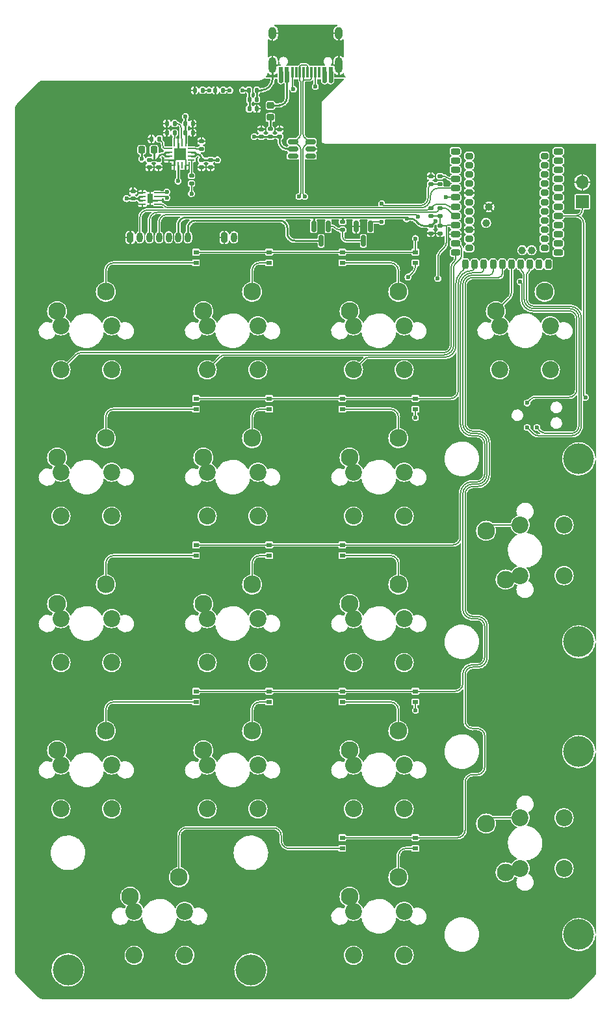
<source format=gbr>
%TF.GenerationSoftware,KiCad,Pcbnew,(6.0.5)*%
%TF.CreationDate,2022-06-15T23:23:07+02:00*%
%TF.ProjectId,whalepad,7768616c-6570-4616-942e-6b696361645f,rev?*%
%TF.SameCoordinates,Original*%
%TF.FileFunction,Copper,L1,Top*%
%TF.FilePolarity,Positive*%
%FSLAX46Y46*%
G04 Gerber Fmt 4.6, Leading zero omitted, Abs format (unit mm)*
G04 Created by KiCad (PCBNEW (6.0.5)) date 2022-06-15 23:23:07*
%MOMM*%
%LPD*%
G01*
G04 APERTURE LIST*
G04 Aperture macros list*
%AMRoundRect*
0 Rectangle with rounded corners*
0 $1 Rounding radius*
0 $2 $3 $4 $5 $6 $7 $8 $9 X,Y pos of 4 corners*
0 Add a 4 corners polygon primitive as box body*
4,1,4,$2,$3,$4,$5,$6,$7,$8,$9,$2,$3,0*
0 Add four circle primitives for the rounded corners*
1,1,$1+$1,$2,$3*
1,1,$1+$1,$4,$5*
1,1,$1+$1,$6,$7*
1,1,$1+$1,$8,$9*
0 Add four rect primitives between the rounded corners*
20,1,$1+$1,$2,$3,$4,$5,0*
20,1,$1+$1,$4,$5,$6,$7,0*
20,1,$1+$1,$6,$7,$8,$9,0*
20,1,$1+$1,$8,$9,$2,$3,0*%
G04 Aperture macros list end*
%TA.AperFunction,SMDPad,CuDef*%
%ADD10R,0.700000X0.600000*%
%TD*%
%TA.AperFunction,SMDPad,CuDef*%
%ADD11RoundRect,0.135000X-0.185000X0.135000X-0.185000X-0.135000X0.185000X-0.135000X0.185000X0.135000X0*%
%TD*%
%TA.AperFunction,SMDPad,CuDef*%
%ADD12RoundRect,0.140000X-0.140000X-0.170000X0.140000X-0.170000X0.140000X0.170000X-0.140000X0.170000X0*%
%TD*%
%TA.AperFunction,SMDPad,CuDef*%
%ADD13RoundRect,0.062500X-0.325000X-0.062500X0.325000X-0.062500X0.325000X0.062500X-0.325000X0.062500X0*%
%TD*%
%TA.AperFunction,SMDPad,CuDef*%
%ADD14R,0.700000X1.300000*%
%TD*%
%TA.AperFunction,SMDPad,CuDef*%
%ADD15RoundRect,0.062500X-0.375000X-0.062500X0.375000X-0.062500X0.375000X0.062500X-0.375000X0.062500X0*%
%TD*%
%TA.AperFunction,SMDPad,CuDef*%
%ADD16RoundRect,0.062500X-0.062500X-0.375000X0.062500X-0.375000X0.062500X0.375000X-0.062500X0.375000X0*%
%TD*%
%TA.AperFunction,SMDPad,CuDef*%
%ADD17R,1.600000X1.600000*%
%TD*%
%TA.AperFunction,ComponentPad*%
%ADD18C,2.200000*%
%TD*%
%TA.AperFunction,ComponentPad*%
%ADD19C,2.300000*%
%TD*%
%TA.AperFunction,SMDPad,CuDef*%
%ADD20RoundRect,0.150000X-0.150000X0.587500X-0.150000X-0.587500X0.150000X-0.587500X0.150000X0.587500X0*%
%TD*%
%TA.AperFunction,SMDPad,CuDef*%
%ADD21RoundRect,0.140000X0.170000X-0.140000X0.170000X0.140000X-0.170000X0.140000X-0.170000X-0.140000X0*%
%TD*%
%TA.AperFunction,SMDPad,CuDef*%
%ADD22RoundRect,0.135000X0.185000X-0.135000X0.185000X0.135000X-0.185000X0.135000X-0.185000X-0.135000X0*%
%TD*%
%TA.AperFunction,ComponentPad*%
%ADD23C,4.000000*%
%TD*%
%TA.AperFunction,SMDPad,CuDef*%
%ADD24RoundRect,0.135000X0.135000X0.185000X-0.135000X0.185000X-0.135000X-0.185000X0.135000X-0.185000X0*%
%TD*%
%TA.AperFunction,SMDPad,CuDef*%
%ADD25R,0.600000X1.450000*%
%TD*%
%TA.AperFunction,SMDPad,CuDef*%
%ADD26R,0.300000X1.450000*%
%TD*%
%TA.AperFunction,ComponentPad*%
%ADD27O,1.000000X2.100000*%
%TD*%
%TA.AperFunction,ComponentPad*%
%ADD28O,1.000000X1.600000*%
%TD*%
%TA.AperFunction,SMDPad,CuDef*%
%ADD29RoundRect,0.150000X0.512500X0.150000X-0.512500X0.150000X-0.512500X-0.150000X0.512500X-0.150000X0*%
%TD*%
%TA.AperFunction,SMDPad,CuDef*%
%ADD30RoundRect,0.140000X-0.170000X0.140000X-0.170000X-0.140000X0.170000X-0.140000X0.170000X0.140000X0*%
%TD*%
%TA.AperFunction,SMDPad,CuDef*%
%ADD31RoundRect,0.218750X-0.218750X-0.256250X0.218750X-0.256250X0.218750X0.256250X-0.218750X0.256250X0*%
%TD*%
%TA.AperFunction,SMDPad,CuDef*%
%ADD32RoundRect,0.218750X-0.256250X0.218750X-0.256250X-0.218750X0.256250X-0.218750X0.256250X0.218750X0*%
%TD*%
%TA.AperFunction,SMDPad,CuDef*%
%ADD33RoundRect,0.147500X-0.147500X-0.172500X0.147500X-0.172500X0.147500X0.172500X-0.147500X0.172500X0*%
%TD*%
%TA.AperFunction,SMDPad,CuDef*%
%ADD34RoundRect,0.200000X-0.400000X-0.200000X0.400000X-0.200000X0.400000X0.200000X-0.400000X0.200000X0*%
%TD*%
%TA.AperFunction,SMDPad,CuDef*%
%ADD35RoundRect,0.200000X0.200000X-0.400000X0.200000X0.400000X-0.200000X0.400000X-0.200000X-0.400000X0*%
%TD*%
%TA.AperFunction,SMDPad,CuDef*%
%ADD36RoundRect,0.200000X0.400000X0.200000X-0.400000X0.200000X-0.400000X-0.200000X0.400000X-0.200000X0*%
%TD*%
%TA.AperFunction,ComponentPad*%
%ADD37RoundRect,0.200000X0.300000X0.200000X-0.300000X0.200000X-0.300000X-0.200000X0.300000X-0.200000X0*%
%TD*%
%TA.AperFunction,SMDPad,CuDef*%
%ADD38C,1.000000*%
%TD*%
%TA.AperFunction,SMDPad,CuDef*%
%ADD39RoundRect,0.140000X0.140000X0.170000X-0.140000X0.170000X-0.140000X-0.170000X0.140000X-0.170000X0*%
%TD*%
%TA.AperFunction,SMDPad,CuDef*%
%ADD40RoundRect,0.147500X-0.172500X0.147500X-0.172500X-0.147500X0.172500X-0.147500X0.172500X0.147500X0*%
%TD*%
%TA.AperFunction,ComponentPad*%
%ADD41R,1.700000X1.700000*%
%TD*%
%TA.AperFunction,ComponentPad*%
%ADD42O,1.700000X1.700000*%
%TD*%
%TA.AperFunction,ComponentPad*%
%ADD43RoundRect,0.200000X-0.200000X-0.450000X0.200000X-0.450000X0.200000X0.450000X-0.200000X0.450000X0*%
%TD*%
%TA.AperFunction,ComponentPad*%
%ADD44O,0.800000X1.300000*%
%TD*%
%TA.AperFunction,ViaPad*%
%ADD45C,0.600000*%
%TD*%
%TA.AperFunction,Conductor*%
%ADD46C,0.150000*%
%TD*%
%TA.AperFunction,Conductor*%
%ADD47C,0.250000*%
%TD*%
%TA.AperFunction,Conductor*%
%ADD48C,0.600000*%
%TD*%
G04 APERTURE END LIST*
D10*
%TO.P,D9,1,K*%
%TO.N,r2*%
X14287500Y-27875000D03*
%TO.P,D9,2,A*%
%TO.N,Net-(D9-Pad2)*%
X14287500Y-29275000D03*
%TD*%
D11*
%TO.P,R9,1*%
%TO.N,SDA*%
X44867893Y15921000D03*
%TO.P,R9,2*%
%TO.N,VDD*%
X44867893Y14901000D03*
%TD*%
D12*
%TO.P,C1,1*%
%TO.N,+5V*%
X12911011Y26963000D03*
%TO.P,C1,2*%
%TO.N,GND*%
X13871011Y26963000D03*
%TD*%
D13*
%TO.P,U3,1,CTG*%
%TO.N,GND*%
X7322261Y17953000D03*
%TO.P,U3,2,CELL*%
%TO.N,+BATT*%
X7322261Y17453000D03*
%TO.P,U3,3,VDD*%
X7322261Y16953000D03*
%TO.P,U3,4,GND*%
%TO.N,GND*%
X7322261Y16453000D03*
%TO.P,U3,5,~{ALRT}*%
%TO.N,ALERT*%
X9247261Y16453000D03*
%TO.P,U3,6,QSTRT*%
%TO.N,GND*%
X9247261Y16953000D03*
%TO.P,U3,7,SCL*%
%TO.N,SCL*%
X9247261Y17453000D03*
%TO.P,U3,8,SDA*%
%TO.N,SDA*%
X9247261Y17953000D03*
D14*
%TO.P,U3,9,GND*%
%TO.N,GND*%
X8284761Y17203000D03*
%TD*%
D11*
%TO.P,R10,1*%
%TO.N,SCL*%
X46067893Y15921000D03*
%TO.P,R10,2*%
%TO.N,VDD*%
X46067893Y14901000D03*
%TD*%
%TO.P,R7,1*%
%TO.N,Net-(R7-Pad1)*%
X13691011Y20173000D03*
%TO.P,R7,2*%
%TO.N,LED_CHG*%
X13691011Y19153000D03*
%TD*%
D10*
%TO.P,D7,1,K*%
%TO.N,r1*%
X33337500Y-8825000D03*
%TO.P,D7,2,A*%
%TO.N,Net-(D7-Pad2)*%
X33337500Y-10225000D03*
%TD*%
D15*
%TO.P,U2,1,TS*%
%TO.N,Net-(R3-Pad1)*%
X10753511Y23713000D03*
%TO.P,U2,2,BAT*%
%TO.N,/VBAT*%
X10753511Y23213000D03*
%TO.P,U2,3,BAT*%
X10753511Y22713000D03*
%TO.P,U2,4,~{CE}*%
%TO.N,GND*%
X10753511Y22213000D03*
D16*
%TO.P,U2,5,EN2*%
X11441011Y21525500D03*
%TO.P,U2,6,EN1*%
%TO.N,VDDH*%
X11941011Y21525500D03*
%TO.P,U2,7,~{PGOOD}*%
%TO.N,unconnected-(U2-Pad7)*%
X12441011Y21525500D03*
%TO.P,U2,8,VSS*%
%TO.N,GND*%
X12941011Y21525500D03*
D15*
%TO.P,U2,9,~{CHG}*%
%TO.N,Net-(R7-Pad1)*%
X13628511Y22213000D03*
%TO.P,U2,10,OUT*%
%TO.N,VDDH*%
X13628511Y22713000D03*
%TO.P,U2,11,OUT*%
X13628511Y23213000D03*
%TO.P,U2,12,ILIM*%
%TO.N,/ILIM*%
X13628511Y23713000D03*
D16*
%TO.P,U2,13,IN*%
%TO.N,+5V*%
X12941011Y24400500D03*
%TO.P,U2,14,TMR*%
%TO.N,/TMR*%
X12441011Y24400500D03*
%TO.P,U2,15,SYSOFF*%
%TO.N,GND*%
X11941011Y24400500D03*
%TO.P,U2,16,ISET*%
%TO.N,Net-(R6-Pad1)*%
X11441011Y24400500D03*
D17*
%TO.P,U2,17,VSS*%
%TO.N,GND*%
X12191011Y22963000D03*
%TD*%
D18*
%TO.P,SW1,1,1*%
%TO.N,c0*%
X-3300000Y640000D03*
D19*
X-3810000Y2540000D03*
D18*
X-3300000Y-5080000D03*
%TO.P,SW1,2,2*%
%TO.N,Net-(D1-Pad2)*%
X3300000Y640000D03*
X3300000Y-5080000D03*
D19*
X2540000Y5080000D03*
%TD*%
D10*
%TO.P,D2,1,K*%
%TO.N,r0*%
X23812500Y10225000D03*
%TO.P,D2,2,A*%
%TO.N,Net-(D2-Pad2)*%
X23812500Y8825000D03*
%TD*%
D20*
%TO.P,Q1,1,G*%
%TO.N,Net-(Q1-Pad1)*%
X31525000Y13588500D03*
%TO.P,Q1,2,S*%
%TO.N,VDDH*%
X29625000Y13588500D03*
%TO.P,Q1,3,D*%
%TO.N,+VSW*%
X30575000Y11713500D03*
%TD*%
D19*
%TO.P,SW5,1,1*%
%TO.N,c0*%
X-3810000Y-16510000D03*
D18*
X-3300000Y-18410000D03*
X-3300000Y-24130000D03*
%TO.P,SW5,2,2*%
%TO.N,Net-(D5-Pad2)*%
X3300000Y-24130000D03*
D19*
X2540000Y-13970000D03*
D18*
X3300000Y-18410000D03*
%TD*%
%TO.P,SW2,1,1*%
%TO.N,c1*%
X15750000Y640000D03*
D19*
X15240000Y2540000D03*
D18*
X15750000Y-5080000D03*
%TO.P,SW2,2,2*%
%TO.N,Net-(D2-Pad2)*%
X22350000Y640000D03*
D19*
X21590000Y5080000D03*
D18*
X22350000Y-5080000D03*
%TD*%
D19*
%TO.P,SW7,1,1*%
%TO.N,c2*%
X34290000Y-16510000D03*
D18*
X34800000Y-24130000D03*
X34800000Y-18410000D03*
%TO.P,SW7,2,2*%
%TO.N,Net-(D7-Pad2)*%
X41400000Y-24130000D03*
X41400000Y-18410000D03*
D19*
X40640000Y-13970000D03*
%TD*%
D21*
%TO.P,C4,1*%
%TO.N,+5V*%
X22775000Y25271000D03*
%TO.P,C4,2*%
%TO.N,GND*%
X22775000Y26231000D03*
%TD*%
D22*
%TO.P,R13,1*%
%TO.N,Net-(Q2-Pad1)*%
X44867893Y19091000D03*
%TO.P,R13,2*%
%TO.N,GND*%
X44867893Y20111000D03*
%TD*%
D20*
%TO.P,Q2,1,G*%
%TO.N,Net-(Q2-Pad1)*%
X37025000Y13588500D03*
%TO.P,Q2,2,S*%
%TO.N,GND*%
X35125000Y13588500D03*
%TO.P,Q2,3,D*%
%TO.N,Net-(Q1-Pad1)*%
X36075000Y11713500D03*
%TD*%
D10*
%TO.P,D12,1,K*%
%TO.N,r3*%
X14287500Y-46925000D03*
%TO.P,D12,2,A*%
%TO.N,Net-(D12-Pad2)*%
X14287500Y-48325000D03*
%TD*%
D23*
%TO.P,S1,*%
%TO.N,*%
X64135000Y-16668750D03*
X64135000Y-40481250D03*
%TD*%
D24*
%TO.P,R8,1*%
%TO.N,Earth*%
X22235000Y31293000D03*
%TO.P,R8,2*%
%TO.N,Net-(C9-Pad2)*%
X21215000Y31293000D03*
%TD*%
D18*
%TO.P,SW12,1,1*%
%TO.N,c0*%
X-3300000Y-56510000D03*
D19*
X-3810000Y-54610000D03*
D18*
X-3300000Y-62230000D03*
%TO.P,SW12,2,2*%
%TO.N,Net-(D12-Pad2)*%
X3300000Y-62230000D03*
X3300000Y-56510000D03*
D19*
X2540000Y-52070000D03*
%TD*%
%TO.P,SW10,1,1*%
%TO.N,c1*%
X15240000Y-35560000D03*
D18*
X15750000Y-37460000D03*
X15750000Y-43180000D03*
%TO.P,SW10,2,2*%
%TO.N,Net-(D10-Pad2)*%
X22350000Y-43180000D03*
X22350000Y-37460000D03*
D19*
X21590000Y-33020000D03*
%TD*%
%TO.P,SW16,1,1*%
%TO.N,c0*%
X5715000Y-73660000D03*
D18*
X6225000Y-75560000D03*
X6225000Y-81280000D03*
%TO.P,SW16,2,2*%
%TO.N,Net-(D16-Pad2)*%
X12825000Y-81280000D03*
D19*
X12065000Y-71120000D03*
D18*
X12825000Y-75560000D03*
%TD*%
D22*
%TO.P,R12,1*%
%TO.N,Net-(Q2-Pad1)*%
X46067893Y19091000D03*
%TO.P,R12,2*%
%TO.N,VSW_EN*%
X46067893Y20111000D03*
%TD*%
D24*
%TO.P,R1,1*%
%TO.N,Net-(J1-PadA5)*%
X17835000Y31290427D03*
%TO.P,R1,2*%
%TO.N,GND*%
X16815000Y31290427D03*
%TD*%
D25*
%TO.P,J1,A1,GND*%
%TO.N,Net-(C9-Pad2)*%
X31825000Y33618000D03*
%TO.P,J1,A4,VBUS*%
%TO.N,VBUS*%
X31025000Y33618000D03*
D26*
%TO.P,J1,A5,CC1*%
%TO.N,Net-(J1-PadA5)*%
X29825000Y33618000D03*
%TO.P,J1,A6,D+*%
%TO.N,USB_D+*%
X28825000Y33618000D03*
%TO.P,J1,A7,D-*%
%TO.N,USB_D-*%
X28325000Y33618000D03*
%TO.P,J1,A8,SBU1*%
%TO.N,unconnected-(J1-PadA8)*%
X27325000Y33618000D03*
D25*
%TO.P,J1,A9,VBUS*%
%TO.N,VBUS*%
X26125000Y33618000D03*
%TO.P,J1,A12,GND*%
%TO.N,Net-(C9-Pad2)*%
X25325000Y33618000D03*
%TO.P,J1,B1,GND*%
X25325000Y33618000D03*
%TO.P,J1,B4,VBUS*%
%TO.N,VBUS*%
X26125000Y33618000D03*
D26*
%TO.P,J1,B5,CC2*%
%TO.N,Net-(J1-PadB5)*%
X26825000Y33618000D03*
%TO.P,J1,B6,D+*%
%TO.N,USB_D+*%
X27825000Y33618000D03*
%TO.P,J1,B7,D-*%
%TO.N,USB_D-*%
X29325000Y33618000D03*
%TO.P,J1,B8,SBU2*%
%TO.N,unconnected-(J1-PadB8)*%
X30325000Y33618000D03*
D25*
%TO.P,J1,B9,VBUS*%
%TO.N,VBUS*%
X31025000Y33618000D03*
%TO.P,J1,B12,GND*%
%TO.N,Net-(C9-Pad2)*%
X31825000Y33618000D03*
D27*
%TO.P,J1,S1,SHIELD*%
%TO.N,Earth*%
X32895000Y34533000D03*
D28*
X32895000Y38713000D03*
D27*
X24255000Y34533000D03*
D28*
X24255000Y38713000D03*
%TD*%
D10*
%TO.P,D11,1,K*%
%TO.N,r2*%
X33337500Y-27875000D03*
%TO.P,D11,2,A*%
%TO.N,Net-(D11-Pad2)*%
X33337500Y-29275000D03*
%TD*%
%TO.P,D5,1,K*%
%TO.N,r1*%
X14287500Y-8825000D03*
%TO.P,D5,2,A*%
%TO.N,Net-(D5-Pad2)*%
X14287500Y-10225000D03*
%TD*%
%TO.P,D4,1,K*%
%TO.N,r0*%
X42862500Y10225000D03*
%TO.P,D4,2,A*%
%TO.N,Net-(D4-Pad2)*%
X42862500Y8825000D03*
%TD*%
D24*
%TO.P,R2,1*%
%TO.N,Net-(J1-PadB5)*%
X15135000Y31290427D03*
%TO.P,R2,2*%
%TO.N,GND*%
X14115000Y31290427D03*
%TD*%
D21*
%TO.P,C10,1*%
%TO.N,GND*%
X46075000Y12671000D03*
%TO.P,C10,2*%
%TO.N,VDD*%
X46075000Y13631000D03*
%TD*%
D29*
%TO.P,U1,1,IO1*%
%TO.N,unconnected-(U1-Pad1)*%
X29212500Y22713000D03*
%TO.P,U1,2,VN*%
%TO.N,GND*%
X29212500Y23663000D03*
%TO.P,U1,3,IO2*%
%TO.N,USB_D-*%
X29212500Y24613000D03*
%TO.P,U1,4,IO3*%
%TO.N,USB_D+*%
X26937500Y24613000D03*
%TO.P,U1,5,VP*%
%TO.N,+5V*%
X26937500Y23663000D03*
%TO.P,U1,6,IO4*%
%TO.N,unconnected-(U1-Pad6)*%
X26937500Y22713000D03*
%TD*%
D19*
%TO.P,SW9,1,1*%
%TO.N,c0*%
X-3810000Y-35560000D03*
D18*
X-3300000Y-43180000D03*
X-3300000Y-37460000D03*
%TO.P,SW9,2,2*%
%TO.N,Net-(D9-Pad2)*%
X3300000Y-37460000D03*
X3300000Y-43180000D03*
D19*
X2540000Y-33020000D03*
%TD*%
D22*
%TO.P,R5,1*%
%TO.N,/ILIM*%
X14991011Y23653000D03*
%TO.P,R5,2*%
%TO.N,GND*%
X14991011Y24673000D03*
%TD*%
D18*
%TO.P,SW3,1,1*%
%TO.N,c2*%
X34800000Y-5080000D03*
X34800000Y640000D03*
D19*
X34290000Y2540000D03*
D18*
%TO.P,SW3,2,2*%
%TO.N,Net-(D3-Pad2)*%
X41400000Y640000D03*
D19*
X40640000Y5080000D03*
D18*
X41400000Y-5080000D03*
%TD*%
%TO.P,SW11,1,1*%
%TO.N,c2*%
X34800000Y-37460000D03*
X34800000Y-43180000D03*
D19*
X34290000Y-35560000D03*
D18*
%TO.P,SW11,2,2*%
%TO.N,Net-(D11-Pad2)*%
X41400000Y-43180000D03*
D19*
X40640000Y-33020000D03*
D18*
X41400000Y-37460000D03*
%TD*%
D23*
%TO.P,S2,*%
%TO.N,*%
X64135000Y-54768750D03*
X64135000Y-78581250D03*
%TD*%
D10*
%TO.P,D6,1,K*%
%TO.N,r1*%
X23812500Y-8825000D03*
%TO.P,D6,2,A*%
%TO.N,Net-(D6-Pad2)*%
X23812500Y-10225000D03*
%TD*%
D18*
%TO.P,SW15,1,1*%
%TO.N,c3*%
X56510000Y-69975000D03*
D19*
X54610000Y-70485000D03*
D18*
X62230000Y-69975000D03*
%TO.P,SW15,2,2*%
%TO.N,Net-(D15-Pad2)*%
X56510000Y-63375000D03*
D19*
X52070000Y-64135000D03*
D18*
X62230000Y-63375000D03*
%TD*%
D30*
%TO.P,C11,1*%
%TO.N,VDDH*%
X44875000Y13645000D03*
%TO.P,C11,2*%
%TO.N,GND*%
X44875000Y12685000D03*
%TD*%
D31*
%TO.P,F2,1*%
%TO.N,+BATT*%
X7228511Y23563000D03*
%TO.P,F2,2*%
%TO.N,/VBAT*%
X8803511Y23563000D03*
%TD*%
D30*
%TO.P,C8,1*%
%TO.N,/VBAT*%
X9391011Y22243000D03*
%TO.P,C8,2*%
%TO.N,GND*%
X9391011Y21283000D03*
%TD*%
D18*
%TO.P,SW13,1,1*%
%TO.N,c1*%
X15750000Y-56510000D03*
D19*
X15240000Y-54610000D03*
D18*
X15750000Y-62230000D03*
D19*
%TO.P,SW13,2,2*%
%TO.N,Net-(D13-Pad2)*%
X21590000Y-52070000D03*
D18*
X22350000Y-62230000D03*
X22350000Y-56510000D03*
%TD*%
D21*
%TO.P,C3,1*%
%TO.N,+5V*%
X25175000Y25271000D03*
%TO.P,C3,2*%
%TO.N,GND*%
X25175000Y26231000D03*
%TD*%
D10*
%TO.P,D1,1,K*%
%TO.N,r0*%
X14287500Y10225000D03*
%TO.P,D1,2,A*%
%TO.N,Net-(D1-Pad2)*%
X14287500Y8825000D03*
%TD*%
D32*
%TO.P,F1,1*%
%TO.N,VBUS*%
X23975000Y29344500D03*
%TO.P,F1,2*%
%TO.N,Net-(F1-Pad2)*%
X23975000Y27769500D03*
%TD*%
D10*
%TO.P,D15,1,K*%
%TO.N,r3*%
X42862500Y-46925000D03*
%TO.P,D15,2,A*%
%TO.N,Net-(D15-Pad2)*%
X42862500Y-48325000D03*
%TD*%
D30*
%TO.P,C5,1*%
%TO.N,VDDH*%
X16191011Y22243000D03*
%TO.P,C5,2*%
%TO.N,GND*%
X16191011Y21283000D03*
%TD*%
D18*
%TO.P,SW4,1,1*%
%TO.N,c3*%
X53850000Y640000D03*
X53850000Y-5080000D03*
D19*
X53340000Y2540000D03*
%TO.P,SW4,2,2*%
%TO.N,Net-(D4-Pad2)*%
X59690000Y5080000D03*
D18*
X60450000Y-5080000D03*
X60450000Y640000D03*
%TD*%
D19*
%TO.P,SW6,1,1*%
%TO.N,c1*%
X15240000Y-16510000D03*
D18*
X15750000Y-18410000D03*
X15750000Y-24130000D03*
%TO.P,SW6,2,2*%
%TO.N,Net-(D6-Pad2)*%
X22350000Y-18410000D03*
D19*
X21590000Y-13970000D03*
D18*
X22350000Y-24130000D03*
%TD*%
D10*
%TO.P,D17,1,K*%
%TO.N,r4*%
X42862500Y-65975000D03*
%TO.P,D17,2,A*%
%TO.N,Net-(D17-Pad2)*%
X42862500Y-67375000D03*
%TD*%
D30*
%TO.P,C7,1*%
%TO.N,/VBAT*%
X8191011Y22243000D03*
%TO.P,C7,2*%
%TO.N,GND*%
X8191011Y21283000D03*
%TD*%
D10*
%TO.P,D8,1,K*%
%TO.N,r1*%
X42862500Y-8825000D03*
%TO.P,D8,2,A*%
%TO.N,Net-(D8-Pad2)*%
X42862500Y-10225000D03*
%TD*%
D30*
%TO.P,C6,1*%
%TO.N,VDDH*%
X14991011Y22243000D03*
%TO.P,C6,2*%
%TO.N,GND*%
X14991011Y21283000D03*
%TD*%
D33*
%TO.P,L2,1*%
%TO.N,Net-(C9-Pad2)*%
X21240000Y28893000D03*
%TO.P,L2,2*%
%TO.N,GND*%
X22210000Y28893000D03*
%TD*%
D10*
%TO.P,D14,1,K*%
%TO.N,r3*%
X33337500Y-46925000D03*
%TO.P,D14,2,A*%
%TO.N,Net-(D14-Pad2)*%
X33337500Y-48325000D03*
%TD*%
D30*
%TO.P,C12,1*%
%TO.N,GND*%
X6075000Y18163000D03*
%TO.P,C12,2*%
%TO.N,+BATT*%
X6075000Y17203000D03*
%TD*%
D10*
%TO.P,D16,1,K*%
%TO.N,r4*%
X33337500Y-65975000D03*
%TO.P,D16,2,A*%
%TO.N,Net-(D16-Pad2)*%
X33337500Y-67375000D03*
%TD*%
D12*
%TO.P,C2,1*%
%TO.N,+5V*%
X12911011Y25763000D03*
%TO.P,C2,2*%
%TO.N,GND*%
X13871011Y25763000D03*
%TD*%
D10*
%TO.P,D10,1,K*%
%TO.N,r2*%
X23812500Y-27875000D03*
%TO.P,D10,2,A*%
%TO.N,Net-(D10-Pad2)*%
X23812500Y-29275000D03*
%TD*%
D34*
%TO.P,U4,1,LF-P0.03*%
%TO.N,unconnected-(U4-Pad1)*%
X48075000Y23351000D03*
%TO.P,U4,2,LF-P0.02*%
%TO.N,unconnected-(U4-Pad2)*%
X48075000Y22151000D03*
%TO.P,U4,3,LF-P0.28*%
%TO.N,unconnected-(U4-Pad3)*%
X48075000Y20951000D03*
%TO.P,U4,4,LF-P0.29*%
%TO.N,VSW_EN*%
X48075000Y19751000D03*
%TO.P,U4,5,LF-P0.30*%
%TO.N,ALERT*%
X48075000Y18551000D03*
%TO.P,U4,6,LF-P0.31*%
%TO.N,r0*%
X48075000Y17351000D03*
%TO.P,U4,7,P0.07*%
%TO.N,SDA*%
X48075000Y16151000D03*
%TO.P,U4,8,P0.05*%
%TO.N,SCL*%
X48075000Y14951000D03*
%TO.P,U4,9,VDD*%
%TO.N,VDD*%
X48075000Y13751000D03*
%TO.P,U4,10,GND*%
%TO.N,GND*%
X48075000Y12551000D03*
%TO.P,U4,11,P0.27*%
%TO.N,c1*%
X48075000Y11351000D03*
%TO.P,U4,12,P0.26*%
%TO.N,c0*%
X48075000Y10151000D03*
D35*
%TO.P,U4,13,P0.04*%
%TO.N,c2*%
X49375000Y8651000D03*
%TO.P,U4,14,P0.06*%
%TO.N,r1*%
X50575000Y8651000D03*
%TO.P,U4,15,P0.11*%
%TO.N,r2*%
X51775000Y8651000D03*
%TO.P,U4,16,P0.08*%
%TO.N,r3*%
X52975000Y8651000D03*
%TO.P,U4,17,LF-P0.09/NFC1*%
%TO.N,r4*%
X54175000Y8651000D03*
%TO.P,U4,18,LF-P0.10/NFC2*%
%TO.N,c3*%
X55375000Y8651000D03*
%TO.P,U4,19,SWDCLK*%
%TO.N,SWDCLK*%
X56575000Y8651000D03*
%TO.P,U4,20,SWDIO*%
%TO.N,SWDIO*%
X57775000Y8651000D03*
%TO.P,U4,21,P0.12*%
%TO.N,unconnected-(U4-Pad21)*%
X58975000Y8651000D03*
%TO.P,U4,22,P0.13*%
%TO.N,unconnected-(U4-Pad22)*%
X60175000Y8651000D03*
D36*
%TO.P,U4,23,P0.14*%
%TO.N,unconnected-(U4-Pad23)*%
X61475000Y10151000D03*
%TO.P,U4,24,P0.15*%
%TO.N,unconnected-(U4-Pad24)*%
X61475000Y11351000D03*
%TO.P,U4,25,P0.16*%
%TO.N,unconnected-(U4-Pad25)*%
X61475000Y12551000D03*
%TO.P,U4,26,P0.17*%
%TO.N,unconnected-(U4-Pad26)*%
X61475000Y13751000D03*
%TO.P,U4,27,P0.18/RESET*%
%TO.N,RST*%
X61475000Y14951000D03*
%TO.P,U4,28,P0.19*%
%TO.N,unconnected-(U4-Pad28)*%
X61475000Y16151000D03*
%TO.P,U4,29,P0.20*%
%TO.N,unconnected-(U4-Pad29)*%
X61475000Y17351000D03*
%TO.P,U4,30,P0.21*%
%TO.N,unconnected-(U4-Pad30)*%
X61475000Y18551000D03*
%TO.P,U4,31,P0.22*%
%TO.N,unconnected-(U4-Pad31)*%
X61475000Y19751000D03*
%TO.P,U4,32,P0.23*%
%TO.N,unconnected-(U4-Pad32)*%
X61475000Y20951000D03*
%TO.P,U4,33,P0.24*%
%TO.N,unconnected-(U4-Pad33)*%
X61475000Y22151000D03*
%TO.P,U4,34,P0.25*%
%TO.N,unconnected-(U4-Pad34)*%
X61475000Y23351000D03*
D37*
%TO.P,U4,35,LF-P1.10*%
%TO.N,unconnected-(U4-Pad35)*%
X49875000Y22751000D03*
%TO.P,U4,36,LF-P1.11*%
%TO.N,unconnected-(U4-Pad36)*%
X49875000Y21551000D03*
%TO.P,U4,37,LF-P1.12*%
%TO.N,unconnected-(U4-Pad37)*%
X49875000Y20351000D03*
%TO.P,U4,38,LF-P1.13*%
%TO.N,unconnected-(U4-Pad38)*%
X49875000Y19151000D03*
%TO.P,U4,39,GND*%
%TO.N,GND*%
X49875000Y17951000D03*
%TO.P,U4,40,LF-P1.14*%
%TO.N,unconnected-(U4-Pad40)*%
X49875000Y16751000D03*
%TO.P,U4,41,LF-P1.15*%
%TO.N,unconnected-(U4-Pad41)*%
X49875000Y15551000D03*
%TO.P,U4,42,VDDH*%
%TO.N,VDDH*%
X49875000Y14351000D03*
%TO.P,U4,43,GND*%
%TO.N,GND*%
X49875000Y13151000D03*
%TO.P,U4,44,P1.08*%
%TO.N,unconnected-(U4-Pad44)*%
X49875000Y11951000D03*
%TO.P,U4,45,P1.09*%
%TO.N,P1.09*%
X49875000Y10751000D03*
%TO.P,U4,46,VBUS*%
%TO.N,+5V*%
X59675000Y10751000D03*
%TO.P,U4,47,USB-D-*%
%TO.N,USB_D-*%
X59675000Y11951000D03*
%TO.P,U4,48,USB-D+*%
%TO.N,USB_D+*%
X59675000Y13151000D03*
%TO.P,U4,49,P1.00*%
%TO.N,unconnected-(U4-Pad49)*%
X59675000Y14351000D03*
%TO.P,U4,50,LF-P1.01*%
%TO.N,unconnected-(U4-Pad50)*%
X59675000Y15551000D03*
%TO.P,U4,51,LF-P1.02*%
%TO.N,unconnected-(U4-Pad51)*%
X59675000Y16751000D03*
%TO.P,U4,52,LF-P1.03*%
%TO.N,unconnected-(U4-Pad52)*%
X59675000Y17951000D03*
%TO.P,U4,53,LF-P1.04*%
%TO.N,unconnected-(U4-Pad53)*%
X59675000Y19151000D03*
%TO.P,U4,54,LF-P1.05*%
%TO.N,unconnected-(U4-Pad54)*%
X59675000Y20351000D03*
%TO.P,U4,55,LF-P1.06*%
%TO.N,unconnected-(U4-Pad55)*%
X59675000Y21551000D03*
%TO.P,U4,56,LF-P1.07*%
%TO.N,unconnected-(U4-Pad56)*%
X59675000Y22751000D03*
D38*
%TO.P,U4,57,GND*%
%TO.N,GND*%
X52445000Y16121000D03*
%TO.P,U4,MP*%
%TO.N,N/C*%
X58005000Y10481000D03*
X52065000Y14041000D03*
X56775000Y10481000D03*
%TD*%
D39*
%TO.P,C9,1*%
%TO.N,Earth*%
X22205000Y30093000D03*
%TO.P,C9,2*%
%TO.N,Net-(C9-Pad2)*%
X21245000Y30093000D03*
%TD*%
D10*
%TO.P,D3,1,K*%
%TO.N,r0*%
X33337500Y10225000D03*
%TO.P,D3,2,A*%
%TO.N,Net-(D3-Pad2)*%
X33337500Y8825000D03*
%TD*%
D40*
%TO.P,L1,1*%
%TO.N,Net-(F1-Pad2)*%
X23975000Y26236000D03*
%TO.P,L1,2*%
%TO.N,+5V*%
X23975000Y25266000D03*
%TD*%
D18*
%TO.P,SW14,1,1*%
%TO.N,c2*%
X34800000Y-56510000D03*
X34800000Y-62230000D03*
D19*
X34290000Y-54610000D03*
D18*
%TO.P,SW14,2,2*%
%TO.N,Net-(D14-Pad2)*%
X41400000Y-56510000D03*
X41400000Y-62230000D03*
D19*
X40640000Y-52070000D03*
%TD*%
D24*
%TO.P,R4,1*%
%TO.N,/TMR*%
X11501011Y26963000D03*
%TO.P,R4,2*%
%TO.N,GND*%
X10481011Y26963000D03*
%TD*%
%TO.P,R6,1*%
%TO.N,Net-(R6-Pad1)*%
X11501011Y25763000D03*
%TO.P,R6,2*%
%TO.N,GND*%
X10481011Y25763000D03*
%TD*%
D18*
%TO.P,SW17,1,1*%
%TO.N,c2*%
X34800000Y-75560000D03*
X34800000Y-81280000D03*
D19*
X34290000Y-73660000D03*
D18*
%TO.P,SW17,2,2*%
%TO.N,Net-(D17-Pad2)*%
X41400000Y-75560000D03*
D19*
X40640000Y-71120000D03*
D18*
X41400000Y-81280000D03*
%TD*%
D24*
%TO.P,R3,1*%
%TO.N,Net-(R3-Pad1)*%
X9501011Y24963000D03*
%TO.P,R3,2*%
%TO.N,GND*%
X8481011Y24963000D03*
%TD*%
D18*
%TO.P,SW8,1,1*%
%TO.N,c3*%
X62230000Y-31875000D03*
X56510000Y-31875000D03*
D19*
X54610000Y-32385000D03*
%TO.P,SW8,2,2*%
%TO.N,Net-(D8-Pad2)*%
X52070000Y-26035000D03*
D18*
X62230000Y-25275000D03*
X56510000Y-25275000D03*
%TD*%
D23*
%TO.P,S3,*%
%TO.N,*%
X21431250Y-83185000D03*
X-2381250Y-83185000D03*
%TD*%
D22*
%TO.P,R11,1*%
%TO.N,Net-(Q1-Pad1)*%
X33375000Y13141000D03*
%TO.P,R11,2*%
%TO.N,VDDH*%
X33375000Y14161000D03*
%TD*%
D10*
%TO.P,D13,1,K*%
%TO.N,r3*%
X23812500Y-46925000D03*
%TO.P,D13,2,A*%
%TO.N,Net-(D13-Pad2)*%
X23812500Y-48325000D03*
%TD*%
D41*
%TO.P,J5,1,Pin_1*%
%TO.N,RST*%
X64595000Y16768750D03*
D42*
%TO.P,J5,2,Pin_2*%
%TO.N,GND*%
X64595000Y19308750D03*
%TD*%
D43*
%TO.P,J3,1,Pin_1*%
%TO.N,GND*%
X5725000Y12153000D03*
D44*
%TO.P,J3,2,Pin_2*%
%TO.N,SDA*%
X6975000Y12153000D03*
%TO.P,J3,3,Pin_3*%
%TO.N,SCL*%
X8225000Y12153000D03*
%TO.P,J3,4,Pin_4*%
%TO.N,P1.09*%
X9475000Y12153000D03*
%TO.P,J3,5,Pin_5*%
%TO.N,LED_CHG*%
X10725000Y12153000D03*
%TO.P,J3,6,Pin_6*%
%TO.N,VDDH*%
X11975000Y12153000D03*
%TO.P,J3,7,Pin_7*%
%TO.N,+VSW*%
X13225000Y12153000D03*
%TD*%
D43*
%TO.P,J2,1,Pin_1*%
%TO.N,GND*%
X17975000Y12153000D03*
D44*
%TO.P,J2,2,Pin_2*%
%TO.N,+BATT*%
X19225000Y12153000D03*
%TD*%
D45*
%TO.N,r0*%
X46867893Y17351000D03*
X42864724Y12004000D03*
%TO.N,Net-(D4-Pad2)*%
X41903427Y7000000D03*
%TO.N,Net-(D15-Pad2)*%
X42862500Y-49381250D03*
%TO.N,Net-(D8-Pad2)*%
X42862500Y-11281250D03*
%TO.N,+5V*%
X12911011Y27863000D03*
X21875000Y25271000D03*
%TO.N,Net-(C9-Pad2)*%
X31825000Y32518000D03*
X25325000Y32518000D03*
X20375000Y31290427D03*
%TO.N,VBUS*%
X26125000Y32518000D03*
X31025000Y32518000D03*
%TO.N,Net-(J1-PadA5)*%
X18675000Y31290427D03*
X29825000Y31768500D03*
%TO.N,USB_D+*%
X27700000Y17475106D03*
%TO.N,USB_D-*%
X28450000Y17475106D03*
%TO.N,Net-(J1-PadB5)*%
X26975000Y31468980D03*
X15975000Y31290427D03*
%TO.N,LED_CHG*%
X13691011Y17853000D03*
%TO.N,GND*%
X51775000Y11951000D03*
X29225001Y7415000D03*
X-8525000Y-83396573D03*
X9591011Y26963000D03*
X-8525000Y5307545D03*
X65675000Y-28818793D03*
X38775000Y20951000D03*
X27275000Y25763000D03*
X63975000Y3751000D03*
X64775000Y23951000D03*
X65675000Y-83396573D03*
X17151141Y-86225000D03*
X57775000Y11951000D03*
X30775000Y20951000D03*
X44775000Y23951000D03*
X27275000Y9415000D03*
X27375000Y30763000D03*
X50103427Y6200000D03*
X6091011Y16263000D03*
X34775000Y20951000D03*
X14991011Y20463000D03*
X8291011Y18463000D03*
X32775000Y23951000D03*
X28875000Y12463000D03*
X65675000Y2997872D03*
X-8525000Y28983573D03*
X49775000Y23951000D03*
X30775000Y23951000D03*
X5727284Y-86225000D03*
X-8525000Y16395559D03*
X42775000Y20951000D03*
X55775000Y23951000D03*
X46775000Y23951000D03*
X10591011Y21363000D03*
X51422712Y-86225000D03*
X60503427Y7200000D03*
X46775000Y20951000D03*
X61175000Y9151000D03*
X44875000Y11851000D03*
X57775000Y23951000D03*
X39998855Y-86225000D03*
X10775000Y16603000D03*
X42775000Y23951000D03*
X3303427Y31812000D03*
X55775000Y3751000D03*
X28875000Y18261106D03*
X29225001Y9415000D03*
X-5696573Y31812000D03*
X57775000Y17951000D03*
X46075000Y11834511D03*
X12691011Y20463000D03*
X62975000Y-11049000D03*
X-8525000Y-72308553D03*
X40775000Y23951000D03*
X-8525000Y-39044511D03*
X32574500Y32518000D03*
X46775000Y6551000D03*
X-5696573Y-86225000D03*
X38775000Y23951000D03*
X57775000Y20951000D03*
X46975000Y10351000D03*
X65675000Y-62185457D03*
X-8525000Y-16868483D03*
X62775000Y23951000D03*
X65675000Y-72791012D03*
X65775000Y13951000D03*
X65675000Y-51579902D03*
X53775000Y23951000D03*
X40575000Y9551000D03*
X63775000Y13951000D03*
X-8525000Y-27956497D03*
X22775000Y27157000D03*
X8191011Y20463000D03*
X36775000Y23951000D03*
X65675000Y-7607683D03*
X41275000Y7513000D03*
X34775000Y23951000D03*
X12303427Y31865427D03*
X9391011Y20463000D03*
X14691011Y25763000D03*
X51775000Y17951000D03*
X12191011Y22963000D03*
X19975000Y20213000D03*
X22210000Y27976000D03*
X59775000Y23951000D03*
X-8525000Y-50132525D03*
X28574998Y-86225000D03*
X25175000Y27157000D03*
X27275000Y18261106D03*
X-8525000Y-61220539D03*
X28875000Y25763000D03*
X-8525000Y-5780469D03*
X57775000Y14951000D03*
X16191011Y20463000D03*
X41475000Y13651000D03*
X14691011Y26963000D03*
X27275000Y12463000D03*
X51775000Y23951000D03*
X28775000Y31363000D03*
X62846573Y-86225000D03*
X51775000Y20951000D03*
%TO.N,VDD*%
X45775000Y6800000D03*
X57417011Y-9401978D03*
X56500500Y6384511D03*
%TO.N,SWDIO*%
X57417011Y-12599000D03*
%TO.N,RST*%
X64999500Y-8651498D03*
%TO.N,SWDCLK*%
X58687011Y-12599000D03*
%TO.N,+BATT*%
X7228511Y22363000D03*
X5228511Y17203000D03*
%TO.N,SDA*%
X10491011Y18077503D03*
%TO.N,SCL*%
X10491011Y17328000D03*
%TO.N,P1.09*%
X43164244Y14876500D03*
%TO.N,VDDH*%
X11941011Y19477011D03*
X45475000Y14251000D03*
X41715724Y14576980D03*
X17091011Y22243000D03*
%TO.N,Net-(Q2-Pad1)*%
X38467893Y16524540D03*
X38467893Y14177460D03*
%TD*%
D46*
%TO.N,r0*%
X23812500Y10225000D02*
X33337500Y10225000D01*
X33337500Y10225000D02*
X42862500Y10225000D01*
X46867893Y17351000D02*
X48075000Y17351000D01*
X42864724Y12004000D02*
X42862500Y12001776D01*
X14287500Y10225000D02*
X23812500Y10225000D01*
X42862500Y12001776D02*
X42862500Y10252276D01*
%TO.N,Net-(D1-Pad2)*%
X2540000Y7825000D02*
X2540000Y5080000D01*
X14287500Y8825000D02*
X3540000Y8825000D01*
X3540000Y8825000D02*
G75*
G03*
X2540000Y7825000I0J-1000000D01*
G01*
%TO.N,Net-(D2-Pad2)*%
X23812500Y8825000D02*
X22590000Y8825000D01*
X21590000Y7825000D02*
X21590000Y5080000D01*
X21590000Y7825000D02*
G75*
G02*
X22590000Y8825000I1000000J0D01*
G01*
%TO.N,Net-(D3-Pad2)*%
X33337500Y8825000D02*
X39640000Y8825000D01*
X40640000Y7825000D02*
X40640000Y5080000D01*
X39640000Y8825000D02*
G75*
G02*
X40640000Y7825000I0J-1000000D01*
G01*
%TO.N,Net-(D4-Pad2)*%
X42862500Y8825000D02*
X42862500Y8373287D01*
X42569607Y7666180D02*
X41903427Y7000000D01*
X42569600Y7666187D02*
G75*
G03*
X42862500Y8373287I-707100J707113D01*
G01*
%TO.N,r1*%
X50188931Y7826480D02*
X50205000Y7826480D01*
X14287500Y-8825000D02*
X23812500Y-8825000D01*
X47438931Y-8825000D02*
X42862500Y-8825000D01*
X33337500Y-8825000D02*
X42862500Y-8825000D01*
X50575000Y8651000D02*
X50575000Y8196480D01*
X23812500Y-8825000D02*
X33337500Y-8825000D01*
X48438931Y6076480D02*
X48438931Y-7825000D01*
X48438920Y6076480D02*
G75*
G02*
X50188931Y7826480I1749980J20D01*
G01*
X50575020Y8196480D02*
G75*
G02*
X50205000Y7826480I-370020J20D01*
G01*
X48438900Y-7825000D02*
G75*
G02*
X47438931Y-8825000I-1000000J0D01*
G01*
%TO.N,Net-(D5-Pad2)*%
X2540000Y-11225000D02*
X2540000Y-13970000D01*
X14287500Y-10225000D02*
X3540000Y-10225000D01*
X3540000Y-10225000D02*
G75*
G03*
X2540000Y-11225000I0J-1000000D01*
G01*
%TO.N,Net-(D6-Pad2)*%
X21590000Y-11225000D02*
X21590000Y-13970000D01*
X23812500Y-10225000D02*
X22590000Y-10225000D01*
X21590000Y-11225000D02*
G75*
G02*
X22590000Y-10225000I1000000J0D01*
G01*
%TO.N,Net-(D7-Pad2)*%
X40640000Y-11225000D02*
X40640000Y-13970000D01*
X33337500Y-10225000D02*
X39640000Y-10225000D01*
X39640000Y-10225000D02*
G75*
G02*
X40640000Y-11225000I0J-1000000D01*
G01*
%TO.N,r2*%
X14287500Y-27875000D02*
X23812500Y-27875000D01*
X23812500Y-27875000D02*
X33337500Y-27875000D01*
X51875000Y-14668750D02*
X51875000Y-18668750D01*
X48738451Y-21168750D02*
X48738451Y-26875000D01*
X33337500Y-27875000D02*
X47738451Y-27875000D01*
X50238451Y-19668750D02*
X50875000Y-19668750D01*
X50238451Y-13668750D02*
X50875000Y-13668750D01*
X50238451Y7526960D02*
X51275000Y7526960D01*
X51775000Y8651000D02*
X51775000Y8026960D01*
X48738451Y6026960D02*
X48738451Y-12168750D01*
X51275000Y7527000D02*
G75*
G03*
X51775000Y8026960I0J500000D01*
G01*
X50875000Y-19668800D02*
G75*
G03*
X51875000Y-18668750I0J1000000D01*
G01*
X50238451Y7527049D02*
G75*
G03*
X48738451Y6026960I49J-1500049D01*
G01*
X50238451Y-13668749D02*
G75*
G02*
X48738451Y-12168750I-1J1499999D01*
G01*
X50238451Y-19668751D02*
G75*
G03*
X48738451Y-21168750I-1J-1499999D01*
G01*
X48738500Y-26875000D02*
G75*
G02*
X47738451Y-27875000I-1000000J0D01*
G01*
X50875000Y-13668700D02*
G75*
G02*
X51875000Y-14668750I0J-1000000D01*
G01*
%TO.N,Net-(D9-Pad2)*%
X14287500Y-29275000D02*
X3540000Y-29275000D01*
X2540000Y-30275000D02*
X2540000Y-33020000D01*
X3540000Y-29275000D02*
G75*
G03*
X2540000Y-30275000I0J-1000000D01*
G01*
%TO.N,Net-(D10-Pad2)*%
X23812500Y-29275000D02*
X22590000Y-29275000D01*
X21590000Y-30275000D02*
X21590000Y-33020000D01*
X21590000Y-30275000D02*
G75*
G02*
X22590000Y-29275000I1000000J0D01*
G01*
%TO.N,Net-(D11-Pad2)*%
X40640000Y-30275000D02*
X40640000Y-33020000D01*
X33337500Y-29275000D02*
X39640000Y-29275000D01*
X39640000Y-29275000D02*
G75*
G02*
X40640000Y-30275000I0J-1000000D01*
G01*
%TO.N,r3*%
X52174520Y-14619230D02*
X52174520Y-18718270D01*
X50287971Y-37481250D02*
X50895000Y-37481250D01*
X49037971Y5977440D02*
X49037971Y-12119230D01*
X48037971Y-46925000D02*
X42862500Y-46925000D01*
X52975000Y8651000D02*
X52975000Y7727440D01*
X49037971Y-44731250D02*
X49037971Y-45925000D01*
X14287500Y-46925000D02*
X23812500Y-46925000D01*
X49037971Y-21218270D02*
X49037971Y-36231250D01*
X50895000Y-43481250D02*
X50287971Y-43481250D01*
X50287971Y-13369230D02*
X50924520Y-13369230D01*
X50287971Y7227440D02*
X52475000Y7227440D01*
X33337500Y-46925000D02*
X42862500Y-46925000D01*
X50924520Y-19968270D02*
X50287971Y-19968270D01*
X51895000Y-38481250D02*
X51895000Y-42481250D01*
X23812500Y-46925000D02*
X33337500Y-46925000D01*
X52475000Y7227400D02*
G75*
G03*
X52975000Y7727440I0J500000D01*
G01*
X49037970Y-21218270D02*
G75*
G02*
X50287971Y-19968270I1250030J-30D01*
G01*
X51894950Y-38481250D02*
G75*
G03*
X50895000Y-37481250I-999950J50D01*
G01*
X49037950Y-44731250D02*
G75*
G02*
X50287971Y-43481250I1250050J-50D01*
G01*
X50287971Y7227429D02*
G75*
G03*
X49037971Y5977440I29J-1250029D01*
G01*
X48037971Y-46924971D02*
G75*
G03*
X49037971Y-45925000I29J999971D01*
G01*
X51894950Y-42481250D02*
G75*
G02*
X50895000Y-43481250I-999950J-50D01*
G01*
X49037950Y-36231250D02*
G75*
G03*
X50287971Y-37481250I1250050J50D01*
G01*
X50287971Y-13369229D02*
G75*
G02*
X49037971Y-12119230I29J1250029D01*
G01*
X52174470Y-18718270D02*
G75*
G02*
X50924520Y-19968270I-1249970J-30D01*
G01*
X52174470Y-14619230D02*
G75*
G03*
X50924520Y-13369230I-1249970J30D01*
G01*
%TO.N,Net-(D12-Pad2)*%
X14287500Y-48325000D02*
X3540000Y-48325000D01*
X2540000Y-49325000D02*
X2540000Y-52070000D01*
X3540000Y-48325000D02*
G75*
G03*
X2540000Y-49325000I0J-1000000D01*
G01*
%TO.N,Net-(D13-Pad2)*%
X21590000Y-49325000D02*
X21590000Y-52070000D01*
X23812500Y-48325000D02*
X22590000Y-48325000D01*
X21590000Y-49325000D02*
G75*
G02*
X22590000Y-48325000I1000000J0D01*
G01*
%TO.N,Net-(D14-Pad2)*%
X40640000Y-49325000D02*
X40640000Y-52070000D01*
X33337500Y-48325000D02*
X39640000Y-48325000D01*
X39640000Y-48325000D02*
G75*
G02*
X40640000Y-49325000I0J-1000000D01*
G01*
%TO.N,Net-(D15-Pad2)*%
X56510000Y-63375000D02*
X52830000Y-63375000D01*
X52830000Y-63375000D02*
X52070000Y-64135000D01*
X42862500Y-48325000D02*
X42862500Y-49381250D01*
%TO.N,r4*%
X50337491Y6927920D02*
X53675000Y6927920D01*
X49337491Y5927920D02*
X49337491Y-12069710D01*
X50337491Y-13069710D02*
X50974040Y-13069710D01*
X49337491Y-58768750D02*
X49337491Y-64975000D01*
X48337491Y-65975000D02*
X42862500Y-65975000D01*
X49337491Y-50768750D02*
X49337491Y-44780770D01*
X50895000Y-57768750D02*
X50337491Y-57768750D01*
X51895000Y-52768750D02*
X51895000Y-56768750D01*
X33337500Y-65975000D02*
X42862500Y-65975000D01*
X52194520Y-38431730D02*
X52194520Y-42530770D01*
X54175000Y8651000D02*
X54175000Y7427920D01*
X50337491Y-37181730D02*
X50944520Y-37181730D01*
X50944520Y-43780770D02*
X50337491Y-43780770D01*
X50337491Y-51768750D02*
X50895000Y-51768750D01*
X52474040Y-14569710D02*
X52474040Y-18767790D01*
X50974040Y-20267790D02*
X50337491Y-20267790D01*
X49337491Y-21267790D02*
X49337491Y-36181730D01*
X50337491Y-57768691D02*
G75*
G03*
X49337491Y-58768750I9J-1000009D01*
G01*
X49337490Y-21267790D02*
G75*
G02*
X50337491Y-20267790I1000010J-10D01*
G01*
X49337500Y-64975000D02*
G75*
G02*
X48337491Y-65975000I-1000000J0D01*
G01*
X49337470Y-44780770D02*
G75*
G02*
X50337491Y-43780770I1000030J-30D01*
G01*
X50944520Y-43780820D02*
G75*
G03*
X52194520Y-42530770I-20J1250020D01*
G01*
X50895000Y-51768700D02*
G75*
G02*
X51895000Y-52768750I0J-1000000D01*
G01*
X52473990Y-18767790D02*
G75*
G02*
X50974040Y-20267790I-1499990J-10D01*
G01*
X50895000Y-57768800D02*
G75*
G03*
X51895000Y-56768750I0J1000000D01*
G01*
X50337491Y-37181709D02*
G75*
G02*
X49337491Y-36181730I9J1000009D01*
G01*
X52473990Y-14569710D02*
G75*
G03*
X50974040Y-13069710I-1499990J10D01*
G01*
X50337491Y-51768809D02*
G75*
G02*
X49337491Y-50768750I9J1000009D01*
G01*
X49337480Y5927920D02*
G75*
G02*
X50337491Y6927920I1000020J-20D01*
G01*
X50944520Y-37181680D02*
G75*
G02*
X52194520Y-38431730I-20J-1250020D01*
G01*
X50337491Y-13069709D02*
G75*
G02*
X49337491Y-12069710I9J1000009D01*
G01*
X54174980Y7427920D02*
G75*
G02*
X53675000Y6927920I-499980J-20D01*
G01*
%TO.N,Net-(D16-Pad2)*%
X12065000Y-71120000D02*
X12065000Y-65700489D01*
X26387011Y-67375000D02*
X33337500Y-67375000D01*
X13065000Y-64700489D02*
X24387011Y-64700489D01*
X25387011Y-65700489D02*
X25387011Y-66375000D01*
X12064989Y-65700489D02*
G75*
G02*
X13065000Y-64700489I1000011J-11D01*
G01*
X25387000Y-66375000D02*
G75*
G03*
X26387011Y-67375000I1000000J0D01*
G01*
X25387011Y-65700489D02*
G75*
G03*
X24387011Y-64700489I-1000011J-11D01*
G01*
%TO.N,Net-(D17-Pad2)*%
X42862500Y-67375000D02*
X41640000Y-67375000D01*
X40640000Y-68375000D02*
X40640000Y-71120000D01*
X40640000Y-68375000D02*
G75*
G02*
X41640000Y-67375000I1000000J0D01*
G01*
%TO.N,c0*%
X-1361893Y-3141893D02*
X-3300000Y-5080000D01*
X-654786Y-2849000D02*
X46540371Y-2849000D01*
X47540371Y8404350D02*
X47540371Y-1849000D01*
X48075000Y10151000D02*
X48075000Y9353193D01*
X47928554Y8999640D02*
X47686817Y8757903D01*
X47540344Y8404350D02*
G75*
G02*
X47686817Y8757903I500056J-50D01*
G01*
X48075005Y9353193D02*
G75*
G02*
X47928554Y8999640I-500005J7D01*
G01*
X47540400Y-1849000D02*
G75*
G02*
X46540371Y-2849000I-1000000J0D01*
G01*
X-1361893Y-3141893D02*
G75*
G02*
X-654786Y-2849000I707106J-707106D01*
G01*
%TO.N,c1*%
X46589891Y-3148520D02*
X18095694Y-3148520D01*
X17388587Y-3441413D02*
X15750000Y-5080000D01*
X48899520Y10607123D02*
X48899520Y9754127D01*
X48362750Y11351000D02*
X48753074Y10960676D01*
X48075000Y11351000D02*
X48362750Y11351000D01*
X48753073Y9400573D02*
X47986337Y8633837D01*
X47839891Y8280284D02*
X47839891Y-1898520D01*
X48753091Y9400555D02*
G75*
G03*
X48899520Y9754127I-353591J353545D01*
G01*
X47986327Y8633847D02*
G75*
G03*
X47839891Y8280284I353573J-353547D01*
G01*
X46589891Y-3148491D02*
G75*
G03*
X47839891Y-1898520I9J1249991D01*
G01*
X18095694Y-3148510D02*
G75*
G03*
X17388587Y-3441413I6J-999990D01*
G01*
X48899530Y10607123D02*
G75*
G03*
X48753074Y10960676I-500030J-23D01*
G01*
%TO.N,c2*%
X49082107Y7905857D02*
X48725197Y7548947D01*
X46639411Y-3448040D02*
X36846174Y-3448040D01*
X36139067Y-3740933D02*
X34800000Y-5080000D01*
X48139411Y6134734D02*
X48139411Y-1948040D01*
X49375000Y8651000D02*
X49375000Y8612964D01*
X36846174Y-3448010D02*
G75*
G03*
X36139067Y-3740933I26J-999990D01*
G01*
X46639411Y-3448011D02*
G75*
G03*
X48139411Y-1948040I-11J1500011D01*
G01*
X48725216Y7548928D02*
G75*
G03*
X48139411Y6134734I1414184J-1414228D01*
G01*
X49082089Y7905875D02*
G75*
G03*
X49375000Y8612964I-707089J707125D01*
G01*
%TO.N,c3*%
X55375000Y8651000D02*
X55375000Y4989214D01*
X55082107Y4282107D02*
X53340000Y2540000D01*
X55082114Y4282100D02*
G75*
G03*
X55375000Y4989214I-707114J707100D01*
G01*
%TO.N,Net-(D8-Pad2)*%
X52830000Y-25275000D02*
X52070000Y-26035000D01*
X42862500Y-10225000D02*
X42862500Y-11281250D01*
X56510000Y-25275000D02*
X52830000Y-25275000D01*
D47*
%TO.N,+5V*%
X23975000Y25266000D02*
X25170000Y25266000D01*
X12911011Y26963000D02*
X12911011Y25763000D01*
X25175000Y25271000D02*
X25175000Y24663000D01*
X23975000Y25266000D02*
X22780000Y25266000D01*
X12941011Y24400500D02*
X12941011Y25733000D01*
X22780000Y25266000D02*
X22775000Y25271000D01*
X22775000Y25271000D02*
X21875000Y25271000D01*
X26175000Y23663000D02*
X26937500Y23663000D01*
X25170000Y25266000D02*
X25175000Y25271000D01*
X12941011Y25733000D02*
X12911011Y25763000D01*
X12911011Y26963000D02*
X12911011Y27863000D01*
X25175000Y24663000D02*
G75*
G03*
X26175000Y23663000I1000000J0D01*
G01*
%TO.N,Earth*%
X22205000Y31263000D02*
X22235000Y31293000D01*
X22205000Y30093000D02*
X22205000Y31263000D01*
X24255000Y32793000D02*
X24255000Y34533000D01*
X22235000Y31293000D02*
X22755000Y31293000D01*
X24255000Y32793000D02*
G75*
G02*
X22755000Y31293000I-1500000J0D01*
G01*
%TO.N,Net-(C9-Pad2)*%
X21245000Y30093000D02*
X21245000Y28898000D01*
X21215000Y31293000D02*
X21215000Y30123000D01*
X21245000Y28898000D02*
X21240000Y28893000D01*
X20377573Y31293000D02*
X20375000Y31290427D01*
D48*
X31825000Y33618000D02*
X31825000Y32518000D01*
D47*
X21215000Y31293000D02*
X20377573Y31293000D01*
X21215000Y30123000D02*
X21245000Y30093000D01*
D48*
X25325000Y33618000D02*
X25325000Y32518000D01*
D47*
%TO.N,+VSW*%
X26172930Y12715570D02*
X26175000Y12713500D01*
X14225000Y14352440D02*
X25175000Y14352440D01*
X27175000Y11713500D02*
X30575000Y11713500D01*
X13225000Y12153000D02*
X13225000Y13352440D01*
X26172930Y13450725D02*
X26172930Y12715570D01*
X27175000Y11713500D02*
G75*
G02*
X26175000Y12713500I0J1000000D01*
G01*
X14225000Y14352440D02*
G75*
G03*
X13225000Y13352440I0J-1000000D01*
G01*
X26172986Y13450731D02*
G75*
G03*
X25175000Y14352439I-999986J-103631D01*
G01*
%TO.N,/VBAT*%
X8191011Y22243000D02*
X8811011Y22243000D01*
X8811011Y23555500D02*
X8803511Y23563000D01*
X8811011Y22243000D02*
X9391011Y22243000D01*
X10753511Y22713000D02*
X10341011Y22713000D01*
X9391011Y22463000D02*
X9391011Y22243000D01*
X10341011Y22713000D02*
X10091011Y22963000D01*
X10753511Y23213000D02*
X10341011Y23213000D01*
X10341011Y23213000D02*
X10091011Y22963000D01*
X10091011Y22963000D02*
X9891011Y22963000D01*
X8811011Y22243000D02*
X8811011Y23555500D01*
X9891011Y22962989D02*
G75*
G03*
X9391011Y22463000I-11J-499989D01*
G01*
D48*
%TO.N,VBUS*%
X26125000Y33618000D02*
X26125000Y32518000D01*
D47*
X26125000Y30344500D02*
X26125000Y32518000D01*
D48*
X31025000Y33618000D02*
X31025000Y32518000D01*
D47*
X23975000Y29344500D02*
X25125000Y29344500D01*
X25125000Y29344500D02*
G75*
G03*
X26125000Y30344500I0J1000000D01*
G01*
%TO.N,Net-(F1-Pad2)*%
X23975000Y27769500D02*
X23975000Y26236000D01*
D46*
%TO.N,Net-(J1-PadA5)*%
X29825000Y33618000D02*
X29825000Y31768500D01*
X17835000Y31290427D02*
X18675000Y31290427D01*
%TO.N,USB_D+*%
X27924999Y17907212D02*
X27924999Y23660545D01*
X27950489Y34567511D02*
X28699511Y34567511D01*
X27700000Y17475106D02*
X27778552Y17553658D01*
X27924999Y25565455D02*
X27925000Y32430499D01*
X27825000Y32530499D02*
X27825000Y33618000D01*
X27825000Y33618000D02*
X27825000Y34442022D01*
X28825000Y34442022D02*
X28825000Y33618000D01*
X27925000Y32430499D02*
X27825000Y32530499D01*
X28699511Y34567511D02*
X28825000Y34442022D01*
X27778552Y24014099D02*
X27533204Y24259447D01*
X27533205Y24966554D02*
X27778553Y25211902D01*
X27825000Y34442022D02*
X27950489Y34567511D01*
X27924990Y17907212D02*
G75*
G02*
X27778551Y17553659I-499990J-12D01*
G01*
X27778538Y24014085D02*
G75*
G02*
X27924999Y23660545I-353338J-353485D01*
G01*
X27925031Y25565455D02*
G75*
G02*
X27778553Y25211902I-500031J45D01*
G01*
X27533206Y24966553D02*
G75*
G03*
X27533205Y24259448I353594J-353553D01*
G01*
%TO.N,USB_D-*%
X29180489Y32668489D02*
X28369511Y32668489D01*
X28225001Y23660545D02*
X28225001Y17907212D01*
X28225000Y32430499D02*
X28225001Y25565455D01*
X28371447Y25211902D02*
X28616795Y24966554D01*
X28371448Y17553658D02*
X28450000Y17475106D01*
X28369511Y32668489D02*
X28325000Y32713000D01*
X29325000Y32813000D02*
X29180489Y32668489D01*
X29325000Y33618000D02*
X29325000Y32813000D01*
X28325000Y32713000D02*
X28325000Y32530499D01*
X28325000Y32713000D02*
X28325000Y33618000D01*
X28616796Y24259447D02*
X28371448Y24014099D01*
X28325000Y32530499D02*
X28225000Y32430499D01*
X28371470Y25211925D02*
G75*
G02*
X28225001Y25565455I353530J353575D01*
G01*
X28616795Y24259448D02*
G75*
G03*
X28616794Y24966553I-353595J353552D01*
G01*
X28224981Y23660545D02*
G75*
G02*
X28371448Y24014099I499819J55D01*
G01*
X28371442Y17553652D02*
G75*
G02*
X28225001Y17907212I353558J353548D01*
G01*
%TO.N,Net-(J1-PadB5)*%
X26825000Y31618980D02*
X26975000Y31468980D01*
X26825000Y33618000D02*
X26825000Y31618980D01*
X15135000Y31290427D02*
X15975000Y31290427D01*
%TO.N,/TMR*%
X12340531Y25063480D02*
X12340531Y26463000D01*
X12441011Y24400500D02*
X12441011Y24963000D01*
X11840531Y26963000D02*
X11501011Y26963000D01*
X12441011Y24963000D02*
X12340531Y25063480D01*
X12340500Y26463000D02*
G75*
G03*
X11840531Y26963000I-500000J0D01*
G01*
%TO.N,/ILIM*%
X13628511Y23713000D02*
X14241011Y23713000D01*
X14301011Y23653000D02*
X14991011Y23653000D01*
X14241011Y23713000D02*
X14301011Y23653000D01*
%TO.N,Net-(R3-Pad1)*%
X9673118Y24790893D02*
X9501011Y24963000D01*
X10753511Y23713000D02*
X10216011Y23713000D01*
X9966011Y23963000D02*
X9966011Y24083786D01*
X10216011Y23713011D02*
G75*
G02*
X9966011Y23963000I-11J249989D01*
G01*
X9673127Y24790902D02*
G75*
G02*
X9966011Y24083786I-707127J-707102D01*
G01*
%TO.N,LED_CHG*%
X13691011Y19153000D02*
X13691011Y17853000D01*
%TO.N,Net-(R6-Pad1)*%
X11441011Y25063000D02*
X11501011Y25123000D01*
X11501011Y25123000D02*
X11501011Y25763000D01*
X11441011Y24400500D02*
X11441011Y25063000D01*
%TO.N,GND*%
X12941011Y21525500D02*
X12941011Y22213000D01*
D47*
X8534761Y16953000D02*
X8284761Y17203000D01*
X11441011Y21525500D02*
X11441011Y22213000D01*
X9247261Y16953000D02*
X8534761Y16953000D01*
X11941011Y24400500D02*
X11941011Y23213000D01*
X11441011Y22213000D02*
X12191011Y22963000D01*
X10753511Y22213000D02*
X11441011Y22213000D01*
D46*
X12941011Y22213000D02*
X12209011Y22945000D01*
%TO.N,VDD*%
X46067893Y10243893D02*
X46594118Y10770118D01*
X62875960Y-8651498D02*
X58581705Y-8651498D01*
X58225480Y2584511D02*
X62875960Y2584511D01*
X58109002Y-8767133D02*
X57945553Y-8876345D01*
X46887011Y11477225D02*
X46887011Y13631000D01*
X46067893Y14901000D02*
X46067893Y13638107D01*
X58290616Y-8691907D02*
X58109002Y-8767133D01*
X48075000Y13751000D02*
X47007011Y13751000D01*
X56500500Y6384511D02*
X56725480Y6159531D01*
X47007011Y13751000D02*
X46887011Y13631000D01*
X45777065Y6802065D02*
X45777065Y9635074D01*
X57874598Y-8944391D02*
X57417011Y-9401978D01*
X46067893Y13638107D02*
X46075000Y13631000D01*
X56725480Y6159531D02*
X56725480Y4084511D01*
X57945553Y-8876345D02*
X57874598Y-8944391D01*
X58581705Y-8651498D02*
X58483416Y-8653558D01*
X46075000Y13631000D02*
X46887011Y13631000D01*
X63875960Y1584511D02*
X63875960Y-7651498D01*
X44867893Y14901000D02*
X46067893Y14901000D01*
X58483416Y-8653558D02*
X58290616Y-8691907D01*
X45775000Y6800000D02*
X45777065Y6802065D01*
X62875960Y-8651460D02*
G75*
G03*
X63875960Y-7651498I40J999960D01*
G01*
X46886990Y11477225D02*
G75*
G02*
X46594118Y10770118I-999990J-25D01*
G01*
X46067910Y10243876D02*
G75*
G03*
X45777065Y9635074I727190J-721276D01*
G01*
X63876011Y1584511D02*
G75*
G03*
X62875960Y2584511I-1000011J-11D01*
G01*
X58225480Y2584480D02*
G75*
G02*
X56725480Y4084511I20J1500020D01*
G01*
%TO.N,SWDIO*%
X57470967Y7596967D02*
X57628554Y7754554D01*
X64475000Y-12399000D02*
X64475000Y1683551D01*
X57775000Y8108107D02*
X57775000Y8651000D01*
X58881225Y-13649000D02*
X63225000Y-13649000D01*
X57417011Y-12599000D02*
X58174118Y-13356107D01*
X57324520Y4183551D02*
X57324520Y7243413D01*
X62975000Y3183551D02*
X58324520Y3183551D01*
X57324451Y4183551D02*
G75*
G03*
X58324520Y3183551I1000049J49D01*
G01*
X58881225Y-13648982D02*
G75*
G02*
X58174118Y-13356107I-25J999982D01*
G01*
X64474951Y1683551D02*
G75*
G03*
X62975000Y3183551I-1499951J49D01*
G01*
X64475000Y-12399000D02*
G75*
G02*
X63225000Y-13649000I-1250000J0D01*
G01*
X57774995Y8108107D02*
G75*
G02*
X57628554Y7754554I-499995J-7D01*
G01*
X57324505Y7243413D02*
G75*
G02*
X57470967Y7596967I499995J-13D01*
G01*
%TO.N,RST*%
X64999500Y-8651498D02*
X64774520Y-8426518D01*
X61475000Y14951000D02*
X63775000Y14951000D01*
X64595000Y16768750D02*
X64595000Y15771000D01*
X64774520Y-8426518D02*
X64774520Y13951000D01*
X64774500Y13951000D02*
G75*
G03*
X63774520Y14951000I-1000000J0D01*
G01*
X64595000Y15771000D02*
G75*
G02*
X63775000Y14951000I-820000J0D01*
G01*
%TO.N,SWDCLK*%
X59851705Y-13349480D02*
X63175480Y-13349480D01*
X57025000Y4134031D02*
X57025000Y7239415D01*
X56575000Y8103629D02*
X56575000Y8651000D01*
X59144598Y-13056587D02*
X58687011Y-12599000D01*
X62925480Y2884031D02*
X58275000Y2884031D01*
X64175480Y1634031D02*
X64175480Y-12349480D01*
X56878553Y7592969D02*
X56721446Y7750076D01*
X59144600Y-13056585D02*
G75*
G03*
X59851705Y-13349480I707100J707085D01*
G01*
X63175480Y-13349480D02*
G75*
G03*
X64175480Y-12349480I20J999980D01*
G01*
X56878545Y7592961D02*
G75*
G02*
X57025000Y7239415I-353545J-353561D01*
G01*
X56575021Y8103629D02*
G75*
G03*
X56721446Y7750076I499979J-29D01*
G01*
X57025031Y4134031D02*
G75*
G03*
X58275000Y2884031I1249969J-31D01*
G01*
X62925480Y2883980D02*
G75*
G02*
X64175480Y1634031I20J-1249980D01*
G01*
D47*
%TO.N,+BATT*%
X7322261Y17453000D02*
X6934761Y17453000D01*
X6684761Y17203000D02*
X6075000Y17203000D01*
X6075000Y17203000D02*
X5228511Y17203000D01*
X7322261Y16953000D02*
X6934761Y16953000D01*
X6934761Y17453000D02*
X6684761Y17203000D01*
X7228511Y23563000D02*
X7228511Y22363000D01*
X6934761Y16953000D02*
X6684761Y17203000D01*
D46*
%TO.N,ALERT*%
X10137457Y16306554D02*
X10297524Y16146487D01*
X45825000Y18551000D02*
X48075000Y18551000D01*
X10651078Y16000040D02*
X43575000Y16000040D01*
X44825000Y17250040D02*
X44825000Y17551000D01*
X9247261Y16453000D02*
X9783904Y16453000D01*
X45825000Y18551000D02*
G75*
G03*
X44825000Y17551000I0J-1000000D01*
G01*
X44824960Y17250040D02*
G75*
G02*
X43575000Y16000040I-1249960J-40D01*
G01*
X10651078Y16000013D02*
G75*
G02*
X10297524Y16146487I22J499987D01*
G01*
X10137455Y16306552D02*
G75*
G03*
X9783904Y16453000I-353555J-353552D01*
G01*
%TO.N,SDA*%
X10366508Y17953000D02*
X9247261Y17953000D01*
X48075000Y16151000D02*
X47362868Y16151000D01*
X46808398Y16415520D02*
X45507388Y16415520D01*
X47115380Y16253513D02*
X47055885Y16313008D01*
X10491011Y18077503D02*
X10366508Y17953000D01*
X44767893Y15921000D02*
X44693860Y15846967D01*
X45259900Y16313007D02*
X44867893Y15921000D01*
X6975000Y14700520D02*
X6975000Y12153000D01*
X44340306Y15700520D02*
X7975000Y15700520D01*
X44340306Y15700510D02*
G75*
G03*
X44693860Y15846967I-6J499990D01*
G01*
X6974980Y14700520D02*
G75*
G02*
X7975000Y15700520I1000020J-20D01*
G01*
X46808398Y16415512D02*
G75*
G02*
X47055884Y16313007I2J-350012D01*
G01*
X45259902Y16313005D02*
G75*
G02*
X45507388Y16415520I247498J-247505D01*
G01*
X47362868Y16150978D02*
G75*
G02*
X47115381Y16253514I32J350022D01*
G01*
%TO.N,SCL*%
X46067893Y15921000D02*
X45694340Y15547447D01*
X47815380Y15053513D02*
X47050405Y15818488D01*
X10491011Y17328000D02*
X10366011Y17453000D01*
X8225000Y14401000D02*
X8225000Y12153000D01*
X45646818Y15502173D02*
X45533165Y15436559D01*
X10366011Y17453000D02*
X9247261Y17453000D01*
X45406403Y15402596D02*
X45340786Y15401000D01*
X45533165Y15436559D02*
X45406403Y15402596D01*
X48075000Y14951000D02*
X48062868Y14951000D01*
X45340786Y15401000D02*
X9225000Y15401000D01*
X45694340Y15547447D02*
X45646818Y15502173D01*
X46802918Y15921000D02*
X46067893Y15921000D01*
X46802918Y15921012D02*
G75*
G02*
X47050404Y15818487I-18J-350012D01*
G01*
X48062868Y14950978D02*
G75*
G02*
X47815381Y15053514I32J350022D01*
G01*
X8225000Y14401000D02*
G75*
G02*
X9225000Y15401000I1000000J0D01*
G01*
%TO.N,P1.09*%
X10475000Y15101480D02*
X42939264Y15101480D01*
X42939264Y15101480D02*
X43164244Y14876500D01*
X9475000Y12153000D02*
X9475000Y14101480D01*
X10475000Y15101480D02*
G75*
G03*
X9475000Y14101480I0J-1000000D01*
G01*
D47*
%TO.N,VDDH*%
X14991011Y22463000D02*
X14991011Y22243000D01*
X33375000Y14751960D02*
X41540744Y14751960D01*
X29625000Y14751960D02*
X33375000Y14751960D01*
X41540744Y14751960D02*
X41715724Y14576980D01*
X16191011Y22243000D02*
X17091011Y22243000D01*
X13628511Y22713000D02*
X14091011Y22713000D01*
X12975000Y14751960D02*
X29625000Y14751960D01*
X11975000Y12153000D02*
X11975000Y13751960D01*
X43995214Y13645000D02*
X44875000Y13645000D01*
X44875000Y13645000D02*
X44875000Y13651000D01*
X29625000Y14751960D02*
X29625000Y13788500D01*
X41715724Y14576980D02*
X42234806Y14576980D01*
X33375000Y14751960D02*
X33375000Y14161000D01*
X14091011Y22713000D02*
X14341011Y22963000D01*
X42941913Y14284087D02*
X43288107Y13937893D01*
X14091011Y23213000D02*
X14341011Y22963000D01*
X13628511Y23213000D02*
X14091011Y23213000D01*
X44875000Y13651000D02*
X45475000Y14251000D01*
X14341011Y22963000D02*
X14491011Y22963000D01*
X11941011Y21525500D02*
X11941011Y19477011D01*
X14991011Y22243000D02*
X16191011Y22243000D01*
X12975000Y14751960D02*
G75*
G03*
X11975000Y13751960I0J-1000000D01*
G01*
X14991000Y22463000D02*
G75*
G03*
X14491011Y22963000I-500000J0D01*
G01*
X42234806Y14576990D02*
G75*
G02*
X42941913Y14284087I-6J-999990D01*
G01*
X43995214Y13645010D02*
G75*
G02*
X43288107Y13937893I-14J999990D01*
G01*
D46*
%TO.N,Net-(Q1-Pad1)*%
X32892107Y13141000D02*
X33375000Y13141000D01*
X31525000Y13588500D02*
X32030393Y13588500D01*
X33875000Y11713500D02*
X36075000Y11713500D01*
X32383947Y13442053D02*
X32538554Y13287446D01*
X33375000Y13141000D02*
X33375000Y12213500D01*
X32030393Y13588495D02*
G75*
G02*
X32383947Y13442053I7J-499995D01*
G01*
X33875000Y11713500D02*
G75*
G02*
X33375000Y12213500I0J500000D01*
G01*
X32538551Y13287443D02*
G75*
G03*
X32892107Y13141000I353549J353557D01*
G01*
%TO.N,Net-(Q2-Pad1)*%
X38692873Y16299560D02*
X43525480Y16299560D01*
X38467893Y14177460D02*
X37025000Y14177460D01*
X46067893Y19091000D02*
X44867893Y19091000D01*
X37025000Y14177460D02*
X37025000Y13588500D01*
X44525480Y17299560D02*
X44525480Y18334373D01*
X44818373Y19041480D02*
X44867893Y19091000D01*
X38467893Y16524540D02*
X38692873Y16299560D01*
X44525540Y17299560D02*
G75*
G02*
X43525480Y16299560I-1000040J40D01*
G01*
X44818356Y19041497D02*
G75*
G03*
X44525480Y18334373I707144J-707097D01*
G01*
%TO.N,VSW_EN*%
X46067893Y20111000D02*
X46607893Y20111000D01*
X47382107Y19751000D02*
X48075000Y19751000D01*
X46961447Y19964553D02*
X47028554Y19897446D01*
X46961450Y19964556D02*
G75*
G03*
X46607893Y20111000I-353550J-353556D01*
G01*
X47028551Y19897443D02*
G75*
G03*
X47382107Y19751000I353549J353557D01*
G01*
%TO.N,Net-(R7-Pad1)*%
X13691011Y22150500D02*
X13691011Y20173000D01*
%TD*%
%TA.AperFunction,Conductor*%
%TO.N,Earth*%
G36*
X32660559Y39795187D02*
G01*
X32685869Y39751350D01*
X32677079Y39701500D01*
X32646933Y39672742D01*
X32502614Y39598253D01*
X32495293Y39593278D01*
X32374342Y39487766D01*
X32368409Y39481176D01*
X32276124Y39349867D01*
X32271936Y39342057D01*
X32213633Y39192518D01*
X32211430Y39183938D01*
X32195317Y39061546D01*
X32195000Y39056711D01*
X32195000Y38826048D01*
X32198638Y38816052D01*
X32203925Y38813000D01*
X32921000Y38813000D01*
X32968566Y38795687D01*
X32993876Y38751850D01*
X32995000Y38739000D01*
X32995000Y37730130D01*
X32998638Y37720134D01*
X33000925Y37718814D01*
X33002403Y37718859D01*
X33136450Y37751042D01*
X33144757Y37754131D01*
X33287386Y37827747D01*
X33294707Y37832722D01*
X33401854Y37926192D01*
X33449080Y37944414D01*
X33496969Y37928018D01*
X33523116Y37884674D01*
X33524500Y37870428D01*
X33524500Y35624759D01*
X33507187Y35577193D01*
X33463350Y35551883D01*
X33413500Y35560673D01*
X33401273Y35569508D01*
X33300768Y35659056D01*
X33293490Y35664114D01*
X33151640Y35739220D01*
X33143373Y35742393D01*
X33007656Y35776483D01*
X32997074Y35775389D01*
X32995383Y35773645D01*
X32995000Y35771850D01*
X32995000Y33300130D01*
X32998638Y33290134D01*
X33000925Y33288814D01*
X33002403Y33288859D01*
X33136450Y33321042D01*
X33144757Y33324131D01*
X33287386Y33397747D01*
X33294707Y33402722D01*
X33415658Y33508234D01*
X33421589Y33514822D01*
X33430751Y33527859D01*
X33472265Y33556821D01*
X33522684Y33552323D01*
X33558415Y33516468D01*
X33563250Y33502585D01*
X33580117Y33432331D01*
X33582026Y33424379D01*
X33583138Y33421696D01*
X33583139Y33421691D01*
X33622453Y33326780D01*
X33657351Y33242529D01*
X33658871Y33240049D01*
X33756542Y33080665D01*
X33766634Y33031062D01*
X33742481Y32986577D01*
X33693447Y32968000D01*
X32643115Y32968000D01*
X32641926Y32968088D01*
X32641773Y32968134D01*
X32608583Y32968337D01*
X32518001Y32968890D01*
X32518000Y32968890D01*
X32512731Y32968922D01*
X32510459Y32968273D01*
X32506461Y32968000D01*
X32349500Y32968000D01*
X32301934Y32985313D01*
X32276624Y33029150D01*
X32275500Y33042000D01*
X32275500Y33432331D01*
X32292813Y33479897D01*
X32336650Y33505207D01*
X32386500Y33496417D01*
X32398727Y33487582D01*
X32489232Y33406944D01*
X32496510Y33401886D01*
X32638360Y33326780D01*
X32646627Y33323607D01*
X32782344Y33289517D01*
X32792926Y33290611D01*
X32794617Y33292355D01*
X32795000Y33294150D01*
X32795000Y34419952D01*
X32791362Y34429948D01*
X32786075Y34433000D01*
X32280649Y34433000D01*
X32234691Y34449728D01*
X32233504Y34451504D01*
X32183722Y34484767D01*
X32171350Y34487228D01*
X32169129Y34488576D01*
X32166641Y34488165D01*
X32143390Y34492790D01*
X32143389Y34492790D01*
X32139820Y34493500D01*
X31886171Y34493500D01*
X31838605Y34510813D01*
X31813295Y34554650D01*
X31822085Y34604500D01*
X31841120Y34626206D01*
X31866979Y34646048D01*
X32195000Y34646048D01*
X32198638Y34636052D01*
X32203925Y34633000D01*
X32781952Y34633000D01*
X32791948Y34636638D01*
X32795000Y34641925D01*
X32795000Y35765870D01*
X32791362Y35775866D01*
X32789075Y35777186D01*
X32787597Y35777141D01*
X32653550Y35744958D01*
X32645243Y35741869D01*
X32502614Y35668253D01*
X32495293Y35663278D01*
X32374342Y35557766D01*
X32368409Y35551176D01*
X32276124Y35419867D01*
X32271936Y35412057D01*
X32213633Y35262518D01*
X32211430Y35253938D01*
X32195317Y35131546D01*
X32195000Y35126711D01*
X32195000Y34646048D01*
X31866979Y34646048D01*
X31875451Y34652549D01*
X31967698Y34772767D01*
X32025687Y34912764D01*
X32045466Y35063000D01*
X32025687Y35213236D01*
X31967698Y35353233D01*
X31875451Y35473451D01*
X31755233Y35565698D01*
X31615236Y35623687D01*
X31610434Y35624319D01*
X31610431Y35624320D01*
X31527820Y35635195D01*
X31502720Y35638500D01*
X31427280Y35638500D01*
X31402180Y35635195D01*
X31319569Y35624320D01*
X31319566Y35624319D01*
X31314764Y35623687D01*
X31174767Y35565698D01*
X31054549Y35473451D01*
X30962302Y35353233D01*
X30904313Y35213236D01*
X30884534Y35063000D01*
X30904313Y34912764D01*
X30962302Y34772767D01*
X31054549Y34652549D01*
X31088879Y34626207D01*
X31116075Y34583516D01*
X31109468Y34533330D01*
X31072147Y34499133D01*
X31043829Y34493500D01*
X30710180Y34493500D01*
X30706611Y34492790D01*
X30706610Y34492790D01*
X30673425Y34486189D01*
X30673424Y34486188D01*
X30666278Y34484767D01*
X30660221Y34480720D01*
X30660219Y34480719D01*
X30641112Y34467952D01*
X30591943Y34455921D01*
X30558888Y34467952D01*
X30539781Y34480719D01*
X30539779Y34480720D01*
X30533722Y34484767D01*
X30526576Y34486188D01*
X30526575Y34486189D01*
X30493390Y34492790D01*
X30493389Y34492790D01*
X30489820Y34493500D01*
X30160180Y34493500D01*
X30156611Y34492790D01*
X30156610Y34492790D01*
X30123425Y34486189D01*
X30123424Y34486188D01*
X30116278Y34484767D01*
X30110220Y34480719D01*
X30103484Y34477929D01*
X30102115Y34481235D01*
X30066969Y34472622D01*
X30047285Y34479786D01*
X30046516Y34477929D01*
X30039780Y34480719D01*
X30033722Y34484767D01*
X30026576Y34486188D01*
X30026575Y34486189D01*
X29993390Y34492790D01*
X29993389Y34492790D01*
X29989820Y34493500D01*
X29660180Y34493500D01*
X29656611Y34492790D01*
X29656610Y34492790D01*
X29623425Y34486189D01*
X29623424Y34486188D01*
X29616278Y34484767D01*
X29610220Y34480719D01*
X29603484Y34477929D01*
X29602115Y34481235D01*
X29566969Y34472622D01*
X29547285Y34479786D01*
X29546516Y34477929D01*
X29539780Y34480719D01*
X29533722Y34484767D01*
X29526576Y34486188D01*
X29526575Y34486189D01*
X29493390Y34492790D01*
X29493389Y34492790D01*
X29489820Y34493500D01*
X29160180Y34493500D01*
X29156611Y34492790D01*
X29156610Y34492790D01*
X29119404Y34485389D01*
X29069374Y34493089D01*
X29037365Y34527867D01*
X29037224Y34528184D01*
X29035607Y34535790D01*
X29031037Y34542080D01*
X29031036Y34542082D01*
X29030609Y34542669D01*
X29021391Y34559646D01*
X29021140Y34560302D01*
X29018345Y34567582D01*
X29001119Y34584808D01*
X28993578Y34593638D01*
X28979260Y34613345D01*
X28971897Y34617596D01*
X28956571Y34629356D01*
X28864518Y34721409D01*
X28861851Y34724219D01*
X28840223Y34748239D01*
X28835018Y34754020D01*
X28827914Y34757183D01*
X28827911Y34757185D01*
X28812764Y34763928D01*
X28802556Y34769471D01*
X28788653Y34778500D01*
X28782129Y34782737D01*
X28774447Y34783954D01*
X28774446Y34783954D01*
X28773731Y34784067D01*
X28755210Y34789553D01*
X28747443Y34793011D01*
X28723084Y34793011D01*
X28711508Y34793922D01*
X28705939Y34794804D01*
X28687446Y34797733D01*
X28679934Y34795720D01*
X28679930Y34795720D01*
X28679233Y34795533D01*
X28660080Y34793011D01*
X27958350Y34793011D01*
X27954477Y34793112D01*
X27922192Y34794804D01*
X27914425Y34795211D01*
X27907162Y34792423D01*
X27907161Y34792423D01*
X27891683Y34786482D01*
X27880552Y34783184D01*
X27867406Y34780389D01*
X27856721Y34778118D01*
X27850431Y34773548D01*
X27850429Y34773547D01*
X27849842Y34773120D01*
X27832867Y34763903D01*
X27824929Y34760856D01*
X27807703Y34743630D01*
X27798873Y34736089D01*
X27779166Y34721771D01*
X27775279Y34715038D01*
X27775278Y34715037D01*
X27774915Y34714408D01*
X27763155Y34699082D01*
X27671102Y34607029D01*
X27668292Y34604362D01*
X27638491Y34577529D01*
X27635328Y34570425D01*
X27635326Y34570422D01*
X27628583Y34555275D01*
X27623040Y34545067D01*
X27609773Y34524639D01*
X27608768Y34525292D01*
X27580913Y34493246D01*
X27530599Y34485389D01*
X27493392Y34492790D01*
X27493387Y34492791D01*
X27489820Y34493500D01*
X27160180Y34493500D01*
X27156611Y34492790D01*
X27156610Y34492790D01*
X27123425Y34486189D01*
X27123424Y34486188D01*
X27116278Y34484767D01*
X27110220Y34480719D01*
X27103484Y34477929D01*
X27102115Y34481235D01*
X27066969Y34472622D01*
X27047285Y34479786D01*
X27046516Y34477929D01*
X27039780Y34480719D01*
X27033722Y34484767D01*
X27026576Y34486188D01*
X27026575Y34486189D01*
X26993390Y34492790D01*
X26993389Y34492790D01*
X26989820Y34493500D01*
X26660180Y34493500D01*
X26656611Y34492790D01*
X26656610Y34492790D01*
X26623425Y34486189D01*
X26623424Y34486188D01*
X26616278Y34484767D01*
X26610221Y34480720D01*
X26610219Y34480719D01*
X26591112Y34467952D01*
X26541943Y34455921D01*
X26508888Y34467952D01*
X26489781Y34480719D01*
X26489779Y34480720D01*
X26483722Y34484767D01*
X26476576Y34486188D01*
X26476575Y34486189D01*
X26443390Y34492790D01*
X26443389Y34492790D01*
X26439820Y34493500D01*
X26106171Y34493500D01*
X26058605Y34510813D01*
X26033295Y34554650D01*
X26042085Y34604500D01*
X26061120Y34626206D01*
X26095451Y34652549D01*
X26187698Y34772767D01*
X26245687Y34912764D01*
X26265466Y35063000D01*
X26245687Y35213236D01*
X26187698Y35353233D01*
X26095451Y35473451D01*
X25975233Y35565698D01*
X25835236Y35623687D01*
X25830434Y35624319D01*
X25830431Y35624320D01*
X25747820Y35635195D01*
X25722720Y35638500D01*
X25647280Y35638500D01*
X25622180Y35635195D01*
X25539569Y35624320D01*
X25539566Y35624319D01*
X25534764Y35623687D01*
X25394767Y35565698D01*
X25274549Y35473451D01*
X25182302Y35353233D01*
X25124313Y35213236D01*
X25104534Y35063000D01*
X25124313Y34912764D01*
X25182302Y34772767D01*
X25274549Y34652549D01*
X25308879Y34626207D01*
X25336075Y34583516D01*
X25329468Y34533330D01*
X25292147Y34499133D01*
X25263829Y34493500D01*
X25010180Y34493500D01*
X25006611Y34492790D01*
X25006610Y34492790D01*
X24973425Y34486189D01*
X24973424Y34486188D01*
X24966278Y34484767D01*
X24916496Y34451504D01*
X24916112Y34452079D01*
X24875801Y34433282D01*
X24869351Y34433000D01*
X24368048Y34433000D01*
X24358052Y34429362D01*
X24355000Y34424075D01*
X24355000Y33300130D01*
X24358638Y33290134D01*
X24360925Y33288814D01*
X24362403Y33288859D01*
X24496450Y33321042D01*
X24504757Y33324131D01*
X24647386Y33397747D01*
X24654707Y33402722D01*
X24751854Y33487469D01*
X24799079Y33505691D01*
X24846969Y33489295D01*
X24873116Y33445952D01*
X24874500Y33431705D01*
X24874500Y33042000D01*
X24857187Y32994434D01*
X24813350Y32969124D01*
X24800500Y32968000D01*
X23456553Y32968000D01*
X23408987Y32985313D01*
X23383677Y33029150D01*
X23393458Y33080665D01*
X23491129Y33240049D01*
X23492649Y33242529D01*
X23527547Y33326780D01*
X23566861Y33421691D01*
X23566862Y33421696D01*
X23567974Y33424379D01*
X23573154Y33445952D01*
X23586525Y33501648D01*
X23614463Y33543859D01*
X23662998Y33558235D01*
X23709418Y33538050D01*
X23719466Y33526286D01*
X23723537Y33520362D01*
X23729402Y33513710D01*
X23849232Y33406944D01*
X23856510Y33401886D01*
X23998360Y33326780D01*
X24006627Y33323607D01*
X24142344Y33289517D01*
X24152926Y33290611D01*
X24154617Y33292355D01*
X24155000Y33294150D01*
X24155000Y34646048D01*
X24355000Y34646048D01*
X24358638Y34636052D01*
X24363925Y34633000D01*
X24941952Y34633000D01*
X24951948Y34636638D01*
X24955000Y34641925D01*
X24955000Y35123253D01*
X24954732Y35127700D01*
X24940323Y35246774D01*
X24938212Y35255369D01*
X24881473Y35405521D01*
X24877372Y35413364D01*
X24786465Y35545636D01*
X24780598Y35552290D01*
X24660768Y35659056D01*
X24653490Y35664114D01*
X24511640Y35739220D01*
X24503373Y35742393D01*
X24367656Y35776483D01*
X24357074Y35775389D01*
X24355383Y35773645D01*
X24355000Y35771850D01*
X24355000Y34646048D01*
X24155000Y34646048D01*
X24155000Y35765870D01*
X24151362Y35775866D01*
X24149075Y35777186D01*
X24147597Y35777141D01*
X24013550Y35744958D01*
X24005243Y35741869D01*
X23862614Y35668253D01*
X23855293Y35663278D01*
X23748146Y35569808D01*
X23700920Y35551586D01*
X23653031Y35567982D01*
X23626884Y35611326D01*
X23625500Y35625572D01*
X23625500Y37871241D01*
X23642813Y37918807D01*
X23686650Y37944117D01*
X23736500Y37935327D01*
X23748727Y37926492D01*
X23849232Y37836944D01*
X23856510Y37831886D01*
X23998360Y37756780D01*
X24006627Y37753607D01*
X24142344Y37719517D01*
X24152926Y37720611D01*
X24154617Y37722355D01*
X24155000Y37724150D01*
X24155000Y37730130D01*
X24355000Y37730130D01*
X24358638Y37720134D01*
X24360925Y37718814D01*
X24362403Y37718859D01*
X24496450Y37751042D01*
X24504757Y37754131D01*
X24647386Y37827747D01*
X24654707Y37832722D01*
X24775658Y37938234D01*
X24781591Y37944824D01*
X24873876Y38076133D01*
X24878064Y38083943D01*
X24936367Y38233482D01*
X24938570Y38242062D01*
X24954683Y38364454D01*
X24955000Y38369289D01*
X24955000Y38372747D01*
X32195000Y38372747D01*
X32195268Y38368300D01*
X32209677Y38249226D01*
X32211788Y38240631D01*
X32268527Y38090479D01*
X32272628Y38082636D01*
X32363535Y37950364D01*
X32369402Y37943710D01*
X32489232Y37836944D01*
X32496510Y37831886D01*
X32638360Y37756780D01*
X32646627Y37753607D01*
X32782344Y37719517D01*
X32792926Y37720611D01*
X32794617Y37722355D01*
X32795000Y37724150D01*
X32795000Y38599952D01*
X32791362Y38609948D01*
X32786075Y38613000D01*
X32208048Y38613000D01*
X32198052Y38609362D01*
X32195000Y38604075D01*
X32195000Y38372747D01*
X24955000Y38372747D01*
X24955000Y38599952D01*
X24951362Y38609948D01*
X24946075Y38613000D01*
X24368048Y38613000D01*
X24358052Y38609362D01*
X24355000Y38604075D01*
X24355000Y37730130D01*
X24155000Y37730130D01*
X24155000Y38739000D01*
X24172313Y38786566D01*
X24216150Y38811876D01*
X24229000Y38813000D01*
X24941952Y38813000D01*
X24951948Y38816638D01*
X24955000Y38821925D01*
X24955000Y39053253D01*
X24954732Y39057700D01*
X24940323Y39176774D01*
X24938212Y39185369D01*
X24881473Y39335521D01*
X24877372Y39343364D01*
X24786465Y39475636D01*
X24780598Y39482290D01*
X24660768Y39589056D01*
X24653490Y39594114D01*
X24511642Y39669219D01*
X24511131Y39669415D01*
X24510912Y39669605D01*
X24507700Y39671306D01*
X24508096Y39672054D01*
X24472929Y39702625D01*
X24465011Y39752621D01*
X24491082Y39796009D01*
X24537651Y39812500D01*
X32612993Y39812500D01*
X32660559Y39795187D01*
G37*
%TD.AperFunction*%
%TD*%
%TA.AperFunction,Conductor*%
%TO.N,GND*%
G36*
X23295949Y32881101D02*
G01*
X23355802Y32839191D01*
X23403368Y32821878D01*
X23406542Y32821318D01*
X23406547Y32821317D01*
X23431556Y32816908D01*
X23456553Y32812500D01*
X23900982Y32812500D01*
X23948548Y32795187D01*
X23973858Y32751350D01*
X23974754Y32732696D01*
X23968290Y32650560D01*
X23964881Y32607249D01*
X23963065Y32595783D01*
X23945253Y32521590D01*
X23920929Y32420275D01*
X23917341Y32409231D01*
X23894467Y32354008D01*
X23854641Y32257859D01*
X23848265Y32242467D01*
X23842995Y32232125D01*
X23797861Y32158473D01*
X23748684Y32078223D01*
X23741859Y32068829D01*
X23624634Y31931577D01*
X23616423Y31923366D01*
X23479171Y31806141D01*
X23469777Y31799316D01*
X23428563Y31774060D01*
X23315875Y31705005D01*
X23305537Y31699737D01*
X23222151Y31665197D01*
X23138769Y31630659D01*
X23127725Y31627071D01*
X23066870Y31612461D01*
X22952217Y31584935D01*
X22940755Y31583120D01*
X22812450Y31573021D01*
X22784643Y31570833D01*
X22764402Y31572027D01*
X22755000Y31573897D01*
X22747851Y31572475D01*
X22735016Y31569922D01*
X22720580Y31568500D01*
X22690339Y31568500D01*
X22642773Y31585813D01*
X22622710Y31612461D01*
X22621682Y31614777D01*
X22609363Y31642510D01*
X22534092Y31717650D01*
X22527844Y31720412D01*
X22527843Y31720413D01*
X22441903Y31758407D01*
X22441900Y31758408D01*
X22436817Y31760655D01*
X22426841Y31761818D01*
X22414543Y31763252D01*
X22414541Y31763252D01*
X22412415Y31763500D01*
X22236764Y31763500D01*
X22057586Y31763499D01*
X22055417Y31763241D01*
X22055416Y31763241D01*
X22038204Y31761194D01*
X22038203Y31761194D01*
X22032690Y31760538D01*
X22027619Y31758286D01*
X22027617Y31758285D01*
X21984314Y31739050D01*
X21935490Y31717363D01*
X21930661Y31712526D01*
X21930660Y31712525D01*
X21897852Y31679659D01*
X21860350Y31642092D01*
X21857588Y31635844D01*
X21857587Y31635843D01*
X21819593Y31549903D01*
X21819592Y31549900D01*
X21817345Y31544817D01*
X21814500Y31520415D01*
X21814501Y31065586D01*
X21814759Y31063417D01*
X21814759Y31063416D01*
X21816365Y31049917D01*
X21817462Y31040690D01*
X21819714Y31035619D01*
X21819715Y31035617D01*
X21841477Y30986624D01*
X21860637Y30943490D01*
X21865474Y30938661D01*
X21865475Y30938660D01*
X21907780Y30896428D01*
X21929213Y30850571D01*
X21929500Y30844057D01*
X21929500Y30565890D01*
X21912187Y30518324D01*
X21900786Y30507967D01*
X21897609Y30506556D01*
X21892784Y30501723D01*
X21892783Y30501722D01*
X21825980Y30434802D01*
X21825979Y30434800D01*
X21821153Y30429966D01*
X21795365Y30371633D01*
X21792697Y30365599D01*
X21757629Y30329095D01*
X21707302Y30323673D01*
X21665263Y30351868D01*
X21657387Y30365482D01*
X21631329Y30424149D01*
X21631328Y30424151D01*
X21628556Y30430391D01*
X21551966Y30506847D01*
X21545721Y30509608D01*
X21545718Y30509610D01*
X21534579Y30514534D01*
X21498075Y30549601D01*
X21490500Y30582215D01*
X21490500Y30814721D01*
X21507813Y30862287D01*
X21514650Y30868497D01*
X21514510Y30868637D01*
X21528401Y30882552D01*
X21589650Y30943908D01*
X21592414Y30950159D01*
X21630407Y31036097D01*
X21630408Y31036100D01*
X21632655Y31041183D01*
X21635500Y31065585D01*
X21635499Y31520414D01*
X21632538Y31545310D01*
X21622238Y31568500D01*
X21592137Y31636265D01*
X21589363Y31642510D01*
X21578111Y31653743D01*
X21532038Y31699735D01*
X21514092Y31717650D01*
X21507844Y31720412D01*
X21507843Y31720413D01*
X21421903Y31758407D01*
X21421900Y31758408D01*
X21416817Y31760655D01*
X21406841Y31761818D01*
X21394543Y31763252D01*
X21394541Y31763252D01*
X21392415Y31763500D01*
X21216764Y31763500D01*
X21037586Y31763499D01*
X21035417Y31763241D01*
X21035416Y31763241D01*
X21018204Y31761194D01*
X21018203Y31761194D01*
X21012690Y31760538D01*
X21007619Y31758286D01*
X21007617Y31758285D01*
X20964314Y31739050D01*
X20915490Y31717363D01*
X20910661Y31712526D01*
X20910660Y31712525D01*
X20877852Y31679659D01*
X20840350Y31642092D01*
X20837588Y31635844D01*
X20837587Y31635843D01*
X20828798Y31615962D01*
X20793730Y31579458D01*
X20743403Y31574036D01*
X20705057Y31597579D01*
X20701206Y31602048D01*
X20674193Y31633399D01*
X20669774Y31636263D01*
X20669772Y31636265D01*
X20570329Y31700719D01*
X20570330Y31700719D01*
X20565906Y31703586D01*
X20560857Y31705096D01*
X20560855Y31705097D01*
X20447326Y31739050D01*
X20447325Y31739050D01*
X20442273Y31740561D01*
X20376771Y31740961D01*
X20318501Y31741317D01*
X20318500Y31741317D01*
X20313231Y31741349D01*
X20189155Y31705888D01*
X20080019Y31637028D01*
X20076531Y31633079D01*
X20076529Y31633077D01*
X20059275Y31613540D01*
X19994596Y31540305D01*
X19992357Y31535536D01*
X19992355Y31535533D01*
X19963719Y31474540D01*
X19939754Y31423495D01*
X19919901Y31295987D01*
X19920584Y31290764D01*
X19920584Y31290761D01*
X19935876Y31173823D01*
X19936633Y31168033D01*
X19938756Y31163208D01*
X19981711Y31065586D01*
X19988605Y31049917D01*
X20071639Y30951136D01*
X20179060Y30879631D01*
X20184092Y30878059D01*
X20184094Y30878058D01*
X20214698Y30868497D01*
X20302233Y30841149D01*
X20307501Y30841052D01*
X20307504Y30841052D01*
X20361552Y30840062D01*
X20431255Y30838784D01*
X20436338Y30840170D01*
X20436340Y30840170D01*
X20532643Y30866426D01*
X20555755Y30872727D01*
X20665724Y30940248D01*
X20707702Y30986624D01*
X20752457Y31010271D01*
X20801942Y30999616D01*
X20830193Y30967003D01*
X20840637Y30943490D01*
X20915761Y30868497D01*
X20915908Y30868350D01*
X20913988Y30866426D01*
X20936776Y30834591D01*
X20939500Y30814697D01*
X20939500Y30539064D01*
X20922187Y30491498D01*
X20917876Y30486789D01*
X20861153Y30429966D01*
X20817395Y30330987D01*
X20814500Y30306158D01*
X20814500Y29879842D01*
X20817514Y29854511D01*
X20819766Y29849440D01*
X20819767Y29849438D01*
X20857875Y29763645D01*
X20861444Y29755609D01*
X20870347Y29746722D01*
X20933198Y29683980D01*
X20933200Y29683979D01*
X20938034Y29679153D01*
X20939080Y29678691D01*
X20966774Y29640009D01*
X20969500Y29620108D01*
X20969500Y29385084D01*
X20952187Y29337518D01*
X20932286Y29322535D01*
X20932662Y29321988D01*
X20927029Y29318117D01*
X20920787Y29315344D01*
X20842357Y29236777D01*
X20797469Y29135242D01*
X20794500Y29109776D01*
X20794500Y28676224D01*
X20797591Y28650243D01*
X20842656Y28548787D01*
X20921223Y28470357D01*
X20927473Y28467594D01*
X21017670Y28427718D01*
X21017672Y28427717D01*
X21022758Y28425469D01*
X21038046Y28423687D01*
X21046095Y28422748D01*
X21046099Y28422748D01*
X21048224Y28422500D01*
X21431776Y28422500D01*
X21441214Y28423623D01*
X21452247Y28424935D01*
X21452250Y28424936D01*
X21457757Y28425591D01*
X21514368Y28450737D01*
X21552971Y28467883D01*
X21552973Y28467884D01*
X21559213Y28470656D01*
X21637643Y28549223D01*
X21638231Y28550553D01*
X21677048Y28578344D01*
X21727518Y28574461D01*
X21764015Y28538345D01*
X21770716Y28523976D01*
X21778030Y28513530D01*
X21855530Y28436030D01*
X21865973Y28428718D01*
X21966042Y28382055D01*
X21976786Y28378923D01*
X22019371Y28373317D01*
X22024206Y28373000D01*
X22096952Y28373000D01*
X22106948Y28376638D01*
X22110000Y28381925D01*
X22110000Y28386048D01*
X22310000Y28386048D01*
X22313638Y28376052D01*
X22318925Y28373000D01*
X22395794Y28373000D01*
X22400629Y28373317D01*
X22443214Y28378923D01*
X22453958Y28382055D01*
X22554027Y28428718D01*
X22564470Y28436030D01*
X22641970Y28513530D01*
X22649282Y28523973D01*
X22695945Y28624042D01*
X22699077Y28634786D01*
X22704683Y28677371D01*
X22705000Y28682206D01*
X22705000Y28779952D01*
X22701362Y28789948D01*
X22696075Y28793000D01*
X22323048Y28793000D01*
X22313052Y28789362D01*
X22310000Y28784075D01*
X22310000Y28386048D01*
X22110000Y28386048D01*
X22110000Y29006048D01*
X22310000Y29006048D01*
X22313638Y28996052D01*
X22318925Y28993000D01*
X22691952Y28993000D01*
X22701948Y28996638D01*
X22705000Y29001925D01*
X22705000Y29103794D01*
X22704683Y29108629D01*
X22699077Y29151214D01*
X22695945Y29161958D01*
X22649282Y29262027D01*
X22641970Y29272470D01*
X22564470Y29349970D01*
X22554027Y29357282D01*
X22453958Y29403945D01*
X22443214Y29407077D01*
X22400629Y29412683D01*
X22395794Y29413000D01*
X22323048Y29413000D01*
X22313052Y29409362D01*
X22310000Y29404075D01*
X22310000Y29006048D01*
X22110000Y29006048D01*
X22110000Y29399952D01*
X22106362Y29409948D01*
X22101075Y29413000D01*
X22024206Y29413000D01*
X22019371Y29412683D01*
X21976786Y29407077D01*
X21966042Y29403945D01*
X21865973Y29357282D01*
X21855530Y29349970D01*
X21778030Y29272470D01*
X21770716Y29262024D01*
X21764014Y29247653D01*
X21728221Y29211861D01*
X21677794Y29207450D01*
X21638105Y29235501D01*
X21637344Y29237213D01*
X21612487Y29262027D01*
X21563614Y29310815D01*
X21563612Y29310816D01*
X21558777Y29315643D01*
X21552651Y29318351D01*
X21523227Y29359449D01*
X21520500Y29379351D01*
X21520500Y29620110D01*
X21537813Y29667676D01*
X21549214Y29678033D01*
X21552391Y29679444D01*
X21593755Y29720880D01*
X21624020Y29751198D01*
X21624021Y29751200D01*
X21628847Y29756034D01*
X21657303Y29820401D01*
X21692371Y29856905D01*
X21742698Y29862327D01*
X21784737Y29834132D01*
X21792613Y29820518D01*
X21817875Y29763645D01*
X21821444Y29755609D01*
X21830347Y29746722D01*
X21893198Y29683980D01*
X21893200Y29683979D01*
X21898034Y29679153D01*
X21997013Y29635395D01*
X22009655Y29633921D01*
X22019714Y29632748D01*
X22019716Y29632748D01*
X22021842Y29632500D01*
X22388158Y29632500D01*
X22400757Y29633999D01*
X22407978Y29634858D01*
X22407980Y29634858D01*
X22413489Y29635514D01*
X22418560Y29637766D01*
X22418562Y29637767D01*
X22506149Y29676671D01*
X22506151Y29676672D01*
X22512391Y29679444D01*
X22553755Y29720880D01*
X22584020Y29751198D01*
X22584021Y29751200D01*
X22588847Y29756034D01*
X22632605Y29855013D01*
X22635500Y29879842D01*
X22635500Y30306158D01*
X22632486Y30331489D01*
X22630233Y30336562D01*
X22591329Y30424149D01*
X22591328Y30424151D01*
X22588556Y30430391D01*
X22527342Y30491498D01*
X22516802Y30502020D01*
X22516800Y30502021D01*
X22511966Y30506847D01*
X22510920Y30507309D01*
X22483226Y30545991D01*
X22480500Y30565892D01*
X22480500Y30796545D01*
X22497813Y30844111D01*
X22524459Y30864172D01*
X22534510Y30868637D01*
X22540610Y30874747D01*
X22593693Y30927923D01*
X22609650Y30943908D01*
X22612846Y30951136D01*
X22622698Y30973421D01*
X22657766Y31009926D01*
X22690379Y31017500D01*
X22720580Y31017500D01*
X22735016Y31016078D01*
X22755000Y31012103D01*
X22761767Y31013449D01*
X22762830Y31013525D01*
X22764499Y31013525D01*
X22766386Y31013779D01*
X22871190Y31021275D01*
X23008325Y31031083D01*
X23155100Y31063012D01*
X23253917Y31084508D01*
X23253922Y31084510D01*
X23256494Y31085069D01*
X23494453Y31173823D01*
X23603372Y31233297D01*
X23715037Y31294270D01*
X23715043Y31294274D01*
X23717360Y31295539D01*
X23920675Y31447739D01*
X24100261Y31627325D01*
X24252461Y31830640D01*
X24253726Y31832957D01*
X24253730Y31832963D01*
X24352368Y32013606D01*
X24374177Y32053547D01*
X24442635Y32237089D01*
X24462008Y32289031D01*
X24462008Y32289033D01*
X24462931Y32291506D01*
X24466181Y32306442D01*
X24498517Y32455091D01*
X24516917Y32539675D01*
X24527395Y32686174D01*
X24531515Y32743779D01*
X24552177Y32789989D01*
X24597708Y32812107D01*
X24605326Y32812500D01*
X24800500Y32812500D01*
X24848066Y32795187D01*
X24873376Y32751350D01*
X24874500Y32738500D01*
X24874500Y32558824D01*
X24873619Y32547440D01*
X24869901Y32523560D01*
X24870584Y32518337D01*
X24870584Y32518333D01*
X24873975Y32492401D01*
X24874394Y32488324D01*
X24874500Y32486907D01*
X24874500Y32484150D01*
X24878047Y32460556D01*
X24878657Y32456497D01*
X24878854Y32455091D01*
X24882063Y32430555D01*
X24886633Y32395606D01*
X24887982Y32392540D01*
X24888407Y32390554D01*
X24888729Y32389508D01*
X24889551Y32384038D01*
X24893946Y32374885D01*
X24914970Y32331101D01*
X24915995Y32328873D01*
X24926089Y32305934D01*
X24938605Y32277490D01*
X24941997Y32273455D01*
X24942729Y32272279D01*
X24945183Y32267810D01*
X24945797Y32266907D01*
X24948191Y32261921D01*
X24951946Y32257859D01*
X24985622Y32221428D01*
X24987928Y32218813D01*
X25010883Y32191505D01*
X25021639Y32178709D01*
X25026027Y32175788D01*
X25029956Y32172275D01*
X25029782Y32172080D01*
X25035210Y32167452D01*
X25036391Y32166506D01*
X25040146Y32162444D01*
X25044931Y32159665D01*
X25044932Y32159664D01*
X25084714Y32136557D01*
X25088551Y32134169D01*
X25101293Y32125688D01*
X25129060Y32107204D01*
X25134533Y32105494D01*
X25149632Y32098850D01*
X25157287Y32094404D01*
X25203967Y32083584D01*
X25209304Y32082134D01*
X25252233Y32068722D01*
X25257501Y32068625D01*
X25257503Y32068625D01*
X25259467Y32068589D01*
X25261675Y32068549D01*
X25277020Y32066651D01*
X25289255Y32063815D01*
X25333404Y32066941D01*
X25339974Y32067114D01*
X25381255Y32066357D01*
X25393938Y32069815D01*
X25408173Y32072235D01*
X25418863Y32072992D01*
X25418864Y32072992D01*
X25424384Y32073383D01*
X25446991Y32082129D01*
X25462255Y32088034D01*
X25469490Y32090413D01*
X25479547Y32093155D01*
X25505755Y32100300D01*
X25520107Y32109112D01*
X25532124Y32115064D01*
X25545565Y32120264D01*
X25545567Y32120265D01*
X25550726Y32122261D01*
X25579744Y32145137D01*
X25586827Y32150077D01*
X25611230Y32165061D01*
X25611233Y32165064D01*
X25615724Y32167821D01*
X25619259Y32171727D01*
X25619262Y32171729D01*
X25629508Y32183049D01*
X25638555Y32191500D01*
X25657110Y32206128D01*
X25660255Y32210678D01*
X25660256Y32210679D01*
X25665624Y32218446D01*
X25706911Y32247732D01*
X25757363Y32243628D01*
X25780841Y32226601D01*
X25785572Y32221482D01*
X25785626Y32221424D01*
X25787928Y32218813D01*
X25794766Y32210678D01*
X25821639Y32178709D01*
X25825051Y32176437D01*
X25848743Y32132255D01*
X25849500Y32121699D01*
X25849500Y30378920D01*
X25848078Y30364484D01*
X25844103Y30344500D01*
X25845525Y30337352D01*
X25845525Y30337350D01*
X25845571Y30337119D01*
X25846637Y30315428D01*
X25836293Y30210410D01*
X25833463Y30196183D01*
X25796466Y30074217D01*
X25790914Y30060815D01*
X25730837Y29948419D01*
X25722778Y29936358D01*
X25655609Y29854511D01*
X25641923Y29837835D01*
X25631667Y29827579D01*
X25533143Y29746722D01*
X25521082Y29738664D01*
X25408681Y29678585D01*
X25395286Y29673035D01*
X25340785Y29656503D01*
X25273317Y29636037D01*
X25259090Y29633207D01*
X25154072Y29622863D01*
X25132381Y29623929D01*
X25132150Y29623975D01*
X25132148Y29623975D01*
X25125000Y29625397D01*
X25117851Y29623975D01*
X25105016Y29621422D01*
X25090580Y29620000D01*
X24659175Y29620000D01*
X24611609Y29637313D01*
X24589959Y29669860D01*
X24589817Y29670825D01*
X24586007Y29678586D01*
X24538336Y29775678D01*
X24535639Y29781171D01*
X24531309Y29785493D01*
X24531308Y29785495D01*
X24452973Y29863694D01*
X24452971Y29863695D01*
X24448640Y29868019D01*
X24443142Y29870706D01*
X24443140Y29870708D01*
X24363888Y29909447D01*
X24338199Y29922004D01*
X24266251Y29932500D01*
X23976029Y29932500D01*
X23683750Y29932499D01*
X23681082Y29932106D01*
X23681078Y29932106D01*
X23616867Y29922655D01*
X23616866Y29922655D01*
X23611175Y29921817D01*
X23606011Y29919282D01*
X23606009Y29919281D01*
X23536726Y29885264D01*
X23500829Y29867639D01*
X23496507Y29863309D01*
X23496505Y29863308D01*
X23418306Y29784973D01*
X23413981Y29780640D01*
X23411294Y29775142D01*
X23411292Y29775140D01*
X23384763Y29720866D01*
X23359996Y29670199D01*
X23349500Y29598251D01*
X23349501Y29090750D01*
X23349894Y29088082D01*
X23349894Y29088078D01*
X23354441Y29057186D01*
X23360183Y29018175D01*
X23362718Y29013011D01*
X23362719Y29013009D01*
X23377175Y28983566D01*
X23414361Y28907829D01*
X23418691Y28903507D01*
X23418692Y28903505D01*
X23497027Y28825306D01*
X23501360Y28820981D01*
X23506858Y28818294D01*
X23506860Y28818292D01*
X23564846Y28789948D01*
X23611801Y28766996D01*
X23683749Y28756500D01*
X23973971Y28756500D01*
X24266250Y28756501D01*
X24268918Y28756894D01*
X24268922Y28756894D01*
X24333133Y28766345D01*
X24333134Y28766345D01*
X24338825Y28767183D01*
X24343989Y28769718D01*
X24343991Y28769719D01*
X24443678Y28818664D01*
X24449171Y28821361D01*
X24453493Y28825691D01*
X24453495Y28825692D01*
X24531694Y28904027D01*
X24531695Y28904029D01*
X24536019Y28908360D01*
X24538706Y28913858D01*
X24538708Y28913860D01*
X24587482Y29013642D01*
X24590004Y29018801D01*
X24590016Y29018887D01*
X24619062Y29057186D01*
X24659174Y29069000D01*
X25090580Y29069000D01*
X25105016Y29067578D01*
X25125000Y29063603D01*
X25132806Y29065156D01*
X25141432Y29066349D01*
X25322257Y29080580D01*
X25322262Y29080581D01*
X25325149Y29080808D01*
X25377807Y29093450D01*
X25517539Y29126996D01*
X25517543Y29126997D01*
X25520370Y29127676D01*
X25523053Y29128787D01*
X25523058Y29128789D01*
X25703170Y29203395D01*
X25705855Y29204507D01*
X25877038Y29309408D01*
X25883989Y29315344D01*
X26027491Y29437906D01*
X26029704Y29439796D01*
X26126431Y29553050D01*
X26158198Y29590244D01*
X26158200Y29590247D01*
X26160092Y29592462D01*
X26264993Y29763645D01*
X26306435Y29863694D01*
X26340711Y29946442D01*
X26340713Y29946447D01*
X26341824Y29949130D01*
X26371855Y30074217D01*
X26388014Y30141527D01*
X26388692Y30144351D01*
X26392772Y30196183D01*
X26403151Y30328068D01*
X26404345Y30336698D01*
X26404475Y30337352D01*
X26405897Y30344500D01*
X26401922Y30364484D01*
X26400500Y30378920D01*
X26400500Y31304056D01*
X26417813Y31351622D01*
X26461650Y31376932D01*
X26511500Y31368142D01*
X26542233Y31333859D01*
X26588605Y31228470D01*
X26671639Y31129689D01*
X26779060Y31058184D01*
X26784092Y31056612D01*
X26784094Y31056611D01*
X26818436Y31045882D01*
X26902233Y31019702D01*
X26907501Y31019605D01*
X26907504Y31019605D01*
X26961552Y31018615D01*
X27031255Y31017337D01*
X27036338Y31018723D01*
X27036340Y31018723D01*
X27150671Y31049894D01*
X27155755Y31051280D01*
X27265724Y31118801D01*
X27352322Y31214473D01*
X27408588Y31330605D01*
X27429997Y31457860D01*
X27430133Y31468980D01*
X27423136Y31517841D01*
X27412586Y31591508D01*
X27412585Y31591511D01*
X27411839Y31596721D01*
X27407741Y31605735D01*
X27360610Y31709394D01*
X27360608Y31709397D01*
X27358428Y31714192D01*
X27353306Y31720137D01*
X27277633Y31807960D01*
X27277632Y31807961D01*
X27274193Y31811952D01*
X27269774Y31814816D01*
X27269772Y31814818D01*
X27170331Y31879271D01*
X27170330Y31879271D01*
X27165906Y31882139D01*
X27160855Y31883650D01*
X27160852Y31883651D01*
X27103297Y31900864D01*
X27062685Y31931080D01*
X27050500Y31971761D01*
X27050500Y32674148D01*
X27067813Y32721714D01*
X27111650Y32747024D01*
X27138935Y32746726D01*
X27160180Y32742500D01*
X27489820Y32742500D01*
X27511064Y32746726D01*
X27561092Y32739027D01*
X27594468Y32700970D01*
X27599500Y32674148D01*
X27599500Y32538360D01*
X27599399Y32534487D01*
X27597300Y32494435D01*
X27600087Y32487175D01*
X27600087Y32487174D01*
X27606031Y32471690D01*
X27609329Y32460557D01*
X27614393Y32436731D01*
X27619389Y32429855D01*
X27628606Y32412878D01*
X27631654Y32404939D01*
X27648884Y32387709D01*
X27656424Y32378880D01*
X27670740Y32359176D01*
X27675625Y32356355D01*
X27698780Y32312809D01*
X27699500Y32302510D01*
X27699499Y28913860D01*
X27699499Y25594969D01*
X27698076Y25580526D01*
X27696695Y25573586D01*
X27695081Y25565476D01*
X27696502Y25558328D01*
X27696502Y25551039D01*
X27695799Y25551039D01*
X27696162Y25539899D01*
X27691443Y25504083D01*
X27686442Y25485426D01*
X27666469Y25437216D01*
X27656811Y25420490D01*
X27634752Y25391747D01*
X27626693Y25384200D01*
X27627201Y25383692D01*
X27622045Y25378537D01*
X27615987Y25374489D01*
X27607446Y25361708D01*
X27598249Y25350503D01*
X27394605Y25146859D01*
X27383400Y25137662D01*
X27370619Y25129121D01*
X27366571Y25123062D01*
X27366167Y25122658D01*
X27363193Y25118649D01*
X27340142Y25090558D01*
X27296585Y25064770D01*
X27282937Y25063500D01*
X26380354Y25063500D01*
X26354154Y25060382D01*
X26251847Y25014939D01*
X26172759Y24935713D01*
X26169997Y24929465D01*
X26169996Y24929464D01*
X26131660Y24842751D01*
X26127494Y24833327D01*
X26126850Y24827799D01*
X26126849Y24827797D01*
X26124754Y24809828D01*
X26124500Y24807646D01*
X26124500Y24418354D01*
X26127618Y24392154D01*
X26173061Y24289847D01*
X26252287Y24210759D01*
X26258536Y24207996D01*
X26258538Y24207995D01*
X26263865Y24205640D01*
X26300370Y24170573D01*
X26305793Y24120245D01*
X26277597Y24078206D01*
X26263985Y24070331D01*
X26258094Y24067714D01*
X26251847Y24064939D01*
X26223597Y24036640D01*
X26177584Y23990547D01*
X26177583Y23990545D01*
X26172759Y23985713D01*
X26169999Y23979469D01*
X26168770Y23977675D01*
X26127611Y23948210D01*
X26100461Y23945841D01*
X26080891Y23947769D01*
X26040910Y23951707D01*
X26026683Y23954537D01*
X25950405Y23977675D01*
X25904714Y23991535D01*
X25891319Y23997085D01*
X25778918Y24057164D01*
X25766857Y24065222D01*
X25766404Y24065594D01*
X25668333Y24146079D01*
X25658077Y24156335D01*
X25650561Y24165494D01*
X25577222Y24254858D01*
X25569163Y24266919D01*
X25562756Y24278905D01*
X25509085Y24379319D01*
X25503534Y24392717D01*
X25500469Y24402823D01*
X25486557Y24448684D01*
X25466537Y24514683D01*
X25463707Y24528910D01*
X25453363Y24633928D01*
X25454429Y24655619D01*
X25454475Y24655850D01*
X25454475Y24655852D01*
X25455897Y24663000D01*
X25451922Y24682984D01*
X25450500Y24697420D01*
X25450500Y24811850D01*
X25467813Y24859416D01*
X25494459Y24879478D01*
X25506145Y24884669D01*
X25506148Y24884671D01*
X25512391Y24887444D01*
X25539843Y24914944D01*
X25584020Y24959198D01*
X25584021Y24959200D01*
X25588847Y24964034D01*
X25632605Y25063013D01*
X25635500Y25087842D01*
X25635500Y25454158D01*
X25632486Y25479489D01*
X25625852Y25494425D01*
X25591329Y25572149D01*
X25591328Y25572151D01*
X25588556Y25578391D01*
X25546460Y25620413D01*
X25516802Y25650020D01*
X25516800Y25650021D01*
X25511966Y25654847D01*
X25505717Y25657610D01*
X25500080Y25661469D01*
X25501240Y25663163D01*
X25471629Y25691603D01*
X25466202Y25741930D01*
X25494394Y25783972D01*
X25506778Y25791290D01*
X25537158Y25805456D01*
X25547601Y25812769D01*
X25623231Y25888399D01*
X25630543Y25898842D01*
X25676088Y25996513D01*
X25679220Y26007258D01*
X25684683Y26048753D01*
X25685000Y26053588D01*
X25685000Y26117952D01*
X25681362Y26127948D01*
X25676075Y26131000D01*
X24678048Y26131000D01*
X24668052Y26127362D01*
X24665000Y26122075D01*
X24665000Y26053588D01*
X24665317Y26048753D01*
X24670780Y26007258D01*
X24673912Y25996513D01*
X24719457Y25898842D01*
X24726769Y25888399D01*
X24802399Y25812769D01*
X24812842Y25805457D01*
X24843325Y25791242D01*
X24879118Y25755448D01*
X24883529Y25705022D01*
X24854495Y25663558D01*
X24845597Y25658529D01*
X24843850Y25657328D01*
X24837609Y25654556D01*
X24803526Y25620413D01*
X24765979Y25582801D01*
X24765978Y25582799D01*
X24761153Y25577966D01*
X24759043Y25573192D01*
X24718588Y25544227D01*
X24698685Y25541500D01*
X24464802Y25541500D01*
X24417236Y25558813D01*
X24403816Y25573587D01*
X24400118Y25578968D01*
X24397344Y25585213D01*
X24364900Y25617601D01*
X24332492Y25649952D01*
X24318777Y25663643D01*
X24274257Y25683325D01*
X24237752Y25718392D01*
X24232329Y25768720D01*
X24260525Y25810759D01*
X24274139Y25818635D01*
X24312971Y25835883D01*
X24312973Y25835884D01*
X24319213Y25838656D01*
X24397643Y25917223D01*
X24423698Y25976158D01*
X24440282Y26013670D01*
X24440283Y26013672D01*
X24442531Y26018758D01*
X24445144Y26041173D01*
X24445252Y26042095D01*
X24445252Y26042099D01*
X24445500Y26044224D01*
X24445500Y26344048D01*
X24665000Y26344048D01*
X24668638Y26334052D01*
X24673925Y26331000D01*
X25061952Y26331000D01*
X25071948Y26334638D01*
X25075000Y26339925D01*
X25075000Y26344048D01*
X25275000Y26344048D01*
X25278638Y26334052D01*
X25283925Y26331000D01*
X25671952Y26331000D01*
X25681948Y26334638D01*
X25685000Y26339925D01*
X25685000Y26408412D01*
X25684683Y26413247D01*
X25679220Y26454742D01*
X25676088Y26465487D01*
X25630543Y26563158D01*
X25623231Y26573601D01*
X25547601Y26649231D01*
X25537158Y26656543D01*
X25439487Y26702088D01*
X25428742Y26705220D01*
X25387247Y26710683D01*
X25382412Y26711000D01*
X25288048Y26711000D01*
X25278052Y26707362D01*
X25275000Y26702075D01*
X25275000Y26344048D01*
X25075000Y26344048D01*
X25075000Y26697952D01*
X25071362Y26707948D01*
X25066075Y26711000D01*
X24967588Y26711000D01*
X24962753Y26710683D01*
X24921258Y26705220D01*
X24910513Y26702088D01*
X24812842Y26656543D01*
X24802399Y26649231D01*
X24726769Y26573601D01*
X24719457Y26563158D01*
X24673912Y26465487D01*
X24670780Y26454742D01*
X24665317Y26413247D01*
X24665000Y26408412D01*
X24665000Y26344048D01*
X24445500Y26344048D01*
X24445500Y26427776D01*
X24443128Y26447716D01*
X24443065Y26448247D01*
X24443064Y26448250D01*
X24442409Y26453757D01*
X24406215Y26535242D01*
X24400117Y26548971D01*
X24400116Y26548973D01*
X24397344Y26555213D01*
X24318777Y26633643D01*
X24294577Y26644342D01*
X24258074Y26679409D01*
X24250500Y26712022D01*
X24250500Y27115277D01*
X24267813Y27162843D01*
X24313723Y27188488D01*
X24333133Y27191345D01*
X24333134Y27191345D01*
X24338825Y27192183D01*
X24343989Y27194718D01*
X24343991Y27194719D01*
X24443678Y27243664D01*
X24449171Y27246361D01*
X24453493Y27250691D01*
X24453495Y27250692D01*
X24531694Y27329027D01*
X24531695Y27329029D01*
X24536019Y27333360D01*
X24538706Y27338858D01*
X24538708Y27338860D01*
X24576410Y27415991D01*
X24590004Y27443801D01*
X24600500Y27515749D01*
X24600499Y28023250D01*
X24589817Y28095825D01*
X24583788Y28108106D01*
X24538336Y28200678D01*
X24535639Y28206171D01*
X24531309Y28210493D01*
X24531308Y28210495D01*
X24452973Y28288694D01*
X24452971Y28288695D01*
X24448640Y28293019D01*
X24443142Y28295706D01*
X24443140Y28295708D01*
X24376127Y28328464D01*
X24338199Y28347004D01*
X24266251Y28357500D01*
X23976029Y28357500D01*
X23683750Y28357499D01*
X23681082Y28357106D01*
X23681078Y28357106D01*
X23616867Y28347655D01*
X23616866Y28347655D01*
X23611175Y28346817D01*
X23606011Y28344282D01*
X23606009Y28344281D01*
X23539494Y28311623D01*
X23500829Y28292639D01*
X23496507Y28288309D01*
X23496505Y28288308D01*
X23418306Y28209973D01*
X23413981Y28205640D01*
X23411294Y28200142D01*
X23411292Y28200140D01*
X23378536Y28133127D01*
X23359996Y28095199D01*
X23349500Y28023251D01*
X23349501Y27515750D01*
X23349894Y27513082D01*
X23349894Y27513078D01*
X23359254Y27449486D01*
X23360183Y27443175D01*
X23362718Y27438011D01*
X23362719Y27438009D01*
X23370544Y27422072D01*
X23414361Y27332829D01*
X23418691Y27328507D01*
X23418692Y27328505D01*
X23497027Y27250306D01*
X23501360Y27245981D01*
X23506858Y27243294D01*
X23506860Y27243292D01*
X23561176Y27216742D01*
X23611801Y27191996D01*
X23632765Y27188938D01*
X23636183Y27188439D01*
X23680752Y27164441D01*
X23699500Y27115214D01*
X23699500Y26711967D01*
X23682187Y26664401D01*
X23655540Y26644339D01*
X23630787Y26633344D01*
X23552357Y26554777D01*
X23547230Y26543179D01*
X23509939Y26458828D01*
X23507469Y26453242D01*
X23506825Y26447716D01*
X23504753Y26429942D01*
X23504500Y26427776D01*
X23504500Y26044224D01*
X23507591Y26018243D01*
X23552656Y25916787D01*
X23631223Y25838357D01*
X23637473Y25835594D01*
X23675743Y25818675D01*
X23712248Y25783608D01*
X23717671Y25733280D01*
X23689475Y25691241D01*
X23675861Y25683365D01*
X23637029Y25666117D01*
X23637027Y25666116D01*
X23630787Y25663344D01*
X23552357Y25584777D01*
X23549594Y25578527D01*
X23546284Y25573693D01*
X23505126Y25544226D01*
X23485225Y25541500D01*
X23251326Y25541500D01*
X23203760Y25558813D01*
X23191024Y25572834D01*
X23188556Y25578391D01*
X23146460Y25620413D01*
X23116802Y25650020D01*
X23116800Y25650021D01*
X23111966Y25654847D01*
X23105717Y25657610D01*
X23100080Y25661469D01*
X23101240Y25663163D01*
X23071629Y25691603D01*
X23066202Y25741930D01*
X23094394Y25783972D01*
X23106778Y25791290D01*
X23137158Y25805456D01*
X23147601Y25812769D01*
X23223231Y25888399D01*
X23230543Y25898842D01*
X23276088Y25996513D01*
X23279220Y26007258D01*
X23284683Y26048753D01*
X23285000Y26053588D01*
X23285000Y26117952D01*
X23281362Y26127948D01*
X23276075Y26131000D01*
X22278048Y26131000D01*
X22268052Y26127362D01*
X22265000Y26122075D01*
X22265000Y26053588D01*
X22265317Y26048753D01*
X22270780Y26007258D01*
X22273912Y25996513D01*
X22319457Y25898842D01*
X22326769Y25888399D01*
X22402399Y25812769D01*
X22412842Y25805457D01*
X22443325Y25791242D01*
X22479118Y25755448D01*
X22483529Y25705022D01*
X22454495Y25663558D01*
X22445597Y25658529D01*
X22443850Y25657328D01*
X22437609Y25654556D01*
X22403526Y25620413D01*
X22365980Y25582802D01*
X22365979Y25582800D01*
X22361153Y25577966D01*
X22360691Y25576920D01*
X22322009Y25549226D01*
X22302108Y25546500D01*
X22266249Y25546500D01*
X22218683Y25563813D01*
X22210189Y25572196D01*
X22208991Y25573586D01*
X22174193Y25613972D01*
X22169774Y25616836D01*
X22169772Y25616838D01*
X22070329Y25681292D01*
X22070330Y25681292D01*
X22065906Y25684159D01*
X22060857Y25685669D01*
X22060855Y25685670D01*
X21947326Y25719623D01*
X21947325Y25719623D01*
X21942273Y25721134D01*
X21876771Y25721534D01*
X21818501Y25721890D01*
X21818500Y25721890D01*
X21813231Y25721922D01*
X21689155Y25686461D01*
X21580019Y25617601D01*
X21576531Y25613652D01*
X21576529Y25613650D01*
X21545390Y25578391D01*
X21494596Y25520878D01*
X21492357Y25516109D01*
X21492355Y25516106D01*
X21452182Y25430538D01*
X21439754Y25404068D01*
X21419901Y25276560D01*
X21420584Y25271337D01*
X21420584Y25271334D01*
X21435088Y25160423D01*
X21436633Y25148606D01*
X21438756Y25143781D01*
X21473522Y25064770D01*
X21488605Y25030490D01*
X21571639Y24931709D01*
X21679060Y24860204D01*
X21684092Y24858632D01*
X21684094Y24858631D01*
X21712796Y24849664D01*
X21802233Y24821722D01*
X21807501Y24821625D01*
X21807504Y24821625D01*
X21861552Y24820635D01*
X21931255Y24819357D01*
X21936338Y24820743D01*
X21936340Y24820743D01*
X22043475Y24849952D01*
X22055755Y24853300D01*
X22165724Y24920821D01*
X22211289Y24971161D01*
X22256044Y24994807D01*
X22266151Y24995500D01*
X22302110Y24995500D01*
X22349676Y24978187D01*
X22360033Y24966786D01*
X22361444Y24963609D01*
X22366277Y24958784D01*
X22366278Y24958783D01*
X22433198Y24891980D01*
X22433200Y24891979D01*
X22438034Y24887153D01*
X22537013Y24843395D01*
X22553315Y24841494D01*
X22559714Y24840748D01*
X22559716Y24840748D01*
X22561842Y24840500D01*
X22988158Y24840500D01*
X23000757Y24841999D01*
X23007978Y24842858D01*
X23007980Y24842858D01*
X23013489Y24843514D01*
X23018560Y24845766D01*
X23018562Y24845767D01*
X23106149Y24884671D01*
X23106151Y24884672D01*
X23112391Y24887444D01*
X23188847Y24964034D01*
X23189918Y24962965D01*
X23224561Y24987772D01*
X23244468Y24990500D01*
X23485198Y24990500D01*
X23532764Y24973187D01*
X23546184Y24958413D01*
X23549882Y24953032D01*
X23552656Y24946787D01*
X23557490Y24941961D01*
X23557491Y24941960D01*
X23578667Y24920821D01*
X23631223Y24868357D01*
X23637473Y24865594D01*
X23727670Y24825718D01*
X23727672Y24825717D01*
X23732758Y24823469D01*
X23747743Y24821722D01*
X23756095Y24820748D01*
X23756099Y24820748D01*
X23758224Y24820500D01*
X24191776Y24820500D01*
X24201232Y24821625D01*
X24212247Y24822935D01*
X24212250Y24822936D01*
X24217757Y24823591D01*
X24284642Y24853300D01*
X24312971Y24865883D01*
X24312973Y24865884D01*
X24319213Y24868656D01*
X24397643Y24947223D01*
X24400406Y24953473D01*
X24403716Y24958307D01*
X24444874Y24987774D01*
X24464775Y24990500D01*
X24705547Y24990500D01*
X24753113Y24973187D01*
X24761091Y24964404D01*
X24761444Y24963609D01*
X24838034Y24887153D01*
X24844279Y24884392D01*
X24844282Y24884390D01*
X24855421Y24879466D01*
X24891925Y24844399D01*
X24899500Y24811785D01*
X24899500Y24697420D01*
X24898078Y24682984D01*
X24894103Y24663000D01*
X24895525Y24655852D01*
X24895655Y24655198D01*
X24896849Y24646568D01*
X24908975Y24492500D01*
X24911308Y24462851D01*
X24911986Y24460027D01*
X24956840Y24273196D01*
X24958176Y24267630D01*
X24959287Y24264947D01*
X24959289Y24264942D01*
X25000250Y24166054D01*
X25035007Y24082145D01*
X25139908Y23910962D01*
X25141800Y23908747D01*
X25141802Y23908744D01*
X25208702Y23830414D01*
X25270296Y23758296D01*
X25272509Y23756406D01*
X25412317Y23637000D01*
X25422962Y23627908D01*
X25594145Y23523007D01*
X25596830Y23521895D01*
X25776942Y23447289D01*
X25776947Y23447287D01*
X25779630Y23446176D01*
X25782457Y23445497D01*
X25782461Y23445496D01*
X25959829Y23402915D01*
X25974851Y23399308D01*
X25977738Y23399081D01*
X25977743Y23399080D01*
X26060277Y23392585D01*
X26108940Y23388755D01*
X26155000Y23367764D01*
X26166215Y23351584D01*
X26166417Y23351723D01*
X26170287Y23346093D01*
X26173061Y23339847D01*
X26252287Y23260759D01*
X26258536Y23257996D01*
X26258538Y23257995D01*
X26263865Y23255640D01*
X26300370Y23220573D01*
X26305793Y23170245D01*
X26277597Y23128206D01*
X26263985Y23120331D01*
X26258094Y23117714D01*
X26251847Y23114939D01*
X26172759Y23035713D01*
X26169997Y23029465D01*
X26169996Y23029464D01*
X26130586Y22940321D01*
X26127494Y22933327D01*
X26124500Y22907646D01*
X26124500Y22518354D01*
X26127618Y22492154D01*
X26173061Y22389847D01*
X26252287Y22310759D01*
X26258535Y22307997D01*
X26258536Y22307996D01*
X26349583Y22267744D01*
X26349585Y22267744D01*
X26354673Y22265494D01*
X26360201Y22264850D01*
X26360203Y22264849D01*
X26378225Y22262748D01*
X26378229Y22262748D01*
X26380354Y22262500D01*
X27494646Y22262500D01*
X27520846Y22265618D01*
X27582132Y22292840D01*
X27595460Y22298760D01*
X27645958Y22302246D01*
X27686884Y22272458D01*
X27699499Y22231131D01*
X27699499Y17998221D01*
X27682186Y17950655D01*
X27638142Y17926339D01*
X27638231Y17926028D01*
X27514155Y17890567D01*
X27405019Y17821707D01*
X27401531Y17817758D01*
X27401529Y17817756D01*
X27369963Y17782014D01*
X27319596Y17724984D01*
X27317357Y17720215D01*
X27317355Y17720212D01*
X27279717Y17640045D01*
X27264754Y17608174D01*
X27244901Y17480666D01*
X27245584Y17475443D01*
X27245584Y17475440D01*
X27255272Y17401357D01*
X27261633Y17352712D01*
X27263756Y17347887D01*
X27311317Y17239797D01*
X27313605Y17234596D01*
X27396639Y17135815D01*
X27504060Y17064310D01*
X27509092Y17062738D01*
X27509094Y17062737D01*
X27540261Y17053000D01*
X27627233Y17025828D01*
X27632501Y17025731D01*
X27632504Y17025731D01*
X27686552Y17024741D01*
X27756255Y17023463D01*
X27761338Y17024849D01*
X27761340Y17024849D01*
X27870378Y17054577D01*
X27880755Y17057406D01*
X27990724Y17124927D01*
X28019386Y17156592D01*
X28064140Y17180238D01*
X28113625Y17169584D01*
X28130893Y17154547D01*
X28146639Y17135815D01*
X28254060Y17064310D01*
X28259092Y17062738D01*
X28259094Y17062737D01*
X28290261Y17053000D01*
X28377233Y17025828D01*
X28382501Y17025731D01*
X28382504Y17025731D01*
X28436552Y17024741D01*
X28506255Y17023463D01*
X28511338Y17024849D01*
X28511340Y17024849D01*
X28620378Y17054577D01*
X28630755Y17057406D01*
X28740724Y17124927D01*
X28827322Y17220599D01*
X28883588Y17336731D01*
X28901068Y17440631D01*
X28904522Y17461162D01*
X28904522Y17461163D01*
X28904997Y17463986D01*
X28905133Y17475106D01*
X28900604Y17506731D01*
X28887586Y17597634D01*
X28887585Y17597637D01*
X28886839Y17602847D01*
X28881018Y17615650D01*
X28835610Y17715520D01*
X28835608Y17715523D01*
X28833428Y17720318D01*
X28827392Y17727324D01*
X28752633Y17814086D01*
X28752632Y17814087D01*
X28749193Y17818078D01*
X28744774Y17820942D01*
X28744772Y17820944D01*
X28645329Y17885398D01*
X28645330Y17885398D01*
X28640906Y17888265D01*
X28635857Y17889775D01*
X28635855Y17889776D01*
X28522326Y17923729D01*
X28522325Y17923729D01*
X28517273Y17925240D01*
X28513144Y17925265D01*
X28469077Y17949194D01*
X28450501Y17998226D01*
X28450501Y20224048D01*
X44347893Y20224048D01*
X44351531Y20214052D01*
X44356818Y20211000D01*
X44754845Y20211000D01*
X44764841Y20214638D01*
X44767893Y20219925D01*
X44767893Y20224048D01*
X44967893Y20224048D01*
X44971531Y20214052D01*
X44976818Y20211000D01*
X45374844Y20211000D01*
X45384840Y20214638D01*
X45387892Y20219925D01*
X45387892Y20282824D01*
X45387575Y20287664D01*
X45382209Y20328430D01*
X45379079Y20339170D01*
X45334277Y20435246D01*
X45326965Y20445689D01*
X45252582Y20520072D01*
X45242139Y20527384D01*
X45146066Y20572184D01*
X45135321Y20575316D01*
X45094555Y20580683D01*
X45089720Y20581000D01*
X44980941Y20581000D01*
X44970945Y20577362D01*
X44967893Y20572075D01*
X44967893Y20224048D01*
X44767893Y20224048D01*
X44767893Y20567951D01*
X44764255Y20577947D01*
X44758968Y20580999D01*
X44646069Y20580999D01*
X44641229Y20580682D01*
X44600463Y20575316D01*
X44589723Y20572186D01*
X44493647Y20527384D01*
X44483204Y20520072D01*
X44408821Y20445689D01*
X44401509Y20435246D01*
X44356709Y20339173D01*
X44353577Y20328428D01*
X44348210Y20287662D01*
X44347893Y20282827D01*
X44347893Y20224048D01*
X28450501Y20224048D01*
X28450501Y22231081D01*
X28467814Y22278647D01*
X28511651Y22303957D01*
X28554423Y22298762D01*
X28624583Y22267744D01*
X28624585Y22267744D01*
X28629673Y22265494D01*
X28635201Y22264850D01*
X28635203Y22264849D01*
X28653225Y22262748D01*
X28653229Y22262748D01*
X28655354Y22262500D01*
X29769646Y22262500D01*
X29795846Y22265618D01*
X29898153Y22311061D01*
X29977241Y22390287D01*
X29987924Y22414450D01*
X30020256Y22487583D01*
X30020256Y22487585D01*
X30022506Y22492673D01*
X30023245Y22499006D01*
X30025252Y22516225D01*
X30025252Y22516229D01*
X30025500Y22518354D01*
X30025500Y22907646D01*
X30022382Y22933846D01*
X29976939Y23036153D01*
X29908806Y23104167D01*
X29887374Y23150023D01*
X29900433Y23198929D01*
X29921798Y23217243D01*
X29921097Y23218223D01*
X29935883Y23228809D01*
X30009559Y23302614D01*
X30016567Y23312439D01*
X30062529Y23406466D01*
X30065880Y23417310D01*
X30074613Y23477171D01*
X30075000Y23482504D01*
X30075000Y23549952D01*
X30071362Y23559948D01*
X30066075Y23563000D01*
X29186500Y23563000D01*
X29138934Y23580313D01*
X29113624Y23624150D01*
X29112500Y23637000D01*
X29112500Y23689000D01*
X29129813Y23736566D01*
X29173650Y23761876D01*
X29186500Y23763000D01*
X30061951Y23763000D01*
X30071947Y23766638D01*
X30074999Y23771925D01*
X30074999Y23843476D01*
X30074606Y23848848D01*
X30065711Y23909279D01*
X30062341Y23920126D01*
X30016217Y24014069D01*
X30009191Y24023883D01*
X29935386Y24097559D01*
X29920582Y24108119D01*
X29921956Y24110045D01*
X29893597Y24139463D01*
X29890111Y24189962D01*
X29908855Y24221782D01*
X29928900Y24241862D01*
X29977241Y24290287D01*
X29988230Y24315142D01*
X30020256Y24387583D01*
X30020256Y24387585D01*
X30022506Y24392673D01*
X30023665Y24402608D01*
X30025252Y24416225D01*
X30025252Y24416229D01*
X30025500Y24418354D01*
X30025500Y24807646D01*
X30022382Y24833846D01*
X29976939Y24936153D01*
X29897713Y25015241D01*
X29891465Y25018003D01*
X29891464Y25018004D01*
X29800417Y25058256D01*
X29800415Y25058256D01*
X29795327Y25060506D01*
X29789799Y25061150D01*
X29789797Y25061151D01*
X29771775Y25063252D01*
X29771771Y25063252D01*
X29769646Y25063500D01*
X28866973Y25063500D01*
X28819407Y25080813D01*
X28810701Y25090653D01*
X28810140Y25092114D01*
X28804013Y25098241D01*
X28799143Y25103614D01*
X28786799Y25118657D01*
X28783829Y25122663D01*
X28783427Y25123065D01*
X28779381Y25129121D01*
X28766600Y25137662D01*
X28755395Y25146859D01*
X28551751Y25350503D01*
X28542554Y25361708D01*
X28534013Y25374489D01*
X28527955Y25378537D01*
X28522800Y25383691D01*
X28523319Y25384210D01*
X28515329Y25391694D01*
X28493218Y25420505D01*
X28483558Y25437235D01*
X28463589Y25485435D01*
X28458588Y25504093D01*
X28453858Y25539998D01*
X28454217Y25551040D01*
X28453499Y25551040D01*
X28453498Y25558329D01*
X28454919Y25565476D01*
X28453284Y25573695D01*
X28451924Y25580526D01*
X28450501Y25594969D01*
X28450501Y28913860D01*
X28450500Y32306442D01*
X28467813Y32354008D01*
X28472174Y32358768D01*
X28478899Y32365493D01*
X28481709Y32368160D01*
X28489178Y32374885D01*
X28511509Y32394992D01*
X28514673Y32402097D01*
X28519243Y32408388D01*
X28521047Y32407077D01*
X28548500Y32435502D01*
X28580935Y32442989D01*
X29172628Y32442989D01*
X29176501Y32442888D01*
X29208786Y32441196D01*
X29216553Y32440789D01*
X29223813Y32443576D01*
X29223814Y32443576D01*
X29239298Y32449520D01*
X29250432Y32452818D01*
X29252874Y32453337D01*
X29274257Y32457882D01*
X29281133Y32462878D01*
X29298110Y32472095D01*
X29306049Y32475143D01*
X29323279Y32492373D01*
X29332109Y32499914D01*
X29337810Y32504056D01*
X29351812Y32514229D01*
X29356062Y32521590D01*
X29367821Y32536915D01*
X29473174Y32642269D01*
X29519050Y32663661D01*
X29567944Y32650560D01*
X29596978Y32609096D01*
X29599500Y32589943D01*
X29599500Y32199748D01*
X29582187Y32152182D01*
X29564987Y32137164D01*
X29530019Y32115101D01*
X29526532Y32111153D01*
X29526531Y32111152D01*
X29514193Y32097182D01*
X29444596Y32018378D01*
X29442357Y32013609D01*
X29442355Y32013606D01*
X29422709Y31971761D01*
X29389754Y31901568D01*
X29369901Y31774060D01*
X29370584Y31768837D01*
X29370584Y31768834D01*
X29379329Y31701963D01*
X29386633Y31646106D01*
X29388756Y31641281D01*
X29418406Y31573897D01*
X29438605Y31527990D01*
X29521639Y31429209D01*
X29629060Y31357704D01*
X29634092Y31356132D01*
X29634094Y31356131D01*
X29664646Y31346586D01*
X29752233Y31319222D01*
X29757501Y31319125D01*
X29757504Y31319125D01*
X29811552Y31318135D01*
X29881255Y31316857D01*
X29886338Y31318243D01*
X29886340Y31318243D01*
X30000671Y31349414D01*
X30005755Y31350800D01*
X30115724Y31418321D01*
X30202322Y31513993D01*
X30258588Y31630125D01*
X30279997Y31757380D01*
X30280133Y31768500D01*
X30270901Y31832963D01*
X30262586Y31891028D01*
X30262585Y31891031D01*
X30261839Y31896241D01*
X30249506Y31923366D01*
X30210610Y32008914D01*
X30210608Y32008917D01*
X30208428Y32013712D01*
X30201003Y32022330D01*
X30127633Y32107480D01*
X30127632Y32107481D01*
X30124193Y32111472D01*
X30119774Y32114336D01*
X30119772Y32114338D01*
X30084251Y32137361D01*
X30053752Y32177761D01*
X30050500Y32199458D01*
X30050500Y32674148D01*
X30067813Y32721714D01*
X30111650Y32747024D01*
X30138935Y32746726D01*
X30160180Y32742500D01*
X30489820Y32742500D01*
X30493278Y32743188D01*
X30542280Y32730629D01*
X30571765Y32689484D01*
X30574500Y32669552D01*
X30574500Y32558824D01*
X30573619Y32547440D01*
X30569901Y32523560D01*
X30570584Y32518337D01*
X30570584Y32518333D01*
X30573975Y32492401D01*
X30574394Y32488324D01*
X30574500Y32486907D01*
X30574500Y32484150D01*
X30578047Y32460556D01*
X30578657Y32456497D01*
X30578854Y32455091D01*
X30582063Y32430555D01*
X30586633Y32395606D01*
X30587982Y32392540D01*
X30588407Y32390554D01*
X30588729Y32389508D01*
X30589551Y32384038D01*
X30593946Y32374885D01*
X30614970Y32331101D01*
X30615995Y32328873D01*
X30626089Y32305934D01*
X30638605Y32277490D01*
X30641997Y32273455D01*
X30642729Y32272279D01*
X30645183Y32267810D01*
X30645797Y32266907D01*
X30648191Y32261921D01*
X30651946Y32257859D01*
X30685622Y32221428D01*
X30687928Y32218813D01*
X30710883Y32191505D01*
X30721639Y32178709D01*
X30726027Y32175788D01*
X30729956Y32172275D01*
X30729782Y32172080D01*
X30735210Y32167452D01*
X30736391Y32166506D01*
X30740146Y32162444D01*
X30744931Y32159665D01*
X30744932Y32159664D01*
X30784714Y32136557D01*
X30788551Y32134169D01*
X30801293Y32125688D01*
X30829060Y32107204D01*
X30834533Y32105494D01*
X30849632Y32098850D01*
X30857287Y32094404D01*
X30903967Y32083584D01*
X30909304Y32082134D01*
X30952233Y32068722D01*
X30957501Y32068625D01*
X30957503Y32068625D01*
X30959467Y32068589D01*
X30961675Y32068549D01*
X30977020Y32066651D01*
X30989255Y32063815D01*
X31033404Y32066941D01*
X31039974Y32067114D01*
X31081255Y32066357D01*
X31093938Y32069815D01*
X31108173Y32072235D01*
X31118863Y32072992D01*
X31118864Y32072992D01*
X31124384Y32073383D01*
X31146991Y32082129D01*
X31162255Y32088034D01*
X31169490Y32090413D01*
X31179547Y32093155D01*
X31205755Y32100300D01*
X31220107Y32109112D01*
X31232124Y32115064D01*
X31245565Y32120264D01*
X31245567Y32120265D01*
X31250726Y32122261D01*
X31279744Y32145137D01*
X31286827Y32150077D01*
X31311230Y32165061D01*
X31311233Y32165064D01*
X31315724Y32167821D01*
X31319259Y32171727D01*
X31319262Y32171729D01*
X31329508Y32183049D01*
X31338555Y32191500D01*
X31357110Y32206128D01*
X31360255Y32210678D01*
X31360256Y32210679D01*
X31365624Y32218446D01*
X31406911Y32247732D01*
X31457363Y32243628D01*
X31480841Y32226601D01*
X31485572Y32221482D01*
X31485626Y32221424D01*
X31487928Y32218813D01*
X31510883Y32191505D01*
X31521639Y32178709D01*
X31526027Y32175788D01*
X31529956Y32172275D01*
X31529782Y32172080D01*
X31535210Y32167452D01*
X31536391Y32166506D01*
X31540146Y32162444D01*
X31544931Y32159665D01*
X31544932Y32159664D01*
X31584714Y32136557D01*
X31588551Y32134169D01*
X31601293Y32125688D01*
X31629060Y32107204D01*
X31634533Y32105494D01*
X31649632Y32098850D01*
X31657287Y32094404D01*
X31703967Y32083584D01*
X31709304Y32082134D01*
X31752233Y32068722D01*
X31757501Y32068625D01*
X31757503Y32068625D01*
X31759467Y32068589D01*
X31761675Y32068549D01*
X31777020Y32066651D01*
X31789255Y32063815D01*
X31833404Y32066941D01*
X31839974Y32067114D01*
X31881255Y32066357D01*
X31893938Y32069815D01*
X31908173Y32072235D01*
X31918863Y32072992D01*
X31918864Y32072992D01*
X31924384Y32073383D01*
X31946991Y32082129D01*
X31962255Y32088034D01*
X31969490Y32090413D01*
X31979547Y32093155D01*
X32005755Y32100300D01*
X32020107Y32109112D01*
X32032124Y32115064D01*
X32045565Y32120264D01*
X32045567Y32120265D01*
X32050726Y32122261D01*
X32079744Y32145137D01*
X32086827Y32150077D01*
X32111230Y32165061D01*
X32111233Y32165064D01*
X32115724Y32167821D01*
X32119259Y32171727D01*
X32119262Y32171729D01*
X32129508Y32183049D01*
X32138555Y32191500D01*
X32157110Y32206128D01*
X32176027Y32233499D01*
X32182040Y32241086D01*
X32198782Y32259582D01*
X32202322Y32263493D01*
X32212890Y32285306D01*
X32218608Y32295109D01*
X32230985Y32313017D01*
X32234131Y32317569D01*
X32243056Y32345788D01*
X32247015Y32355738D01*
X32256292Y32374885D01*
X32256293Y32374888D01*
X32258588Y32379625D01*
X32263220Y32407161D01*
X32265640Y32417199D01*
X32273707Y32442705D01*
X32274980Y32446730D01*
X32275500Y32453337D01*
X32275500Y32473972D01*
X32276526Y32486249D01*
X32279522Y32504056D01*
X32279522Y32504057D01*
X32279997Y32506880D01*
X32280133Y32518000D01*
X32276247Y32545135D01*
X32275500Y32555626D01*
X32275500Y32738500D01*
X32292813Y32786066D01*
X32336650Y32811376D01*
X32349500Y32812500D01*
X32506461Y32812500D01*
X32507074Y32812521D01*
X32507081Y32812521D01*
X32512483Y32812705D01*
X32517055Y32812861D01*
X32517661Y32812902D01*
X32517673Y32812903D01*
X32521053Y32813134D01*
X32521062Y32813005D01*
X32526776Y32813333D01*
X32638001Y32812654D01*
X32640260Y32812605D01*
X32643115Y32812500D01*
X33495848Y32812500D01*
X33543414Y32795187D01*
X33568724Y32751350D01*
X33559934Y32701500D01*
X33548174Y32686174D01*
X30771447Y29909447D01*
X30691987Y29805893D01*
X30642037Y29685303D01*
X30641405Y29680501D01*
X30641404Y29680498D01*
X30630142Y29594949D01*
X30625000Y29555893D01*
X30625000Y24863000D01*
X30627393Y24844824D01*
X30641303Y24739169D01*
X30642037Y24733590D01*
X30691987Y24613000D01*
X30771447Y24509447D01*
X30875000Y24429987D01*
X30995590Y24380037D01*
X31000392Y24379405D01*
X31000395Y24379404D01*
X31096054Y24366811D01*
X31125000Y24363000D01*
X66170149Y24363000D01*
X66179808Y24362367D01*
X66294754Y24347234D01*
X66313409Y24342236D01*
X66378819Y24315142D01*
X66416139Y24280944D01*
X66424500Y24246775D01*
X66424500Y-16460497D01*
X66407187Y-16508063D01*
X66363350Y-16533373D01*
X66313500Y-16524583D01*
X66280963Y-16485806D01*
X66276671Y-16465530D01*
X66270753Y-16378716D01*
X66270752Y-16378712D01*
X66270582Y-16376212D01*
X66266476Y-16356382D01*
X66217984Y-16122228D01*
X66211121Y-16089087D01*
X66113243Y-15812688D01*
X65978759Y-15552130D01*
X65810158Y-15312234D01*
X65610558Y-15097440D01*
X65605465Y-15093271D01*
X65385605Y-14913318D01*
X65385604Y-14913318D01*
X65383655Y-14911722D01*
X65133646Y-14758516D01*
X64865158Y-14640658D01*
X64588509Y-14561852D01*
X64585585Y-14561019D01*
X64585584Y-14561019D01*
X64583159Y-14560328D01*
X64292867Y-14519014D01*
X64161153Y-14518324D01*
X64002172Y-14517491D01*
X64002169Y-14517491D01*
X63999653Y-14517478D01*
X63708945Y-14555751D01*
X63706512Y-14556417D01*
X63706510Y-14556417D01*
X63659634Y-14569241D01*
X63426120Y-14633123D01*
X63423799Y-14634113D01*
X63158725Y-14747176D01*
X63158720Y-14747179D01*
X63156412Y-14748163D01*
X62904813Y-14898742D01*
X62675977Y-15082074D01*
X62674245Y-15083899D01*
X62674243Y-15083901D01*
X62658427Y-15100568D01*
X62474139Y-15294767D01*
X62472669Y-15296813D01*
X62317871Y-15512238D01*
X62303035Y-15532884D01*
X62165830Y-15792019D01*
X62065063Y-16067378D01*
X62064526Y-16069842D01*
X62064524Y-16069848D01*
X62052594Y-16124565D01*
X62002599Y-16353864D01*
X61979593Y-16646178D01*
X61979738Y-16648693D01*
X61979738Y-16648697D01*
X61989048Y-16810158D01*
X61996472Y-16938909D01*
X61996956Y-16941374D01*
X61996956Y-16941377D01*
X62011456Y-17015282D01*
X62052923Y-17226641D01*
X62053738Y-17229022D01*
X62053739Y-17229025D01*
X62138992Y-17478028D01*
X62147901Y-17504050D01*
X62279649Y-17766001D01*
X62281081Y-17768084D01*
X62281083Y-17768088D01*
X62432392Y-17988244D01*
X62445729Y-18007650D01*
X62447426Y-18009515D01*
X62586829Y-18162716D01*
X62643068Y-18224522D01*
X62868014Y-18412606D01*
X62870151Y-18413947D01*
X62870153Y-18413948D01*
X63114272Y-18567084D01*
X63116405Y-18568422D01*
X63118697Y-18569457D01*
X63118701Y-18569459D01*
X63375345Y-18685338D01*
X63383644Y-18689085D01*
X63386049Y-18689797D01*
X63386048Y-18689797D01*
X63662372Y-18771648D01*
X63662377Y-18771649D01*
X63664787Y-18772363D01*
X63667274Y-18772744D01*
X63667276Y-18772744D01*
X63952139Y-18816334D01*
X63952142Y-18816334D01*
X63954630Y-18816715D01*
X63957146Y-18816755D01*
X63957152Y-18816755D01*
X64110790Y-18819168D01*
X64247811Y-18821321D01*
X64413016Y-18801329D01*
X64536396Y-18786399D01*
X64536401Y-18786398D01*
X64538905Y-18786095D01*
X64666093Y-18752728D01*
X64820083Y-18712330D01*
X64820088Y-18712328D01*
X64822525Y-18711689D01*
X64824853Y-18710725D01*
X64824858Y-18710723D01*
X65091103Y-18600440D01*
X65091108Y-18600437D01*
X65093422Y-18599479D01*
X65346585Y-18451543D01*
X65424072Y-18390785D01*
X65575343Y-18272174D01*
X65575348Y-18272170D01*
X65577328Y-18270617D01*
X65781381Y-18060050D01*
X65880829Y-17924668D01*
X65953482Y-17825764D01*
X65953484Y-17825762D01*
X65954970Y-17823738D01*
X66094881Y-17566054D01*
X66095766Y-17563711D01*
X66095770Y-17563703D01*
X66176846Y-17349139D01*
X66198526Y-17291765D01*
X66212896Y-17229025D01*
X66250719Y-17063877D01*
X66263987Y-17005948D01*
X66276793Y-16862458D01*
X66298265Y-16816619D01*
X66344179Y-16795306D01*
X66393050Y-16808493D01*
X66422012Y-16850008D01*
X66424500Y-16869036D01*
X66424500Y-40272997D01*
X66407187Y-40320563D01*
X66363350Y-40345873D01*
X66313500Y-40337083D01*
X66280963Y-40298306D01*
X66276671Y-40278030D01*
X66270753Y-40191216D01*
X66270752Y-40191212D01*
X66270582Y-40188712D01*
X66266476Y-40168882D01*
X66217067Y-39930301D01*
X66211121Y-39901587D01*
X66113243Y-39625188D01*
X65978759Y-39364630D01*
X65810158Y-39124734D01*
X65610558Y-38909940D01*
X65605465Y-38905771D01*
X65385605Y-38725818D01*
X65385604Y-38725818D01*
X65383655Y-38724222D01*
X65184046Y-38601901D01*
X65135792Y-38572331D01*
X65135791Y-38572331D01*
X65133646Y-38571016D01*
X64865158Y-38453158D01*
X64702372Y-38406787D01*
X64585585Y-38373519D01*
X64585584Y-38373519D01*
X64583159Y-38372828D01*
X64292867Y-38331514D01*
X64161153Y-38330824D01*
X64002172Y-38329991D01*
X64002169Y-38329991D01*
X63999653Y-38329978D01*
X63708945Y-38368251D01*
X63706512Y-38368917D01*
X63706510Y-38368917D01*
X63693512Y-38372473D01*
X63426120Y-38445623D01*
X63423799Y-38446613D01*
X63158725Y-38559676D01*
X63158720Y-38559679D01*
X63156412Y-38560663D01*
X62904813Y-38711242D01*
X62675977Y-38894574D01*
X62674245Y-38896399D01*
X62674243Y-38896401D01*
X62586187Y-38989193D01*
X62474139Y-39107267D01*
X62303035Y-39345384D01*
X62165830Y-39604519D01*
X62164966Y-39606879D01*
X62164965Y-39606882D01*
X62139862Y-39675479D01*
X62065063Y-39879878D01*
X62064526Y-39882342D01*
X62064524Y-39882348D01*
X62052594Y-39937065D01*
X62002599Y-40166364D01*
X61979593Y-40458678D01*
X61979738Y-40461193D01*
X61979738Y-40461197D01*
X61983469Y-40525901D01*
X61996472Y-40751409D01*
X61996956Y-40753874D01*
X61996956Y-40753877D01*
X62011456Y-40827782D01*
X62052923Y-41039141D01*
X62147901Y-41316550D01*
X62279649Y-41578501D01*
X62281081Y-41580584D01*
X62281083Y-41580588D01*
X62336981Y-41661920D01*
X62445729Y-41820150D01*
X62447426Y-41822015D01*
X62609005Y-41999587D01*
X62643068Y-42037022D01*
X62644996Y-42038634D01*
X62644997Y-42038635D01*
X62859996Y-42218402D01*
X62868014Y-42225106D01*
X62870151Y-42226447D01*
X62870153Y-42226448D01*
X63100327Y-42370836D01*
X63116405Y-42380922D01*
X63118697Y-42381957D01*
X63118701Y-42381959D01*
X63381358Y-42500553D01*
X63383644Y-42501585D01*
X63431306Y-42515703D01*
X63662372Y-42584148D01*
X63662377Y-42584149D01*
X63664787Y-42584863D01*
X63667274Y-42585244D01*
X63667276Y-42585244D01*
X63952139Y-42628834D01*
X63952142Y-42628834D01*
X63954630Y-42629215D01*
X63957146Y-42629255D01*
X63957152Y-42629255D01*
X64110790Y-42631668D01*
X64247811Y-42633821D01*
X64413016Y-42613829D01*
X64536396Y-42598899D01*
X64536401Y-42598898D01*
X64538905Y-42598595D01*
X64599403Y-42582724D01*
X64820083Y-42524830D01*
X64820088Y-42524828D01*
X64822525Y-42524189D01*
X64824853Y-42523225D01*
X64824858Y-42523223D01*
X65091103Y-42412940D01*
X65091108Y-42412937D01*
X65093422Y-42411979D01*
X65346585Y-42264043D01*
X65421132Y-42205591D01*
X65575343Y-42084674D01*
X65575348Y-42084670D01*
X65577328Y-42083117D01*
X65781381Y-41872550D01*
X65937577Y-41659916D01*
X65953482Y-41638264D01*
X65953484Y-41638262D01*
X65954970Y-41636238D01*
X66094881Y-41378554D01*
X66095766Y-41376211D01*
X66095770Y-41376203D01*
X66193083Y-41118669D01*
X66198526Y-41104265D01*
X66212896Y-41041525D01*
X66263423Y-40820910D01*
X66263987Y-40818448D01*
X66276793Y-40674958D01*
X66298265Y-40629119D01*
X66344179Y-40607806D01*
X66393050Y-40620993D01*
X66422012Y-40662508D01*
X66424500Y-40681536D01*
X66424500Y-54560497D01*
X66407187Y-54608063D01*
X66363350Y-54633373D01*
X66313500Y-54624583D01*
X66280963Y-54585806D01*
X66276671Y-54565530D01*
X66270753Y-54478716D01*
X66270752Y-54478712D01*
X66270582Y-54476212D01*
X66266476Y-54456382D01*
X66217984Y-54222228D01*
X66211121Y-54189087D01*
X66113243Y-53912688D01*
X65978759Y-53652130D01*
X65810158Y-53412234D01*
X65610558Y-53197440D01*
X65605465Y-53193271D01*
X65385605Y-53013318D01*
X65385604Y-53013318D01*
X65383655Y-53011722D01*
X65133646Y-52858516D01*
X64865158Y-52740658D01*
X64702372Y-52694287D01*
X64585585Y-52661019D01*
X64585584Y-52661019D01*
X64583159Y-52660328D01*
X64292867Y-52619014D01*
X64161153Y-52618324D01*
X64002172Y-52617491D01*
X64002169Y-52617491D01*
X63999653Y-52617478D01*
X63708945Y-52655751D01*
X63706512Y-52656417D01*
X63706510Y-52656417D01*
X63693512Y-52659973D01*
X63426120Y-52733123D01*
X63423799Y-52734113D01*
X63158725Y-52847176D01*
X63158720Y-52847179D01*
X63156412Y-52848163D01*
X62904813Y-52998742D01*
X62675977Y-53182074D01*
X62674245Y-53183899D01*
X62674243Y-53183901D01*
X62658427Y-53200568D01*
X62474139Y-53394767D01*
X62472669Y-53396813D01*
X62317871Y-53612238D01*
X62303035Y-53632884D01*
X62165830Y-53892019D01*
X62065063Y-54167378D01*
X62064526Y-54169842D01*
X62064524Y-54169848D01*
X62052594Y-54224565D01*
X62002599Y-54453864D01*
X61979593Y-54746178D01*
X61979738Y-54748693D01*
X61979738Y-54748697D01*
X61989048Y-54910158D01*
X61996472Y-55038909D01*
X61996956Y-55041374D01*
X61996956Y-55041377D01*
X62011456Y-55115282D01*
X62052923Y-55326641D01*
X62053738Y-55329022D01*
X62053739Y-55329025D01*
X62138992Y-55578028D01*
X62147901Y-55604050D01*
X62279649Y-55866001D01*
X62281081Y-55868084D01*
X62281083Y-55868088D01*
X62432392Y-56088244D01*
X62445729Y-56107650D01*
X62447426Y-56109515D01*
X62586829Y-56262716D01*
X62643068Y-56324522D01*
X62868014Y-56512606D01*
X62870151Y-56513947D01*
X62870153Y-56513948D01*
X63114272Y-56667084D01*
X63116405Y-56668422D01*
X63118697Y-56669457D01*
X63118701Y-56669459D01*
X63375345Y-56785338D01*
X63383644Y-56789085D01*
X63386049Y-56789797D01*
X63386048Y-56789797D01*
X63662372Y-56871648D01*
X63662377Y-56871649D01*
X63664787Y-56872363D01*
X63667274Y-56872744D01*
X63667276Y-56872744D01*
X63952139Y-56916334D01*
X63952142Y-56916334D01*
X63954630Y-56916715D01*
X63957146Y-56916755D01*
X63957152Y-56916755D01*
X64110790Y-56919168D01*
X64247811Y-56921321D01*
X64413016Y-56901329D01*
X64536396Y-56886399D01*
X64536401Y-56886398D01*
X64538905Y-56886095D01*
X64599403Y-56870224D01*
X64820083Y-56812330D01*
X64820088Y-56812328D01*
X64822525Y-56811689D01*
X64824853Y-56810725D01*
X64824858Y-56810723D01*
X65091103Y-56700440D01*
X65091108Y-56700437D01*
X65093422Y-56699479D01*
X65346585Y-56551543D01*
X65424072Y-56490785D01*
X65575343Y-56372174D01*
X65575348Y-56372170D01*
X65577328Y-56370617D01*
X65781381Y-56160050D01*
X65880829Y-56024668D01*
X65953482Y-55925764D01*
X65953484Y-55925762D01*
X65954970Y-55923738D01*
X66094881Y-55666054D01*
X66095766Y-55663711D01*
X66095770Y-55663703D01*
X66176846Y-55449139D01*
X66198526Y-55391765D01*
X66212896Y-55329025D01*
X66250719Y-55163877D01*
X66263987Y-55105948D01*
X66276793Y-54962458D01*
X66298265Y-54916619D01*
X66344179Y-54895306D01*
X66393050Y-54908493D01*
X66422012Y-54950008D01*
X66424500Y-54969036D01*
X66424500Y-78372997D01*
X66407187Y-78420563D01*
X66363350Y-78445873D01*
X66313500Y-78437083D01*
X66280963Y-78398306D01*
X66276671Y-78378030D01*
X66270753Y-78291216D01*
X66270752Y-78291212D01*
X66270582Y-78288712D01*
X66266476Y-78268882D01*
X66217067Y-78030301D01*
X66211121Y-78001587D01*
X66113243Y-77725188D01*
X65978759Y-77464630D01*
X65810158Y-77224734D01*
X65610558Y-77009940D01*
X65605465Y-77005771D01*
X65385605Y-76825818D01*
X65385604Y-76825818D01*
X65383655Y-76824222D01*
X65184046Y-76701901D01*
X65135792Y-76672331D01*
X65135791Y-76672331D01*
X65133646Y-76671016D01*
X64865158Y-76553158D01*
X64702372Y-76506787D01*
X64585585Y-76473519D01*
X64585584Y-76473519D01*
X64583159Y-76472828D01*
X64292867Y-76431514D01*
X64161153Y-76430824D01*
X64002172Y-76429991D01*
X64002169Y-76429991D01*
X63999653Y-76429978D01*
X63708945Y-76468251D01*
X63706512Y-76468917D01*
X63706510Y-76468917D01*
X63693512Y-76472473D01*
X63426120Y-76545623D01*
X63423799Y-76546613D01*
X63158725Y-76659676D01*
X63158720Y-76659679D01*
X63156412Y-76660663D01*
X62904813Y-76811242D01*
X62675977Y-76994574D01*
X62674245Y-76996399D01*
X62674243Y-76996401D01*
X62586187Y-77089193D01*
X62474139Y-77207267D01*
X62303035Y-77445384D01*
X62165830Y-77704519D01*
X62164966Y-77706879D01*
X62164965Y-77706882D01*
X62139862Y-77775479D01*
X62065063Y-77979878D01*
X62064526Y-77982342D01*
X62064524Y-77982348D01*
X62052594Y-78037065D01*
X62002599Y-78266364D01*
X61979593Y-78558678D01*
X61979738Y-78561193D01*
X61979738Y-78561197D01*
X61983469Y-78625901D01*
X61996472Y-78851409D01*
X61996956Y-78853874D01*
X61996956Y-78853877D01*
X62011456Y-78927782D01*
X62052923Y-79139141D01*
X62147901Y-79416550D01*
X62279649Y-79678501D01*
X62281081Y-79680584D01*
X62281083Y-79680588D01*
X62336981Y-79761920D01*
X62445729Y-79920150D01*
X62447426Y-79922015D01*
X62609005Y-80099587D01*
X62643068Y-80137022D01*
X62644996Y-80138634D01*
X62644997Y-80138635D01*
X62859996Y-80318402D01*
X62868014Y-80325106D01*
X62870151Y-80326447D01*
X62870153Y-80326448D01*
X63100327Y-80470836D01*
X63116405Y-80480922D01*
X63118697Y-80481957D01*
X63118701Y-80481959D01*
X63310107Y-80568382D01*
X63383644Y-80601585D01*
X63386049Y-80602297D01*
X63386048Y-80602297D01*
X63662372Y-80684148D01*
X63662377Y-80684149D01*
X63664787Y-80684863D01*
X63667274Y-80685244D01*
X63667276Y-80685244D01*
X63952139Y-80728834D01*
X63952142Y-80728834D01*
X63954630Y-80729215D01*
X63957146Y-80729255D01*
X63957152Y-80729255D01*
X64110790Y-80731668D01*
X64247811Y-80733821D01*
X64413016Y-80713829D01*
X64536396Y-80698899D01*
X64536401Y-80698898D01*
X64538905Y-80698595D01*
X64599403Y-80682724D01*
X64820083Y-80624830D01*
X64820088Y-80624828D01*
X64822525Y-80624189D01*
X64824853Y-80623225D01*
X64824858Y-80623223D01*
X65091103Y-80512940D01*
X65091108Y-80512937D01*
X65093422Y-80511979D01*
X65346585Y-80364043D01*
X65421132Y-80305591D01*
X65575343Y-80184674D01*
X65575348Y-80184670D01*
X65577328Y-80183117D01*
X65781381Y-79972550D01*
X65937577Y-79759916D01*
X65953482Y-79738264D01*
X65953484Y-79738262D01*
X65954970Y-79736238D01*
X66094881Y-79478554D01*
X66095766Y-79476211D01*
X66095770Y-79476203D01*
X66193083Y-79218669D01*
X66198526Y-79204265D01*
X66212896Y-79141525D01*
X66263423Y-78920910D01*
X66263987Y-78918448D01*
X66276793Y-78774958D01*
X66298265Y-78729119D01*
X66344179Y-78707806D01*
X66393050Y-78720993D01*
X66422012Y-78762508D01*
X66424500Y-78781536D01*
X66424500Y-83364612D01*
X66423079Y-83379047D01*
X66421018Y-83389412D01*
X66419592Y-83396580D01*
X66421014Y-83403727D01*
X66421014Y-83408035D01*
X66421799Y-83424007D01*
X66410816Y-83535550D01*
X66407986Y-83549778D01*
X66369570Y-83676429D01*
X66364019Y-83689832D01*
X66301631Y-83806558D01*
X66293572Y-83818620D01*
X66222509Y-83905214D01*
X66210472Y-83916124D01*
X66207562Y-83919034D01*
X66201503Y-83923083D01*
X66197455Y-83929142D01*
X66191579Y-83937936D01*
X66182375Y-83949151D01*
X63399154Y-86732373D01*
X63387939Y-86741577D01*
X63373083Y-86751503D01*
X63369034Y-86757562D01*
X63365988Y-86760608D01*
X63355250Y-86772455D01*
X63268609Y-86843556D01*
X63256547Y-86851615D01*
X63139824Y-86914002D01*
X63126422Y-86919553D01*
X62999772Y-86957969D01*
X62985546Y-86960798D01*
X62873939Y-86971787D01*
X62858225Y-86971014D01*
X62853727Y-86971014D01*
X62846580Y-86969592D01*
X62839435Y-86971013D01*
X62839434Y-86971013D01*
X62829047Y-86973079D01*
X62814612Y-86974500D01*
X-5664619Y-86974500D01*
X-5679050Y-86973079D01*
X-5696586Y-86969592D01*
X-5703733Y-86971014D01*
X-5708029Y-86971014D01*
X-5724013Y-86971799D01*
X-5835546Y-86960819D01*
X-5849776Y-86957989D01*
X-5976422Y-86919573D01*
X-5989826Y-86914021D01*
X-5999116Y-86909056D01*
X-6106549Y-86851629D01*
X-6118604Y-86843574D01*
X-6205237Y-86772471D01*
X-6215987Y-86760609D01*
X-6219023Y-86757573D01*
X-6223070Y-86751515D01*
X-6229126Y-86747468D01*
X-6229127Y-86747467D01*
X-6237933Y-86741583D01*
X-6249144Y-86732382D01*
X-9032369Y-83949158D01*
X-9041574Y-83937941D01*
X-9047451Y-83929145D01*
X-9051498Y-83923087D01*
X-9057555Y-83919040D01*
X-9060584Y-83916010D01*
X-9072454Y-83905250D01*
X-9143555Y-83818608D01*
X-9151610Y-83806553D01*
X-9214007Y-83689815D01*
X-9219556Y-83676415D01*
X-9257977Y-83549760D01*
X-9260807Y-83535535D01*
X-9271797Y-83423992D01*
X-9271013Y-83408004D01*
X-9271013Y-83403708D01*
X-9269592Y-83396562D01*
X-9271014Y-83389415D01*
X-9271014Y-83389412D01*
X-9273077Y-83379046D01*
X-9274500Y-83364606D01*
X-9274500Y-83162428D01*
X-4536657Y-83162428D01*
X-4536512Y-83164943D01*
X-4536512Y-83164947D01*
X-4535273Y-83186439D01*
X-4519778Y-83455159D01*
X-4519294Y-83457624D01*
X-4519294Y-83457627D01*
X-4506142Y-83524660D01*
X-4463327Y-83742891D01*
X-4462512Y-83745272D01*
X-4462511Y-83745275D01*
X-4386924Y-83966046D01*
X-4368349Y-84020300D01*
X-4236601Y-84282251D01*
X-4235169Y-84284334D01*
X-4235167Y-84284338D01*
X-4071952Y-84521818D01*
X-4070521Y-84523900D01*
X-3873182Y-84740772D01*
X-3648236Y-84928856D01*
X-3646099Y-84930197D01*
X-3646097Y-84930198D01*
X-3584141Y-84969063D01*
X-3399845Y-85084672D01*
X-3397553Y-85085707D01*
X-3397549Y-85085709D01*
X-3134892Y-85204303D01*
X-3132606Y-85205335D01*
X-3130201Y-85206047D01*
X-3130202Y-85206047D01*
X-2853878Y-85287898D01*
X-2853873Y-85287899D01*
X-2851463Y-85288613D01*
X-2848976Y-85288994D01*
X-2848974Y-85288994D01*
X-2564111Y-85332584D01*
X-2564108Y-85332584D01*
X-2561620Y-85332965D01*
X-2559104Y-85333005D01*
X-2559098Y-85333005D01*
X-2405460Y-85335418D01*
X-2268439Y-85337571D01*
X-2103234Y-85317579D01*
X-1979854Y-85302649D01*
X-1979849Y-85302648D01*
X-1977345Y-85302345D01*
X-1916847Y-85286474D01*
X-1696167Y-85228580D01*
X-1696162Y-85228578D01*
X-1693725Y-85227939D01*
X-1691397Y-85226975D01*
X-1691392Y-85226973D01*
X-1425147Y-85116690D01*
X-1425142Y-85116687D01*
X-1422828Y-85115729D01*
X-1169665Y-84967793D01*
X-1095118Y-84909341D01*
X-940907Y-84788424D01*
X-940902Y-84788420D01*
X-938922Y-84786867D01*
X-734869Y-84576300D01*
X-561280Y-84339988D01*
X-421369Y-84082304D01*
X-420484Y-84079961D01*
X-420480Y-84079953D01*
X-347859Y-83887764D01*
X-317724Y-83808015D01*
X-303354Y-83745275D01*
X-252827Y-83524660D01*
X-252263Y-83522198D01*
X-226198Y-83230142D01*
X-225725Y-83185000D01*
X-227264Y-83162428D01*
X19275843Y-83162428D01*
X19275988Y-83164943D01*
X19275988Y-83164947D01*
X19277227Y-83186439D01*
X19292722Y-83455159D01*
X19293206Y-83457624D01*
X19293206Y-83457627D01*
X19306358Y-83524660D01*
X19349173Y-83742891D01*
X19349988Y-83745272D01*
X19349989Y-83745275D01*
X19425576Y-83966046D01*
X19444151Y-84020300D01*
X19575899Y-84282251D01*
X19577331Y-84284334D01*
X19577333Y-84284338D01*
X19740548Y-84521818D01*
X19741979Y-84523900D01*
X19939318Y-84740772D01*
X20164264Y-84928856D01*
X20166401Y-84930197D01*
X20166403Y-84930198D01*
X20228359Y-84969063D01*
X20412655Y-85084672D01*
X20414947Y-85085707D01*
X20414951Y-85085709D01*
X20677608Y-85204303D01*
X20679894Y-85205335D01*
X20682299Y-85206047D01*
X20682298Y-85206047D01*
X20958622Y-85287898D01*
X20958627Y-85287899D01*
X20961037Y-85288613D01*
X20963524Y-85288994D01*
X20963526Y-85288994D01*
X21248389Y-85332584D01*
X21248392Y-85332584D01*
X21250880Y-85332965D01*
X21253396Y-85333005D01*
X21253402Y-85333005D01*
X21407040Y-85335418D01*
X21544061Y-85337571D01*
X21709266Y-85317579D01*
X21832646Y-85302649D01*
X21832651Y-85302648D01*
X21835155Y-85302345D01*
X21895653Y-85286474D01*
X22116333Y-85228580D01*
X22116338Y-85228578D01*
X22118775Y-85227939D01*
X22121103Y-85226975D01*
X22121108Y-85226973D01*
X22387353Y-85116690D01*
X22387358Y-85116687D01*
X22389672Y-85115729D01*
X22642835Y-84967793D01*
X22717382Y-84909341D01*
X22871593Y-84788424D01*
X22871598Y-84788420D01*
X22873578Y-84786867D01*
X23077631Y-84576300D01*
X23251220Y-84339988D01*
X23391131Y-84082304D01*
X23392016Y-84079961D01*
X23392020Y-84079953D01*
X23464641Y-83887764D01*
X23494776Y-83808015D01*
X23509146Y-83745275D01*
X23559673Y-83524660D01*
X23560237Y-83522198D01*
X23586302Y-83230142D01*
X23586775Y-83185000D01*
X23566832Y-82892462D01*
X23562726Y-82872632D01*
X23546108Y-82792390D01*
X23507371Y-82605337D01*
X23409493Y-82328938D01*
X23275009Y-82068380D01*
X23106408Y-81828484D01*
X22906808Y-81613690D01*
X22888035Y-81598324D01*
X22681855Y-81429568D01*
X22681854Y-81429568D01*
X22679905Y-81427972D01*
X22438437Y-81280000D01*
X33544723Y-81280000D01*
X33563793Y-81497977D01*
X33620425Y-81709330D01*
X33621792Y-81712261D01*
X33711532Y-81904710D01*
X33711535Y-81904716D01*
X33712898Y-81907638D01*
X33714751Y-81910285D01*
X33714752Y-81910286D01*
X33810542Y-82047088D01*
X33838402Y-82086877D01*
X33993123Y-82241598D01*
X34172361Y-82367102D01*
X34370670Y-82459575D01*
X34476347Y-82487891D01*
X34578895Y-82515369D01*
X34578897Y-82515369D01*
X34582023Y-82516207D01*
X34800000Y-82535277D01*
X35017977Y-82516207D01*
X35021103Y-82515369D01*
X35021105Y-82515369D01*
X35123653Y-82487891D01*
X35229330Y-82459575D01*
X35427639Y-82367102D01*
X35606877Y-82241598D01*
X35761598Y-82086877D01*
X35789459Y-82047088D01*
X35885248Y-81910286D01*
X35885249Y-81910285D01*
X35887102Y-81907638D01*
X35888465Y-81904716D01*
X35888468Y-81904710D01*
X35978208Y-81712261D01*
X35979575Y-81709330D01*
X36036207Y-81497977D01*
X36055277Y-81280000D01*
X40144723Y-81280000D01*
X40163793Y-81497977D01*
X40220425Y-81709330D01*
X40221792Y-81712261D01*
X40311532Y-81904710D01*
X40311535Y-81904716D01*
X40312898Y-81907638D01*
X40314751Y-81910285D01*
X40314752Y-81910286D01*
X40410542Y-82047088D01*
X40438402Y-82086877D01*
X40593123Y-82241598D01*
X40772361Y-82367102D01*
X40970670Y-82459575D01*
X41076347Y-82487891D01*
X41178895Y-82515369D01*
X41178897Y-82515369D01*
X41182023Y-82516207D01*
X41400000Y-82535277D01*
X41617977Y-82516207D01*
X41621103Y-82515369D01*
X41621105Y-82515369D01*
X41723653Y-82487891D01*
X41829330Y-82459575D01*
X42027639Y-82367102D01*
X42206877Y-82241598D01*
X42361598Y-82086877D01*
X42389459Y-82047088D01*
X42485248Y-81910286D01*
X42485249Y-81910285D01*
X42487102Y-81907638D01*
X42488465Y-81904716D01*
X42488468Y-81904710D01*
X42578208Y-81712261D01*
X42579575Y-81709330D01*
X42636207Y-81497977D01*
X42655277Y-81280000D01*
X42636207Y-81062023D01*
X42629034Y-81035251D01*
X42580413Y-80853798D01*
X42579575Y-80850670D01*
X42544362Y-80775156D01*
X42488468Y-80655290D01*
X42488465Y-80655284D01*
X42487102Y-80652362D01*
X42396181Y-80522513D01*
X42363453Y-80475772D01*
X42363452Y-80475771D01*
X42361598Y-80473123D01*
X42206877Y-80318402D01*
X42027639Y-80192898D01*
X41829330Y-80100425D01*
X41723653Y-80072109D01*
X41621105Y-80044631D01*
X41621103Y-80044631D01*
X41617977Y-80043793D01*
X41400000Y-80024723D01*
X41182023Y-80043793D01*
X41178897Y-80044631D01*
X41178895Y-80044631D01*
X41076347Y-80072109D01*
X40970670Y-80100425D01*
X40914655Y-80126545D01*
X40775290Y-80191532D01*
X40775284Y-80191535D01*
X40772362Y-80192898D01*
X40593123Y-80318402D01*
X40438402Y-80473123D01*
X40436548Y-80475771D01*
X40436547Y-80475772D01*
X40403819Y-80522513D01*
X40312898Y-80652362D01*
X40311535Y-80655284D01*
X40311532Y-80655290D01*
X40255638Y-80775156D01*
X40220425Y-80850670D01*
X40219587Y-80853798D01*
X40170967Y-81035251D01*
X40163793Y-81062023D01*
X40144723Y-81280000D01*
X36055277Y-81280000D01*
X36036207Y-81062023D01*
X36029034Y-81035251D01*
X35980413Y-80853798D01*
X35979575Y-80850670D01*
X35944362Y-80775156D01*
X35888468Y-80655290D01*
X35888465Y-80655284D01*
X35887102Y-80652362D01*
X35796181Y-80522513D01*
X35763453Y-80475772D01*
X35763452Y-80475771D01*
X35761598Y-80473123D01*
X35606877Y-80318402D01*
X35427639Y-80192898D01*
X35229330Y-80100425D01*
X35123653Y-80072109D01*
X35021105Y-80044631D01*
X35021103Y-80044631D01*
X35017977Y-80043793D01*
X34800000Y-80024723D01*
X34582023Y-80043793D01*
X34578897Y-80044631D01*
X34578895Y-80044631D01*
X34476347Y-80072109D01*
X34370670Y-80100425D01*
X34314655Y-80126545D01*
X34175290Y-80191532D01*
X34175284Y-80191535D01*
X34172362Y-80192898D01*
X33993123Y-80318402D01*
X33838402Y-80473123D01*
X33836548Y-80475771D01*
X33836547Y-80475772D01*
X33803819Y-80522513D01*
X33712898Y-80652362D01*
X33711535Y-80655284D01*
X33711532Y-80655290D01*
X33655638Y-80775156D01*
X33620425Y-80850670D01*
X33619587Y-80853798D01*
X33570967Y-81035251D01*
X33563793Y-81062023D01*
X33544723Y-81280000D01*
X22438437Y-81280000D01*
X22429896Y-81274766D01*
X22161408Y-81156908D01*
X21879409Y-81076578D01*
X21589117Y-81035264D01*
X21457403Y-81034574D01*
X21298422Y-81033741D01*
X21298419Y-81033741D01*
X21295903Y-81033728D01*
X21005195Y-81072001D01*
X21002762Y-81072667D01*
X21002760Y-81072667D01*
X20989762Y-81076223D01*
X20722370Y-81149373D01*
X20720049Y-81150363D01*
X20454975Y-81263426D01*
X20454970Y-81263429D01*
X20452662Y-81264413D01*
X20201063Y-81414992D01*
X19972227Y-81598324D01*
X19970495Y-81600149D01*
X19970493Y-81600151D01*
X19869855Y-81706202D01*
X19770389Y-81811017D01*
X19599285Y-82049134D01*
X19462080Y-82308269D01*
X19361313Y-82583628D01*
X19360776Y-82586092D01*
X19360774Y-82586098D01*
X19356041Y-82607807D01*
X19298849Y-82870114D01*
X19275843Y-83162428D01*
X-227264Y-83162428D01*
X-245668Y-82892462D01*
X-249774Y-82872632D01*
X-266392Y-82792390D01*
X-305129Y-82605337D01*
X-403007Y-82328938D01*
X-537491Y-82068380D01*
X-706092Y-81828484D01*
X-905692Y-81613690D01*
X-924465Y-81598324D01*
X-1130645Y-81429568D01*
X-1130646Y-81429568D01*
X-1132595Y-81427972D01*
X-1374063Y-81280000D01*
X4969723Y-81280000D01*
X4988793Y-81497977D01*
X5045425Y-81709330D01*
X5046792Y-81712261D01*
X5136532Y-81904710D01*
X5136535Y-81904716D01*
X5137898Y-81907638D01*
X5139751Y-81910285D01*
X5139752Y-81910286D01*
X5235542Y-82047088D01*
X5263402Y-82086877D01*
X5418123Y-82241598D01*
X5597361Y-82367102D01*
X5795670Y-82459575D01*
X5901347Y-82487891D01*
X6003895Y-82515369D01*
X6003897Y-82515369D01*
X6007023Y-82516207D01*
X6225000Y-82535277D01*
X6442977Y-82516207D01*
X6446103Y-82515369D01*
X6446105Y-82515369D01*
X6548653Y-82487891D01*
X6654330Y-82459575D01*
X6852639Y-82367102D01*
X7031877Y-82241598D01*
X7186598Y-82086877D01*
X7214459Y-82047088D01*
X7310248Y-81910286D01*
X7310249Y-81910285D01*
X7312102Y-81907638D01*
X7313465Y-81904716D01*
X7313468Y-81904710D01*
X7403208Y-81712261D01*
X7404575Y-81709330D01*
X7461207Y-81497977D01*
X7480277Y-81280000D01*
X11569723Y-81280000D01*
X11588793Y-81497977D01*
X11645425Y-81709330D01*
X11646792Y-81712261D01*
X11736532Y-81904710D01*
X11736535Y-81904716D01*
X11737898Y-81907638D01*
X11739751Y-81910285D01*
X11739752Y-81910286D01*
X11835542Y-82047088D01*
X11863402Y-82086877D01*
X12018123Y-82241598D01*
X12197361Y-82367102D01*
X12395670Y-82459575D01*
X12501347Y-82487891D01*
X12603895Y-82515369D01*
X12603897Y-82515369D01*
X12607023Y-82516207D01*
X12825000Y-82535277D01*
X13042977Y-82516207D01*
X13046103Y-82515369D01*
X13046105Y-82515369D01*
X13148653Y-82487891D01*
X13254330Y-82459575D01*
X13452639Y-82367102D01*
X13631877Y-82241598D01*
X13786598Y-82086877D01*
X13814459Y-82047088D01*
X13910248Y-81910286D01*
X13910249Y-81910285D01*
X13912102Y-81907638D01*
X13913465Y-81904716D01*
X13913468Y-81904710D01*
X14003208Y-81712261D01*
X14004575Y-81709330D01*
X14061207Y-81497977D01*
X14080277Y-81280000D01*
X14061207Y-81062023D01*
X14054034Y-81035251D01*
X14005413Y-80853798D01*
X14004575Y-80850670D01*
X13969362Y-80775156D01*
X13913468Y-80655290D01*
X13913465Y-80655284D01*
X13912102Y-80652362D01*
X13821181Y-80522513D01*
X13788453Y-80475772D01*
X13788452Y-80475771D01*
X13786598Y-80473123D01*
X13631877Y-80318402D01*
X13452639Y-80192898D01*
X13254330Y-80100425D01*
X13148653Y-80072109D01*
X13046105Y-80044631D01*
X13046103Y-80044631D01*
X13042977Y-80043793D01*
X12825000Y-80024723D01*
X12607023Y-80043793D01*
X12603897Y-80044631D01*
X12603895Y-80044631D01*
X12501347Y-80072109D01*
X12395670Y-80100425D01*
X12339655Y-80126545D01*
X12200290Y-80191532D01*
X12200284Y-80191535D01*
X12197362Y-80192898D01*
X12018123Y-80318402D01*
X11863402Y-80473123D01*
X11861548Y-80475771D01*
X11861547Y-80475772D01*
X11828819Y-80522513D01*
X11737898Y-80652362D01*
X11736535Y-80655284D01*
X11736532Y-80655290D01*
X11680638Y-80775156D01*
X11645425Y-80850670D01*
X11644587Y-80853798D01*
X11595967Y-81035251D01*
X11588793Y-81062023D01*
X11569723Y-81280000D01*
X7480277Y-81280000D01*
X7461207Y-81062023D01*
X7454034Y-81035251D01*
X7405413Y-80853798D01*
X7404575Y-80850670D01*
X7369362Y-80775156D01*
X7313468Y-80655290D01*
X7313465Y-80655284D01*
X7312102Y-80652362D01*
X7221181Y-80522513D01*
X7188453Y-80475772D01*
X7188452Y-80475771D01*
X7186598Y-80473123D01*
X7031877Y-80318402D01*
X6852639Y-80192898D01*
X6654330Y-80100425D01*
X6548653Y-80072109D01*
X6446105Y-80044631D01*
X6446103Y-80044631D01*
X6442977Y-80043793D01*
X6225000Y-80024723D01*
X6007023Y-80043793D01*
X6003897Y-80044631D01*
X6003895Y-80044631D01*
X5901347Y-80072109D01*
X5795670Y-80100425D01*
X5739655Y-80126545D01*
X5600290Y-80191532D01*
X5600284Y-80191535D01*
X5597362Y-80192898D01*
X5418123Y-80318402D01*
X5263402Y-80473123D01*
X5261548Y-80475771D01*
X5261547Y-80475772D01*
X5228819Y-80522513D01*
X5137898Y-80652362D01*
X5136535Y-80655284D01*
X5136532Y-80655290D01*
X5080638Y-80775156D01*
X5045425Y-80850670D01*
X5044587Y-80853798D01*
X4995967Y-81035251D01*
X4988793Y-81062023D01*
X4969723Y-81280000D01*
X-1374063Y-81280000D01*
X-1382604Y-81274766D01*
X-1651092Y-81156908D01*
X-1933091Y-81076578D01*
X-2223383Y-81035264D01*
X-2355097Y-81034574D01*
X-2514078Y-81033741D01*
X-2514081Y-81033741D01*
X-2516597Y-81033728D01*
X-2807305Y-81072001D01*
X-2809738Y-81072667D01*
X-2809740Y-81072667D01*
X-2822738Y-81076223D01*
X-3090130Y-81149373D01*
X-3092451Y-81150363D01*
X-3357525Y-81263426D01*
X-3357530Y-81263429D01*
X-3359838Y-81264413D01*
X-3611437Y-81414992D01*
X-3840273Y-81598324D01*
X-3842005Y-81600149D01*
X-3842007Y-81600151D01*
X-3942645Y-81706202D01*
X-4042111Y-81811017D01*
X-4213215Y-82049134D01*
X-4350420Y-82308269D01*
X-4451187Y-82583628D01*
X-4451724Y-82586092D01*
X-4451726Y-82586098D01*
X-4456459Y-82607807D01*
X-4513651Y-82870114D01*
X-4536657Y-83162428D01*
X-9274500Y-83162428D01*
X-9274500Y-78628358D01*
X46646070Y-78628358D01*
X46657807Y-78762508D01*
X46671450Y-78918448D01*
X46672056Y-78925380D01*
X46672593Y-78927782D01*
X46734395Y-79204265D01*
X46737097Y-79216355D01*
X46840050Y-79496173D01*
X46841189Y-79498334D01*
X46841192Y-79498340D01*
X46937281Y-79680588D01*
X46979106Y-79759916D01*
X46980529Y-79761918D01*
X46980530Y-79761920D01*
X47100383Y-79930569D01*
X47151822Y-80002951D01*
X47153493Y-80004743D01*
X47153498Y-80004749D01*
X47190689Y-80044631D01*
X47355164Y-80221009D01*
X47585559Y-80410258D01*
X47587641Y-80411549D01*
X47587644Y-80411551D01*
X47701201Y-80481959D01*
X47838960Y-80567373D01*
X47841198Y-80568379D01*
X47841204Y-80568382D01*
X48108683Y-80688592D01*
X48108691Y-80688595D01*
X48110914Y-80689594D01*
X48396644Y-80774773D01*
X48691129Y-80821415D01*
X48693183Y-80821508D01*
X48693190Y-80821509D01*
X48748089Y-80824002D01*
X48784388Y-80825650D01*
X48970625Y-80825650D01*
X48971837Y-80825569D01*
X48971852Y-80825569D01*
X49190051Y-80811076D01*
X49190055Y-80811075D01*
X49192501Y-80810913D01*
X49484774Y-80751980D01*
X49766686Y-80654910D01*
X49768893Y-80653805D01*
X50031078Y-80522513D01*
X50031082Y-80522511D01*
X50033284Y-80521408D01*
X50092858Y-80480922D01*
X50277853Y-80355200D01*
X50277857Y-80355197D01*
X50279883Y-80353820D01*
X50319496Y-80318402D01*
X50500317Y-80156729D01*
X50500319Y-80156727D01*
X50502151Y-80155089D01*
X50696184Y-79928707D01*
X50858571Y-79678653D01*
X50953586Y-79478554D01*
X50985410Y-79411532D01*
X50985411Y-79411528D01*
X50986461Y-79409318D01*
X51051541Y-79206617D01*
X51076856Y-79127772D01*
X51076857Y-79127767D01*
X51077606Y-79125435D01*
X51130404Y-78831991D01*
X51143930Y-78534142D01*
X51117944Y-78237120D01*
X51064765Y-77999211D01*
X51053440Y-77948546D01*
X51053439Y-77948542D01*
X51052903Y-77946145D01*
X50949950Y-77666327D01*
X50948811Y-77664166D01*
X50948808Y-77664160D01*
X50812039Y-77404755D01*
X50812036Y-77404751D01*
X50810894Y-77402584D01*
X50793897Y-77378666D01*
X50639603Y-77161554D01*
X50639602Y-77161553D01*
X50638178Y-77159549D01*
X50636507Y-77157757D01*
X50636502Y-77157751D01*
X50515570Y-77028068D01*
X50434836Y-76941491D01*
X50431524Y-76938770D01*
X50206339Y-76753801D01*
X50204441Y-76752242D01*
X50191447Y-76744185D01*
X49953130Y-76596423D01*
X49951040Y-76595127D01*
X49948802Y-76594121D01*
X49948796Y-76594118D01*
X49681317Y-76473908D01*
X49681309Y-76473905D01*
X49679086Y-76472906D01*
X49393356Y-76387727D01*
X49098871Y-76341085D01*
X49096817Y-76340992D01*
X49096810Y-76340991D01*
X49041911Y-76338498D01*
X49005612Y-76336850D01*
X48819375Y-76336850D01*
X48818163Y-76336931D01*
X48818148Y-76336931D01*
X48599949Y-76351424D01*
X48599945Y-76351425D01*
X48597499Y-76351587D01*
X48305226Y-76410520D01*
X48023314Y-76507590D01*
X48021109Y-76508694D01*
X48021107Y-76508695D01*
X47758922Y-76639987D01*
X47758918Y-76639989D01*
X47756716Y-76641092D01*
X47754678Y-76642477D01*
X47512147Y-76807300D01*
X47512143Y-76807303D01*
X47510117Y-76808680D01*
X47508285Y-76810318D01*
X47359568Y-76943287D01*
X47287849Y-77007411D01*
X47093816Y-77233793D01*
X46931429Y-77483847D01*
X46930377Y-77486063D01*
X46930374Y-77486068D01*
X46815700Y-77727571D01*
X46803539Y-77753182D01*
X46802790Y-77755515D01*
X46714566Y-78030301D01*
X46712394Y-78037065D01*
X46711960Y-78039479D01*
X46669825Y-78273660D01*
X46659596Y-78330509D01*
X46646070Y-78628358D01*
X-9274500Y-78628358D01*
X-9274500Y-76144769D01*
X3315730Y-76144769D01*
X3325659Y-76359306D01*
X3375978Y-76568094D01*
X3464869Y-76763600D01*
X3466907Y-76766473D01*
X3532694Y-76859215D01*
X3589126Y-76938770D01*
X3591668Y-76941203D01*
X3591671Y-76941207D01*
X3672687Y-77018763D01*
X3744265Y-77087284D01*
X3747219Y-77089191D01*
X3747221Y-77089193D01*
X3787070Y-77114923D01*
X3924689Y-77203782D01*
X4123887Y-77284061D01*
X4127336Y-77284735D01*
X4127341Y-77284736D01*
X4332053Y-77324713D01*
X4332056Y-77324713D01*
X4334671Y-77325224D01*
X4337829Y-77325378D01*
X4339425Y-77325457D01*
X4339444Y-77325457D01*
X4340314Y-77325500D01*
X4498664Y-77325500D01*
X4658795Y-77310222D01*
X4864876Y-77249765D01*
X4868006Y-77248153D01*
X4868011Y-77248151D01*
X5052678Y-77153041D01*
X5052682Y-77153039D01*
X5055807Y-77151429D01*
X5099523Y-77117090D01*
X5140566Y-77084850D01*
X5224698Y-77018763D01*
X5290193Y-76943287D01*
X5363146Y-76859215D01*
X5363146Y-76859214D01*
X5365455Y-76856554D01*
X5367217Y-76853508D01*
X5367220Y-76853504D01*
X5471236Y-76673706D01*
X5473001Y-76670655D01*
X5474125Y-76667419D01*
X5509650Y-76631398D01*
X5560045Y-76626636D01*
X5583834Y-76637630D01*
X5594711Y-76645247D01*
X5594713Y-76645248D01*
X5597361Y-76647102D01*
X5795670Y-76739575D01*
X5842944Y-76752242D01*
X6003895Y-76795369D01*
X6003897Y-76795369D01*
X6007023Y-76796207D01*
X6225000Y-76815277D01*
X6442977Y-76796207D01*
X6446103Y-76795369D01*
X6446105Y-76795369D01*
X6607056Y-76752242D01*
X6654330Y-76739575D01*
X6852639Y-76647102D01*
X6858308Y-76643133D01*
X6928308Y-76594118D01*
X7031877Y-76521598D01*
X7166294Y-76387181D01*
X7212170Y-76365789D01*
X7261065Y-76378890D01*
X7290099Y-76420354D01*
X7292338Y-76433057D01*
X7300085Y-76521598D01*
X7302056Y-76544130D01*
X7307413Y-76568094D01*
X7351114Y-76763600D01*
X7367097Y-76835105D01*
X7367946Y-76837414D01*
X7367948Y-76837419D01*
X7404181Y-76935896D01*
X7470050Y-77114923D01*
X7471189Y-77117084D01*
X7471192Y-77117090D01*
X7607961Y-77376495D01*
X7609106Y-77378666D01*
X7610529Y-77380668D01*
X7610530Y-77380670D01*
X7730383Y-77549319D01*
X7781822Y-77621701D01*
X7783493Y-77623493D01*
X7783498Y-77623499D01*
X7823436Y-77666327D01*
X7985164Y-77839759D01*
X8215559Y-78029008D01*
X8217641Y-78030299D01*
X8217644Y-78030301D01*
X8232447Y-78039479D01*
X8468960Y-78186123D01*
X8471198Y-78187129D01*
X8471204Y-78187132D01*
X8738683Y-78307342D01*
X8738691Y-78307345D01*
X8740914Y-78308344D01*
X9026644Y-78393523D01*
X9321129Y-78440165D01*
X9323183Y-78440258D01*
X9323190Y-78440259D01*
X9378089Y-78442752D01*
X9414388Y-78444400D01*
X9600625Y-78444400D01*
X9601837Y-78444319D01*
X9601852Y-78444319D01*
X9820051Y-78429826D01*
X9820055Y-78429825D01*
X9822501Y-78429663D01*
X10114774Y-78370730D01*
X10396686Y-78273660D01*
X10398893Y-78272555D01*
X10661078Y-78141263D01*
X10661082Y-78141261D01*
X10663284Y-78140158D01*
X10811429Y-78039479D01*
X10907853Y-77973950D01*
X10907857Y-77973947D01*
X10909883Y-77972570D01*
X11058424Y-77839759D01*
X11130317Y-77775479D01*
X11130319Y-77775477D01*
X11132151Y-77773839D01*
X11326184Y-77547457D01*
X11488571Y-77297403D01*
X11494907Y-77284061D01*
X11615410Y-77030282D01*
X11615411Y-77030278D01*
X11616461Y-77028068D01*
X11644759Y-76939931D01*
X11706856Y-76746522D01*
X11706857Y-76746517D01*
X11707606Y-76744185D01*
X11749977Y-76508695D01*
X11759971Y-76453149D01*
X11759971Y-76453145D01*
X11760404Y-76450741D01*
X11760910Y-76439602D01*
X11780364Y-76392871D01*
X11825305Y-76369577D01*
X11874705Y-76380620D01*
X11887160Y-76390635D01*
X12018123Y-76521598D01*
X12121692Y-76594118D01*
X12191693Y-76643133D01*
X12197361Y-76647102D01*
X12395670Y-76739575D01*
X12442944Y-76752242D01*
X12603895Y-76795369D01*
X12603897Y-76795369D01*
X12607023Y-76796207D01*
X12825000Y-76815277D01*
X13042977Y-76796207D01*
X13046103Y-76795369D01*
X13046105Y-76795369D01*
X13207056Y-76752242D01*
X13254330Y-76739575D01*
X13452639Y-76647102D01*
X13455287Y-76645248D01*
X13455292Y-76645245D01*
X13470154Y-76634839D01*
X13519049Y-76621739D01*
X13564924Y-76643133D01*
X13579960Y-76664828D01*
X13624869Y-76763600D01*
X13626907Y-76766473D01*
X13692694Y-76859215D01*
X13749126Y-76938770D01*
X13751668Y-76941203D01*
X13751671Y-76941207D01*
X13832687Y-77018763D01*
X13904265Y-77087284D01*
X13907219Y-77089191D01*
X13907221Y-77089193D01*
X13947070Y-77114923D01*
X14084689Y-77203782D01*
X14283887Y-77284061D01*
X14287336Y-77284735D01*
X14287341Y-77284736D01*
X14492053Y-77324713D01*
X14492056Y-77324713D01*
X14494671Y-77325224D01*
X14497829Y-77325378D01*
X14499425Y-77325457D01*
X14499444Y-77325457D01*
X14500314Y-77325500D01*
X14658664Y-77325500D01*
X14818795Y-77310222D01*
X15024876Y-77249765D01*
X15028006Y-77248153D01*
X15028011Y-77248151D01*
X15212678Y-77153041D01*
X15212682Y-77153039D01*
X15215807Y-77151429D01*
X15259523Y-77117090D01*
X15300566Y-77084850D01*
X15384698Y-77018763D01*
X15450193Y-76943287D01*
X15523146Y-76859215D01*
X15523146Y-76859214D01*
X15525455Y-76856554D01*
X15527217Y-76853508D01*
X15527220Y-76853504D01*
X15631233Y-76673712D01*
X15631236Y-76673706D01*
X15633001Y-76670655D01*
X15644469Y-76637630D01*
X15702297Y-76471104D01*
X15702298Y-76471100D01*
X15703453Y-76467774D01*
X15708659Y-76431868D01*
X15733764Y-76258723D01*
X15733764Y-76258720D01*
X15734270Y-76255231D01*
X15729158Y-76144769D01*
X31890730Y-76144769D01*
X31900659Y-76359306D01*
X31950978Y-76568094D01*
X32039869Y-76763600D01*
X32041907Y-76766473D01*
X32107694Y-76859215D01*
X32164126Y-76938770D01*
X32166668Y-76941203D01*
X32166671Y-76941207D01*
X32247687Y-77018763D01*
X32319265Y-77087284D01*
X32322219Y-77089191D01*
X32322221Y-77089193D01*
X32362070Y-77114923D01*
X32499689Y-77203782D01*
X32698887Y-77284061D01*
X32702336Y-77284735D01*
X32702341Y-77284736D01*
X32907053Y-77324713D01*
X32907056Y-77324713D01*
X32909671Y-77325224D01*
X32912829Y-77325378D01*
X32914425Y-77325457D01*
X32914444Y-77325457D01*
X32915314Y-77325500D01*
X33073664Y-77325500D01*
X33233795Y-77310222D01*
X33439876Y-77249765D01*
X33443006Y-77248153D01*
X33443011Y-77248151D01*
X33627678Y-77153041D01*
X33627682Y-77153039D01*
X33630807Y-77151429D01*
X33674523Y-77117090D01*
X33715566Y-77084850D01*
X33799698Y-77018763D01*
X33865193Y-76943287D01*
X33938146Y-76859215D01*
X33938146Y-76859214D01*
X33940455Y-76856554D01*
X33942217Y-76853508D01*
X33942220Y-76853504D01*
X34046236Y-76673706D01*
X34048001Y-76670655D01*
X34049125Y-76667419D01*
X34084650Y-76631398D01*
X34135045Y-76626636D01*
X34158834Y-76637630D01*
X34169711Y-76645247D01*
X34169713Y-76645248D01*
X34172361Y-76647102D01*
X34370670Y-76739575D01*
X34417944Y-76752242D01*
X34578895Y-76795369D01*
X34578897Y-76795369D01*
X34582023Y-76796207D01*
X34800000Y-76815277D01*
X35017977Y-76796207D01*
X35021103Y-76795369D01*
X35021105Y-76795369D01*
X35182056Y-76752242D01*
X35229330Y-76739575D01*
X35427639Y-76647102D01*
X35433308Y-76643133D01*
X35503308Y-76594118D01*
X35606877Y-76521598D01*
X35741294Y-76387181D01*
X35787170Y-76365789D01*
X35836065Y-76378890D01*
X35865099Y-76420354D01*
X35867338Y-76433057D01*
X35875085Y-76521598D01*
X35877056Y-76544130D01*
X35882413Y-76568094D01*
X35926114Y-76763600D01*
X35942097Y-76835105D01*
X35942946Y-76837414D01*
X35942948Y-76837419D01*
X35979181Y-76935896D01*
X36045050Y-77114923D01*
X36046189Y-77117084D01*
X36046192Y-77117090D01*
X36182961Y-77376495D01*
X36184106Y-77378666D01*
X36185529Y-77380668D01*
X36185530Y-77380670D01*
X36305383Y-77549319D01*
X36356822Y-77621701D01*
X36358493Y-77623493D01*
X36358498Y-77623499D01*
X36398436Y-77666327D01*
X36560164Y-77839759D01*
X36790559Y-78029008D01*
X36792641Y-78030299D01*
X36792644Y-78030301D01*
X36807447Y-78039479D01*
X37043960Y-78186123D01*
X37046198Y-78187129D01*
X37046204Y-78187132D01*
X37313683Y-78307342D01*
X37313691Y-78307345D01*
X37315914Y-78308344D01*
X37601644Y-78393523D01*
X37896129Y-78440165D01*
X37898183Y-78440258D01*
X37898190Y-78440259D01*
X37953089Y-78442752D01*
X37989388Y-78444400D01*
X38175625Y-78444400D01*
X38176837Y-78444319D01*
X38176852Y-78444319D01*
X38395051Y-78429826D01*
X38395055Y-78429825D01*
X38397501Y-78429663D01*
X38689774Y-78370730D01*
X38971686Y-78273660D01*
X38973893Y-78272555D01*
X39236078Y-78141263D01*
X39236082Y-78141261D01*
X39238284Y-78140158D01*
X39386429Y-78039479D01*
X39482853Y-77973950D01*
X39482857Y-77973947D01*
X39484883Y-77972570D01*
X39633424Y-77839759D01*
X39705317Y-77775479D01*
X39705319Y-77775477D01*
X39707151Y-77773839D01*
X39901184Y-77547457D01*
X40063571Y-77297403D01*
X40069907Y-77284061D01*
X40190410Y-77030282D01*
X40190411Y-77030278D01*
X40191461Y-77028068D01*
X40219759Y-76939931D01*
X40281856Y-76746522D01*
X40281857Y-76746517D01*
X40282606Y-76744185D01*
X40324977Y-76508695D01*
X40334971Y-76453149D01*
X40334971Y-76453145D01*
X40335404Y-76450741D01*
X40335910Y-76439602D01*
X40355364Y-76392871D01*
X40400305Y-76369577D01*
X40449705Y-76380620D01*
X40462160Y-76390635D01*
X40593123Y-76521598D01*
X40696692Y-76594118D01*
X40766693Y-76643133D01*
X40772361Y-76647102D01*
X40970670Y-76739575D01*
X41017944Y-76752242D01*
X41178895Y-76795369D01*
X41178897Y-76795369D01*
X41182023Y-76796207D01*
X41400000Y-76815277D01*
X41617977Y-76796207D01*
X41621103Y-76795369D01*
X41621105Y-76795369D01*
X41782056Y-76752242D01*
X41829330Y-76739575D01*
X42027639Y-76647102D01*
X42030287Y-76645248D01*
X42030292Y-76645245D01*
X42045154Y-76634839D01*
X42094049Y-76621739D01*
X42139924Y-76643133D01*
X42154960Y-76664828D01*
X42199869Y-76763600D01*
X42201907Y-76766473D01*
X42267694Y-76859215D01*
X42324126Y-76938770D01*
X42326668Y-76941203D01*
X42326671Y-76941207D01*
X42407687Y-77018763D01*
X42479265Y-77087284D01*
X42482219Y-77089191D01*
X42482221Y-77089193D01*
X42522070Y-77114923D01*
X42659689Y-77203782D01*
X42858887Y-77284061D01*
X42862336Y-77284735D01*
X42862341Y-77284736D01*
X43067053Y-77324713D01*
X43067056Y-77324713D01*
X43069671Y-77325224D01*
X43072829Y-77325378D01*
X43074425Y-77325457D01*
X43074444Y-77325457D01*
X43075314Y-77325500D01*
X43233664Y-77325500D01*
X43393795Y-77310222D01*
X43599876Y-77249765D01*
X43603006Y-77248153D01*
X43603011Y-77248151D01*
X43787678Y-77153041D01*
X43787682Y-77153039D01*
X43790807Y-77151429D01*
X43834523Y-77117090D01*
X43875566Y-77084850D01*
X43959698Y-77018763D01*
X44025193Y-76943287D01*
X44098146Y-76859215D01*
X44098146Y-76859214D01*
X44100455Y-76856554D01*
X44102217Y-76853508D01*
X44102220Y-76853504D01*
X44206233Y-76673712D01*
X44206236Y-76673706D01*
X44208001Y-76670655D01*
X44219469Y-76637630D01*
X44277297Y-76471104D01*
X44277298Y-76471100D01*
X44278453Y-76467774D01*
X44283659Y-76431868D01*
X44308764Y-76258723D01*
X44308764Y-76258720D01*
X44309270Y-76255231D01*
X44299341Y-76040694D01*
X44249022Y-75831906D01*
X44160131Y-75636400D01*
X44094194Y-75543446D01*
X44037913Y-75464104D01*
X44037911Y-75464102D01*
X44035874Y-75461230D01*
X44033332Y-75458797D01*
X44033329Y-75458793D01*
X43950039Y-75379060D01*
X43880735Y-75312716D01*
X43877781Y-75310809D01*
X43877779Y-75310807D01*
X43703266Y-75198126D01*
X43700311Y-75196218D01*
X43550643Y-75135900D01*
X43504376Y-75117254D01*
X43501113Y-75115939D01*
X43497664Y-75115265D01*
X43497659Y-75115264D01*
X43292947Y-75075287D01*
X43292944Y-75075287D01*
X43290329Y-75074776D01*
X43287171Y-75074622D01*
X43285575Y-75074543D01*
X43285556Y-75074543D01*
X43284686Y-75074500D01*
X43126336Y-75074500D01*
X42966205Y-75089778D01*
X42760124Y-75150235D01*
X42755515Y-75152609D01*
X42687680Y-75187546D01*
X42637465Y-75193934D01*
X42594893Y-75166551D01*
X42582319Y-75140912D01*
X42579575Y-75130670D01*
X42527656Y-75019330D01*
X42488468Y-74935290D01*
X42488465Y-74935284D01*
X42487102Y-74932362D01*
X42485246Y-74929711D01*
X42363453Y-74755772D01*
X42363452Y-74755771D01*
X42361598Y-74753123D01*
X42206877Y-74598402D01*
X42027639Y-74472898D01*
X41829330Y-74380425D01*
X41723654Y-74352109D01*
X41621105Y-74324631D01*
X41621103Y-74324631D01*
X41617977Y-74323793D01*
X41400000Y-74304723D01*
X41182023Y-74323793D01*
X41178897Y-74324631D01*
X41178895Y-74324631D01*
X41076346Y-74352109D01*
X40970670Y-74380425D01*
X40914655Y-74406545D01*
X40775290Y-74471532D01*
X40775284Y-74471535D01*
X40772362Y-74472898D01*
X40769715Y-74474751D01*
X40769714Y-74474752D01*
X40649851Y-74558681D01*
X40593123Y-74598402D01*
X40438402Y-74753123D01*
X40436548Y-74755771D01*
X40436547Y-74755772D01*
X40314754Y-74929711D01*
X40312898Y-74932362D01*
X40311535Y-74935284D01*
X40311532Y-74935290D01*
X40246539Y-75074668D01*
X40220425Y-75130670D01*
X40219589Y-75133788D01*
X40218483Y-75136828D01*
X40217396Y-75136432D01*
X40190761Y-75174463D01*
X40141865Y-75187559D01*
X40095991Y-75166161D01*
X40082864Y-75148354D01*
X40017039Y-75023505D01*
X40017036Y-75023501D01*
X40015894Y-75021334D01*
X39895941Y-74852543D01*
X39844603Y-74780304D01*
X39844602Y-74780303D01*
X39843178Y-74778299D01*
X39841507Y-74776507D01*
X39841502Y-74776501D01*
X39732906Y-74660047D01*
X39639836Y-74560241D01*
X39565450Y-74499139D01*
X39411339Y-74372551D01*
X39409441Y-74370992D01*
X39156040Y-74213877D01*
X39153802Y-74212871D01*
X39153796Y-74212868D01*
X38886317Y-74092658D01*
X38886309Y-74092655D01*
X38884086Y-74091656D01*
X38598356Y-74006477D01*
X38303871Y-73959835D01*
X38301817Y-73959742D01*
X38301810Y-73959741D01*
X38246911Y-73957248D01*
X38210612Y-73955600D01*
X38024375Y-73955600D01*
X38023163Y-73955681D01*
X38023148Y-73955681D01*
X37804949Y-73970174D01*
X37804945Y-73970175D01*
X37802499Y-73970337D01*
X37510226Y-74029270D01*
X37228314Y-74126340D01*
X37226109Y-74127444D01*
X37226107Y-74127445D01*
X36963922Y-74258737D01*
X36963918Y-74258739D01*
X36961716Y-74259842D01*
X36959678Y-74261227D01*
X36717147Y-74426050D01*
X36717143Y-74426053D01*
X36715117Y-74427430D01*
X36713285Y-74429068D01*
X36523896Y-74598402D01*
X36492849Y-74626161D01*
X36298816Y-74852543D01*
X36136429Y-75102597D01*
X36119503Y-75138244D01*
X36117563Y-75142329D01*
X36081521Y-75177871D01*
X36031065Y-75181931D01*
X35989804Y-75152609D01*
X35981180Y-75135900D01*
X35980408Y-75133780D01*
X35979575Y-75130670D01*
X35960507Y-75089778D01*
X35888468Y-74935290D01*
X35888465Y-74935284D01*
X35887102Y-74932362D01*
X35885246Y-74929711D01*
X35763453Y-74755772D01*
X35763452Y-74755771D01*
X35761598Y-74753123D01*
X35606877Y-74598402D01*
X35427639Y-74472898D01*
X35417693Y-74468260D01*
X35381900Y-74432469D01*
X35377487Y-74382043D01*
X35388349Y-74358749D01*
X35418710Y-74315388D01*
X35418712Y-74315385D01*
X35420568Y-74312734D01*
X35421931Y-74309812D01*
X35421934Y-74309806D01*
X35506970Y-74127445D01*
X35516739Y-74106496D01*
X35555950Y-73960158D01*
X35574799Y-73889813D01*
X35574800Y-73889810D01*
X35575635Y-73886692D01*
X35595468Y-73660000D01*
X35575635Y-73433308D01*
X35516739Y-73213504D01*
X35420568Y-73007266D01*
X35418716Y-73004621D01*
X35291903Y-72823511D01*
X35291900Y-72823508D01*
X35290047Y-72820861D01*
X35129139Y-72659953D01*
X35126492Y-72658100D01*
X35126489Y-72658097D01*
X34945379Y-72531284D01*
X34942734Y-72529432D01*
X34939816Y-72528071D01*
X34939812Y-72528069D01*
X34739423Y-72434626D01*
X34739424Y-72434626D01*
X34736496Y-72433261D01*
X34597759Y-72396087D01*
X34519813Y-72375201D01*
X34519810Y-72375200D01*
X34516692Y-72374365D01*
X34290000Y-72354532D01*
X34063308Y-72374365D01*
X34060190Y-72375200D01*
X34060187Y-72375201D01*
X33982241Y-72396087D01*
X33843504Y-72433261D01*
X33840576Y-72434626D01*
X33840577Y-72434626D01*
X33640188Y-72528069D01*
X33640184Y-72528071D01*
X33637266Y-72529432D01*
X33634621Y-72531284D01*
X33453511Y-72658097D01*
X33453508Y-72658100D01*
X33450861Y-72659953D01*
X33289953Y-72820861D01*
X33288100Y-72823508D01*
X33288097Y-72823511D01*
X33161284Y-73004621D01*
X33159432Y-73007266D01*
X33063261Y-73213504D01*
X33004365Y-73433308D01*
X32984532Y-73660000D01*
X33004365Y-73886692D01*
X33005200Y-73889810D01*
X33005201Y-73889813D01*
X33024050Y-73960158D01*
X33063261Y-74106496D01*
X33073030Y-74127445D01*
X33158067Y-74309806D01*
X33159432Y-74312734D01*
X33161284Y-74315379D01*
X33270623Y-74471532D01*
X33289953Y-74499139D01*
X33450861Y-74660047D01*
X33453508Y-74661900D01*
X33453511Y-74661903D01*
X33587572Y-74755772D01*
X33637266Y-74790568D01*
X33640184Y-74791929D01*
X33640188Y-74791931D01*
X33689201Y-74814786D01*
X33724994Y-74850580D01*
X33729405Y-74901006D01*
X33718546Y-74924295D01*
X33714754Y-74929711D01*
X33712898Y-74932362D01*
X33711535Y-74935284D01*
X33711532Y-74935290D01*
X33639493Y-75089778D01*
X33620425Y-75130670D01*
X33619592Y-75133780D01*
X33619591Y-75133782D01*
X33618396Y-75138244D01*
X33589365Y-75179711D01*
X33540471Y-75192815D01*
X33519255Y-75187732D01*
X33344376Y-75117254D01*
X33341113Y-75115939D01*
X33337664Y-75115265D01*
X33337659Y-75115264D01*
X33132947Y-75075287D01*
X33132944Y-75075287D01*
X33130329Y-75074776D01*
X33127171Y-75074622D01*
X33125575Y-75074543D01*
X33125556Y-75074543D01*
X33124686Y-75074500D01*
X32966336Y-75074500D01*
X32806205Y-75089778D01*
X32600124Y-75150235D01*
X32596994Y-75151847D01*
X32596989Y-75151849D01*
X32412322Y-75246959D01*
X32412318Y-75246961D01*
X32409193Y-75248571D01*
X32240302Y-75381237D01*
X32099545Y-75543446D01*
X32097783Y-75546492D01*
X32097780Y-75546496D01*
X31993767Y-75726288D01*
X31993765Y-75726292D01*
X31991999Y-75729345D01*
X31990842Y-75732677D01*
X31990841Y-75732679D01*
X31957500Y-75828693D01*
X31921547Y-75932226D01*
X31890730Y-76144769D01*
X15729158Y-76144769D01*
X15724341Y-76040694D01*
X15674022Y-75831906D01*
X15585131Y-75636400D01*
X15519194Y-75543446D01*
X15462913Y-75464104D01*
X15462911Y-75464102D01*
X15460874Y-75461230D01*
X15458332Y-75458797D01*
X15458329Y-75458793D01*
X15375039Y-75379060D01*
X15305735Y-75312716D01*
X15302781Y-75310809D01*
X15302779Y-75310807D01*
X15128266Y-75198126D01*
X15125311Y-75196218D01*
X14975643Y-75135900D01*
X14929376Y-75117254D01*
X14926113Y-75115939D01*
X14922664Y-75115265D01*
X14922659Y-75115264D01*
X14717947Y-75075287D01*
X14717944Y-75075287D01*
X14715329Y-75074776D01*
X14712171Y-75074622D01*
X14710575Y-75074543D01*
X14710556Y-75074543D01*
X14709686Y-75074500D01*
X14551336Y-75074500D01*
X14391205Y-75089778D01*
X14185124Y-75150235D01*
X14180515Y-75152609D01*
X14112680Y-75187546D01*
X14062465Y-75193934D01*
X14019893Y-75166551D01*
X14007319Y-75140912D01*
X14004575Y-75130670D01*
X13952656Y-75019330D01*
X13913468Y-74935290D01*
X13913465Y-74935284D01*
X13912102Y-74932362D01*
X13910246Y-74929711D01*
X13788453Y-74755772D01*
X13788452Y-74755771D01*
X13786598Y-74753123D01*
X13631877Y-74598402D01*
X13452639Y-74472898D01*
X13254330Y-74380425D01*
X13148654Y-74352109D01*
X13046105Y-74324631D01*
X13046103Y-74324631D01*
X13042977Y-74323793D01*
X12825000Y-74304723D01*
X12607023Y-74323793D01*
X12603897Y-74324631D01*
X12603895Y-74324631D01*
X12501346Y-74352109D01*
X12395670Y-74380425D01*
X12339655Y-74406545D01*
X12200290Y-74471532D01*
X12200284Y-74471535D01*
X12197362Y-74472898D01*
X12194715Y-74474751D01*
X12194714Y-74474752D01*
X12074851Y-74558681D01*
X12018123Y-74598402D01*
X11863402Y-74753123D01*
X11861548Y-74755771D01*
X11861547Y-74755772D01*
X11739754Y-74929711D01*
X11737898Y-74932362D01*
X11736535Y-74935284D01*
X11736532Y-74935290D01*
X11671539Y-75074668D01*
X11645425Y-75130670D01*
X11644589Y-75133788D01*
X11643483Y-75136828D01*
X11642396Y-75136432D01*
X11615761Y-75174463D01*
X11566865Y-75187559D01*
X11520991Y-75166161D01*
X11507864Y-75148354D01*
X11442039Y-75023505D01*
X11442036Y-75023501D01*
X11440894Y-75021334D01*
X11320941Y-74852543D01*
X11269603Y-74780304D01*
X11269602Y-74780303D01*
X11268178Y-74778299D01*
X11266507Y-74776507D01*
X11266502Y-74776501D01*
X11157906Y-74660047D01*
X11064836Y-74560241D01*
X10990450Y-74499139D01*
X10836339Y-74372551D01*
X10834441Y-74370992D01*
X10581040Y-74213877D01*
X10578802Y-74212871D01*
X10578796Y-74212868D01*
X10311317Y-74092658D01*
X10311309Y-74092655D01*
X10309086Y-74091656D01*
X10023356Y-74006477D01*
X9728871Y-73959835D01*
X9726817Y-73959742D01*
X9726810Y-73959741D01*
X9671911Y-73957248D01*
X9635612Y-73955600D01*
X9449375Y-73955600D01*
X9448163Y-73955681D01*
X9448148Y-73955681D01*
X9229949Y-73970174D01*
X9229945Y-73970175D01*
X9227499Y-73970337D01*
X8935226Y-74029270D01*
X8653314Y-74126340D01*
X8651109Y-74127444D01*
X8651107Y-74127445D01*
X8388922Y-74258737D01*
X8388918Y-74258739D01*
X8386716Y-74259842D01*
X8384678Y-74261227D01*
X8142147Y-74426050D01*
X8142143Y-74426053D01*
X8140117Y-74427430D01*
X8138285Y-74429068D01*
X7948896Y-74598402D01*
X7917849Y-74626161D01*
X7723816Y-74852543D01*
X7561429Y-75102597D01*
X7544503Y-75138244D01*
X7542563Y-75142329D01*
X7506521Y-75177871D01*
X7456065Y-75181931D01*
X7414804Y-75152609D01*
X7406180Y-75135900D01*
X7405408Y-75133780D01*
X7404575Y-75130670D01*
X7385507Y-75089778D01*
X7313468Y-74935290D01*
X7313465Y-74935284D01*
X7312102Y-74932362D01*
X7310246Y-74929711D01*
X7188453Y-74755772D01*
X7188452Y-74755771D01*
X7186598Y-74753123D01*
X7031877Y-74598402D01*
X6852639Y-74472898D01*
X6842693Y-74468260D01*
X6806900Y-74432469D01*
X6802487Y-74382043D01*
X6813349Y-74358749D01*
X6843710Y-74315388D01*
X6843712Y-74315385D01*
X6845568Y-74312734D01*
X6846931Y-74309812D01*
X6846934Y-74309806D01*
X6931970Y-74127445D01*
X6941739Y-74106496D01*
X6980950Y-73960158D01*
X6999799Y-73889813D01*
X6999800Y-73889810D01*
X7000635Y-73886692D01*
X7020468Y-73660000D01*
X7000635Y-73433308D01*
X6941739Y-73213504D01*
X6845568Y-73007266D01*
X6843716Y-73004621D01*
X6716903Y-72823511D01*
X6716900Y-72823508D01*
X6715047Y-72820861D01*
X6554139Y-72659953D01*
X6551492Y-72658100D01*
X6551489Y-72658097D01*
X6370379Y-72531284D01*
X6367734Y-72529432D01*
X6364816Y-72528071D01*
X6364812Y-72528069D01*
X6164423Y-72434626D01*
X6164424Y-72434626D01*
X6161496Y-72433261D01*
X6022759Y-72396087D01*
X5944813Y-72375201D01*
X5944810Y-72375200D01*
X5941692Y-72374365D01*
X5715000Y-72354532D01*
X5488308Y-72374365D01*
X5485190Y-72375200D01*
X5485187Y-72375201D01*
X5407241Y-72396087D01*
X5268504Y-72433261D01*
X5265576Y-72434626D01*
X5265577Y-72434626D01*
X5065188Y-72528069D01*
X5065184Y-72528071D01*
X5062266Y-72529432D01*
X5059621Y-72531284D01*
X4878511Y-72658097D01*
X4878508Y-72658100D01*
X4875861Y-72659953D01*
X4714953Y-72820861D01*
X4713100Y-72823508D01*
X4713097Y-72823511D01*
X4586284Y-73004621D01*
X4584432Y-73007266D01*
X4488261Y-73213504D01*
X4429365Y-73433308D01*
X4409532Y-73660000D01*
X4429365Y-73886692D01*
X4430200Y-73889810D01*
X4430201Y-73889813D01*
X4449050Y-73960158D01*
X4488261Y-74106496D01*
X4498030Y-74127445D01*
X4583067Y-74309806D01*
X4584432Y-74312734D01*
X4586284Y-74315379D01*
X4695623Y-74471532D01*
X4714953Y-74499139D01*
X4875861Y-74660047D01*
X4878508Y-74661900D01*
X4878511Y-74661903D01*
X5012572Y-74755772D01*
X5062266Y-74790568D01*
X5065184Y-74791929D01*
X5065188Y-74791931D01*
X5114201Y-74814786D01*
X5149994Y-74850580D01*
X5154405Y-74901006D01*
X5143546Y-74924295D01*
X5139754Y-74929711D01*
X5137898Y-74932362D01*
X5136535Y-74935284D01*
X5136532Y-74935290D01*
X5064493Y-75089778D01*
X5045425Y-75130670D01*
X5044592Y-75133780D01*
X5044591Y-75133782D01*
X5043396Y-75138244D01*
X5014365Y-75179711D01*
X4965471Y-75192815D01*
X4944255Y-75187732D01*
X4769376Y-75117254D01*
X4766113Y-75115939D01*
X4762664Y-75115265D01*
X4762659Y-75115264D01*
X4557947Y-75075287D01*
X4557944Y-75075287D01*
X4555329Y-75074776D01*
X4552171Y-75074622D01*
X4550575Y-75074543D01*
X4550556Y-75074543D01*
X4549686Y-75074500D01*
X4391336Y-75074500D01*
X4231205Y-75089778D01*
X4025124Y-75150235D01*
X4021994Y-75151847D01*
X4021989Y-75151849D01*
X3837322Y-75246959D01*
X3837318Y-75246961D01*
X3834193Y-75248571D01*
X3665302Y-75381237D01*
X3524545Y-75543446D01*
X3522783Y-75546492D01*
X3522780Y-75546496D01*
X3418767Y-75726288D01*
X3418765Y-75726292D01*
X3416999Y-75729345D01*
X3415842Y-75732677D01*
X3415841Y-75732679D01*
X3382500Y-75828693D01*
X3346547Y-75932226D01*
X3315730Y-76144769D01*
X-9274500Y-76144769D01*
X-9274500Y-71120000D01*
X10759532Y-71120000D01*
X10779365Y-71346692D01*
X10838261Y-71566496D01*
X10839626Y-71569423D01*
X10906379Y-71712574D01*
X10934432Y-71772734D01*
X10936284Y-71775379D01*
X11035963Y-71917736D01*
X11064953Y-71959139D01*
X11225861Y-72120047D01*
X11228508Y-72121900D01*
X11228511Y-72121903D01*
X11234801Y-72126307D01*
X11412266Y-72250568D01*
X11415184Y-72251929D01*
X11415188Y-72251931D01*
X11551283Y-72315393D01*
X11618504Y-72346739D01*
X11757241Y-72383913D01*
X11835187Y-72404799D01*
X11835190Y-72404800D01*
X11838308Y-72405635D01*
X12065000Y-72425468D01*
X12291692Y-72405635D01*
X12294810Y-72404800D01*
X12294813Y-72404799D01*
X12372759Y-72383913D01*
X12511496Y-72346739D01*
X12578717Y-72315393D01*
X12714812Y-72251931D01*
X12714816Y-72251929D01*
X12717734Y-72250568D01*
X12895199Y-72126307D01*
X12901489Y-72121903D01*
X12901492Y-72121900D01*
X12904139Y-72120047D01*
X13065047Y-71959139D01*
X13094038Y-71917736D01*
X13193716Y-71775379D01*
X13195568Y-71772734D01*
X13223622Y-71712574D01*
X13290374Y-71569423D01*
X13291739Y-71566496D01*
X13350635Y-71346692D01*
X13370468Y-71120000D01*
X39334532Y-71120000D01*
X39354365Y-71346692D01*
X39413261Y-71566496D01*
X39414626Y-71569423D01*
X39481379Y-71712574D01*
X39509432Y-71772734D01*
X39511284Y-71775379D01*
X39610963Y-71917736D01*
X39639953Y-71959139D01*
X39800861Y-72120047D01*
X39803508Y-72121900D01*
X39803511Y-72121903D01*
X39809801Y-72126307D01*
X39987266Y-72250568D01*
X39990184Y-72251929D01*
X39990188Y-72251931D01*
X40126283Y-72315393D01*
X40193504Y-72346739D01*
X40332241Y-72383913D01*
X40410187Y-72404799D01*
X40410190Y-72404800D01*
X40413308Y-72405635D01*
X40640000Y-72425468D01*
X40866692Y-72405635D01*
X40869810Y-72404800D01*
X40869813Y-72404799D01*
X40947759Y-72383913D01*
X41086496Y-72346739D01*
X41153717Y-72315393D01*
X41289812Y-72251931D01*
X41289816Y-72251929D01*
X41292734Y-72250568D01*
X41470199Y-72126307D01*
X41476489Y-72121903D01*
X41476492Y-72121900D01*
X41479139Y-72120047D01*
X41640047Y-71959139D01*
X41669038Y-71917736D01*
X41768716Y-71775379D01*
X41770568Y-71772734D01*
X41798622Y-71712574D01*
X41865374Y-71569423D01*
X41866739Y-71566496D01*
X41925635Y-71346692D01*
X41945468Y-71120000D01*
X41925635Y-70893308D01*
X41866739Y-70673504D01*
X41832328Y-70599710D01*
X41771931Y-70470188D01*
X41771929Y-70470184D01*
X41770568Y-70467266D01*
X41768716Y-70464621D01*
X41641903Y-70283511D01*
X41641900Y-70283508D01*
X41640047Y-70280861D01*
X41479139Y-70119953D01*
X41476492Y-70118100D01*
X41476489Y-70118097D01*
X41295379Y-69991284D01*
X41292734Y-69989432D01*
X41289816Y-69988071D01*
X41289812Y-69988069D01*
X41089423Y-69894626D01*
X41089424Y-69894626D01*
X41086496Y-69893261D01*
X40920348Y-69848742D01*
X40878883Y-69819708D01*
X40865500Y-69777263D01*
X40865500Y-68404499D01*
X40866922Y-68390062D01*
X40868496Y-68382149D01*
X40869918Y-68375000D01*
X40868496Y-68367852D01*
X40868496Y-68360563D01*
X40868596Y-68360563D01*
X40868039Y-68349221D01*
X40879668Y-68231156D01*
X40882498Y-68216929D01*
X40922340Y-68085586D01*
X40927892Y-68072184D01*
X40992592Y-67951139D01*
X41000651Y-67939077D01*
X41087722Y-67832980D01*
X41097980Y-67822722D01*
X41101775Y-67819608D01*
X41162001Y-67770182D01*
X41204077Y-67735651D01*
X41216139Y-67727592D01*
X41337184Y-67662892D01*
X41350586Y-67657340D01*
X41481929Y-67617498D01*
X41496156Y-67614668D01*
X41614221Y-67603039D01*
X41625563Y-67603596D01*
X41625563Y-67603496D01*
X41632852Y-67603496D01*
X41640000Y-67604918D01*
X41655062Y-67601922D01*
X41669499Y-67600500D01*
X42288000Y-67600500D01*
X42335566Y-67617813D01*
X42360876Y-67661650D01*
X42362000Y-67674500D01*
X42362000Y-67689820D01*
X42362710Y-67693389D01*
X42362710Y-67693390D01*
X42363370Y-67696705D01*
X42370733Y-67733722D01*
X42403996Y-67783504D01*
X42453778Y-67816767D01*
X42460924Y-67818188D01*
X42460925Y-67818189D01*
X42494110Y-67824790D01*
X42494111Y-67824790D01*
X42497680Y-67825500D01*
X43227320Y-67825500D01*
X43230889Y-67824790D01*
X43230890Y-67824790D01*
X43264075Y-67818189D01*
X43264076Y-67818188D01*
X43271222Y-67816767D01*
X43321004Y-67783504D01*
X43354267Y-67733722D01*
X43361631Y-67696705D01*
X43362290Y-67693390D01*
X43362290Y-67693389D01*
X43363000Y-67689820D01*
X43363000Y-67060180D01*
X43354267Y-67016278D01*
X43321004Y-66966496D01*
X43271222Y-66933233D01*
X43264076Y-66931812D01*
X43264075Y-66931811D01*
X43230890Y-66925210D01*
X43230889Y-66925210D01*
X43227320Y-66924500D01*
X42497680Y-66924500D01*
X42494111Y-66925210D01*
X42494110Y-66925210D01*
X42460925Y-66931811D01*
X42460924Y-66931812D01*
X42453778Y-66933233D01*
X42403996Y-66966496D01*
X42370733Y-67016278D01*
X42362000Y-67060180D01*
X42362000Y-67075500D01*
X42344687Y-67123066D01*
X42300850Y-67148376D01*
X42288000Y-67149500D01*
X41669499Y-67149500D01*
X41655062Y-67148078D01*
X41647149Y-67146504D01*
X41640000Y-67145082D01*
X41634767Y-67146123D01*
X41629926Y-67146504D01*
X41629920Y-67146504D01*
X41450590Y-67160618D01*
X41450586Y-67160619D01*
X41447697Y-67160846D01*
X41260129Y-67205877D01*
X41081914Y-67279695D01*
X41079432Y-67281216D01*
X41079428Y-67281218D01*
X40938421Y-67367628D01*
X40917442Y-67380484D01*
X40915227Y-67382376D01*
X40915224Y-67382378D01*
X40893637Y-67400815D01*
X40770761Y-67505761D01*
X40768870Y-67507975D01*
X40687288Y-67603496D01*
X40645484Y-67652442D01*
X40641186Y-67659455D01*
X40547266Y-67812719D01*
X40544695Y-67816914D01*
X40543580Y-67819607D01*
X40543579Y-67819608D01*
X40489098Y-67951139D01*
X40470877Y-67995129D01*
X40425846Y-68182697D01*
X40425619Y-68185586D01*
X40425618Y-68185590D01*
X40415330Y-68316319D01*
X40411123Y-68369767D01*
X40410082Y-68375000D01*
X40411504Y-68382149D01*
X40413078Y-68390062D01*
X40414500Y-68404499D01*
X40414500Y-69777263D01*
X40397187Y-69824829D01*
X40359652Y-69848742D01*
X40193504Y-69893261D01*
X40190576Y-69894626D01*
X40190577Y-69894626D01*
X39990188Y-69988069D01*
X39990184Y-69988071D01*
X39987266Y-69989432D01*
X39984621Y-69991284D01*
X39803511Y-70118097D01*
X39803508Y-70118100D01*
X39800861Y-70119953D01*
X39639953Y-70280861D01*
X39638100Y-70283508D01*
X39638097Y-70283511D01*
X39511284Y-70464621D01*
X39509432Y-70467266D01*
X39508071Y-70470184D01*
X39508069Y-70470188D01*
X39447672Y-70599710D01*
X39413261Y-70673504D01*
X39354365Y-70893308D01*
X39334532Y-71120000D01*
X13370468Y-71120000D01*
X13350635Y-70893308D01*
X13291739Y-70673504D01*
X13257328Y-70599710D01*
X13196931Y-70470188D01*
X13196929Y-70470184D01*
X13195568Y-70467266D01*
X13193716Y-70464621D01*
X13066903Y-70283511D01*
X13066900Y-70283508D01*
X13065047Y-70280861D01*
X12904139Y-70119953D01*
X12901492Y-70118100D01*
X12901489Y-70118097D01*
X12720379Y-69991284D01*
X12717734Y-69989432D01*
X12714816Y-69988071D01*
X12714812Y-69988069D01*
X12514423Y-69894626D01*
X12514424Y-69894626D01*
X12511496Y-69893261D01*
X12345348Y-69848742D01*
X12303883Y-69819708D01*
X12290500Y-69777263D01*
X12290500Y-67992108D01*
X19182320Y-67992108D01*
X19208306Y-68289130D01*
X19221738Y-68349221D01*
X19243356Y-68445932D01*
X19273347Y-68580105D01*
X19274196Y-68582414D01*
X19274198Y-68582419D01*
X19302680Y-68659830D01*
X19376300Y-68859923D01*
X19377439Y-68862084D01*
X19377442Y-68862090D01*
X19473597Y-69044464D01*
X19515356Y-69123666D01*
X19516779Y-69125668D01*
X19516780Y-69125670D01*
X19636633Y-69294319D01*
X19688072Y-69366701D01*
X19689743Y-69368493D01*
X19689748Y-69368499D01*
X19753846Y-69437235D01*
X19891414Y-69584759D01*
X19893312Y-69586318D01*
X19893313Y-69586319D01*
X19969027Y-69648511D01*
X20121809Y-69774008D01*
X20123891Y-69775299D01*
X20123894Y-69775301D01*
X20203775Y-69824829D01*
X20375210Y-69931123D01*
X20377448Y-69932129D01*
X20377454Y-69932132D01*
X20644933Y-70052342D01*
X20644941Y-70052345D01*
X20647164Y-70053344D01*
X20932894Y-70138523D01*
X21227379Y-70185165D01*
X21229433Y-70185258D01*
X21229440Y-70185259D01*
X21284339Y-70187752D01*
X21320638Y-70189400D01*
X21506875Y-70189400D01*
X21508087Y-70189319D01*
X21508102Y-70189319D01*
X21726301Y-70174826D01*
X21726305Y-70174825D01*
X21728751Y-70174663D01*
X22021024Y-70115730D01*
X22302936Y-70018660D01*
X22357605Y-69991284D01*
X22567328Y-69886263D01*
X22567332Y-69886261D01*
X22569534Y-69885158D01*
X22644427Y-69834261D01*
X22814103Y-69718950D01*
X22814107Y-69718947D01*
X22816133Y-69717570D01*
X22964674Y-69584759D01*
X23036567Y-69520479D01*
X23036569Y-69520477D01*
X23038401Y-69518839D01*
X23232434Y-69292457D01*
X23394821Y-69042403D01*
X23420157Y-68989047D01*
X23521660Y-68775282D01*
X23521661Y-68775278D01*
X23522711Y-68773068D01*
X23573056Y-68616263D01*
X23613106Y-68491522D01*
X23613107Y-68491517D01*
X23613856Y-68489185D01*
X23666654Y-68195741D01*
X23680180Y-67897892D01*
X23659320Y-67659455D01*
X23654409Y-67603326D01*
X23654409Y-67603324D01*
X23654194Y-67600870D01*
X23633429Y-67507975D01*
X23589690Y-67312296D01*
X23589689Y-67312292D01*
X23589153Y-67309895D01*
X23486200Y-67030077D01*
X23485061Y-67027916D01*
X23485058Y-67027910D01*
X23348289Y-66768505D01*
X23348286Y-66768501D01*
X23347144Y-66766334D01*
X23250505Y-66630349D01*
X23175853Y-66525304D01*
X23175852Y-66525303D01*
X23174428Y-66523299D01*
X23172757Y-66521507D01*
X23172752Y-66521501D01*
X23079826Y-66421851D01*
X22971086Y-66305241D01*
X22956659Y-66293390D01*
X22742589Y-66117551D01*
X22740691Y-66115992D01*
X22668809Y-66071423D01*
X22559642Y-66003737D01*
X22487290Y-65958877D01*
X22485052Y-65957871D01*
X22485046Y-65957868D01*
X22217567Y-65837658D01*
X22217559Y-65837655D01*
X22215336Y-65836656D01*
X21929606Y-65751477D01*
X21635121Y-65704835D01*
X21633067Y-65704742D01*
X21633060Y-65704741D01*
X21578161Y-65702248D01*
X21541862Y-65700600D01*
X21355625Y-65700600D01*
X21354413Y-65700681D01*
X21354398Y-65700681D01*
X21136199Y-65715174D01*
X21136195Y-65715175D01*
X21133749Y-65715337D01*
X20841476Y-65774270D01*
X20559564Y-65871340D01*
X20557359Y-65872444D01*
X20557357Y-65872445D01*
X20295172Y-66003737D01*
X20295168Y-66003739D01*
X20292966Y-66004842D01*
X20290928Y-66006227D01*
X20048397Y-66171050D01*
X20048393Y-66171053D01*
X20046367Y-66172430D01*
X20044535Y-66174068D01*
X19859197Y-66339780D01*
X19824099Y-66371161D01*
X19630066Y-66597543D01*
X19628733Y-66599596D01*
X19628732Y-66599597D01*
X19601650Y-66641300D01*
X19467679Y-66847597D01*
X19466627Y-66849813D01*
X19466624Y-66849818D01*
X19347939Y-67099768D01*
X19339789Y-67116932D01*
X19339040Y-67119265D01*
X19255172Y-67380484D01*
X19248644Y-67400815D01*
X19248210Y-67403229D01*
X19196645Y-67689820D01*
X19195846Y-67694259D01*
X19182320Y-67992108D01*
X12290500Y-67992108D01*
X12290500Y-65729990D01*
X12291922Y-65715552D01*
X12293496Y-65707639D01*
X12294918Y-65700492D01*
X12293496Y-65693342D01*
X12293496Y-65686057D01*
X12293590Y-65686057D01*
X12293032Y-65674678D01*
X12304658Y-65556643D01*
X12307489Y-65542415D01*
X12347332Y-65411078D01*
X12352883Y-65397677D01*
X12417585Y-65276628D01*
X12425642Y-65264569D01*
X12512718Y-65158468D01*
X12522975Y-65148211D01*
X12526780Y-65145089D01*
X12629075Y-65061138D01*
X12641137Y-65053079D01*
X12762182Y-64988379D01*
X12775581Y-64982829D01*
X12784387Y-64980158D01*
X12796696Y-64976424D01*
X12906928Y-64942987D01*
X12921154Y-64940157D01*
X13039221Y-64928528D01*
X13050563Y-64929085D01*
X13050563Y-64928985D01*
X13057852Y-64928985D01*
X13065000Y-64930407D01*
X13080062Y-64927411D01*
X13094499Y-64925989D01*
X24357510Y-64925989D01*
X24371945Y-64927411D01*
X24387008Y-64930407D01*
X24394157Y-64928985D01*
X24401444Y-64928985D01*
X24401444Y-64929085D01*
X24412786Y-64928528D01*
X24530856Y-64940158D01*
X24545084Y-64942989D01*
X24676420Y-64982831D01*
X24689822Y-64988382D01*
X24810870Y-65053084D01*
X24822931Y-65061143D01*
X24921945Y-65142401D01*
X24929028Y-65148214D01*
X24939286Y-65158472D01*
X25026357Y-65264569D01*
X25034416Y-65276630D01*
X25099118Y-65397678D01*
X25104669Y-65411080D01*
X25144511Y-65542416D01*
X25147342Y-65556644D01*
X25158972Y-65674714D01*
X25158415Y-65686056D01*
X25158515Y-65686056D01*
X25158515Y-65693343D01*
X25157093Y-65700492D01*
X25158515Y-65707639D01*
X25160089Y-65715552D01*
X25161511Y-65729990D01*
X25161511Y-66345501D01*
X25160089Y-66359938D01*
X25157093Y-66375000D01*
X25158116Y-66380141D01*
X25158516Y-66385224D01*
X25158516Y-66385230D01*
X25172618Y-66564413D01*
X25172846Y-66567305D01*
X25173524Y-66570129D01*
X25210601Y-66724562D01*
X25217878Y-66754874D01*
X25218990Y-66757557D01*
X25218991Y-66757562D01*
X25222625Y-66766334D01*
X25291697Y-66933089D01*
X25392487Y-67097562D01*
X25517766Y-67244243D01*
X25664449Y-67369520D01*
X25666927Y-67371038D01*
X25666929Y-67371040D01*
X25715518Y-67400815D01*
X25828923Y-67470309D01*
X25831608Y-67471421D01*
X26004451Y-67543014D01*
X26004455Y-67543015D01*
X26007139Y-67544127D01*
X26194709Y-67589156D01*
X26197594Y-67589383D01*
X26197600Y-67589384D01*
X26292485Y-67596850D01*
X26381781Y-67603877D01*
X26387014Y-67604918D01*
X26402077Y-67601922D01*
X26416512Y-67600500D01*
X32763000Y-67600500D01*
X32810566Y-67617813D01*
X32835876Y-67661650D01*
X32837000Y-67674500D01*
X32837000Y-67689820D01*
X32837710Y-67693389D01*
X32837710Y-67693390D01*
X32838370Y-67696705D01*
X32845733Y-67733722D01*
X32878996Y-67783504D01*
X32928778Y-67816767D01*
X32935924Y-67818188D01*
X32935925Y-67818189D01*
X32969110Y-67824790D01*
X32969111Y-67824790D01*
X32972680Y-67825500D01*
X33702320Y-67825500D01*
X33705889Y-67824790D01*
X33705890Y-67824790D01*
X33739075Y-67818189D01*
X33739076Y-67818188D01*
X33746222Y-67816767D01*
X33796004Y-67783504D01*
X33829267Y-67733722D01*
X33836631Y-67696705D01*
X33837290Y-67693390D01*
X33837290Y-67693389D01*
X33838000Y-67689820D01*
X33838000Y-67060180D01*
X33829267Y-67016278D01*
X33796004Y-66966496D01*
X33746222Y-66933233D01*
X33739076Y-66931812D01*
X33739075Y-66931811D01*
X33705890Y-66925210D01*
X33705889Y-66925210D01*
X33702320Y-66924500D01*
X32972680Y-66924500D01*
X32969111Y-66925210D01*
X32969110Y-66925210D01*
X32935925Y-66931811D01*
X32935924Y-66931812D01*
X32928778Y-66933233D01*
X32878996Y-66966496D01*
X32845733Y-67016278D01*
X32837000Y-67060180D01*
X32837000Y-67075500D01*
X32819687Y-67123066D01*
X32775850Y-67148376D01*
X32763000Y-67149500D01*
X26416506Y-67149500D01*
X26402073Y-67148078D01*
X26387008Y-67145082D01*
X26379860Y-67146504D01*
X26372571Y-67146504D01*
X26372571Y-67146404D01*
X26361230Y-67146961D01*
X26243165Y-67135334D01*
X26228937Y-67132504D01*
X26097594Y-67092663D01*
X26084191Y-67087112D01*
X26033804Y-67060180D01*
X25963139Y-67022409D01*
X25951079Y-67014351D01*
X25844981Y-66927279D01*
X25834726Y-66917024D01*
X25777748Y-66847597D01*
X25747650Y-66810923D01*
X25739593Y-66798864D01*
X25674893Y-66677818D01*
X25669341Y-66664416D01*
X25629498Y-66533072D01*
X25626668Y-66518844D01*
X25615043Y-66400813D01*
X25615602Y-66389436D01*
X25615507Y-66389436D01*
X25615507Y-66382149D01*
X25616929Y-66375000D01*
X25613933Y-66359938D01*
X25612511Y-66345501D01*
X25612511Y-65729984D01*
X25613933Y-65715548D01*
X25613975Y-65715337D01*
X25616929Y-65700486D01*
X25615890Y-65695262D01*
X25610156Y-65622411D01*
X25601393Y-65511075D01*
X25601392Y-65511069D01*
X25601165Y-65508184D01*
X25600489Y-65505369D01*
X25600488Y-65505362D01*
X25565002Y-65357561D01*
X25556132Y-65320617D01*
X25535742Y-65271390D01*
X25486634Y-65152835D01*
X25482313Y-65142404D01*
X25381524Y-64977933D01*
X25256247Y-64831253D01*
X25109567Y-64705976D01*
X24945096Y-64605187D01*
X24830980Y-64557918D01*
X24769566Y-64532479D01*
X24769560Y-64532477D01*
X24766883Y-64531368D01*
X24705330Y-64516590D01*
X24582138Y-64487012D01*
X24582131Y-64487011D01*
X24579316Y-64486335D01*
X24576431Y-64486108D01*
X24576425Y-64486107D01*
X24417101Y-64473567D01*
X24392238Y-64471610D01*
X24387014Y-64470571D01*
X24371949Y-64473567D01*
X24357516Y-64474989D01*
X13094499Y-64474989D01*
X13080062Y-64473567D01*
X13072149Y-64471993D01*
X13065000Y-64470571D01*
X13059776Y-64471610D01*
X13054910Y-64471993D01*
X12875589Y-64486106D01*
X12875585Y-64486107D01*
X12872696Y-64486334D01*
X12869872Y-64487012D01*
X12687959Y-64530684D01*
X12687955Y-64530685D01*
X12685128Y-64531364D01*
X12682445Y-64532476D01*
X12682440Y-64532477D01*
X12509601Y-64604069D01*
X12509595Y-64604072D01*
X12506913Y-64605183D01*
X12504435Y-64606701D01*
X12504432Y-64606703D01*
X12461749Y-64632859D01*
X12342439Y-64705971D01*
X12195758Y-64831248D01*
X12112281Y-64928985D01*
X12075979Y-64971489D01*
X12070479Y-64977928D01*
X11969689Y-65142401D01*
X11967281Y-65148214D01*
X11896980Y-65317932D01*
X11896979Y-65317936D01*
X11895869Y-65320615D01*
X11850836Y-65508183D01*
X11850609Y-65511069D01*
X11850608Y-65511074D01*
X11837666Y-65675500D01*
X11836103Y-65695353D01*
X11835082Y-65700486D01*
X11838036Y-65715337D01*
X11838078Y-65715548D01*
X11839500Y-65729984D01*
X11839500Y-69777263D01*
X11822187Y-69824829D01*
X11784652Y-69848742D01*
X11618504Y-69893261D01*
X11615576Y-69894626D01*
X11615577Y-69894626D01*
X11415188Y-69988069D01*
X11415184Y-69988071D01*
X11412266Y-69989432D01*
X11409621Y-69991284D01*
X11228511Y-70118097D01*
X11228508Y-70118100D01*
X11225861Y-70119953D01*
X11064953Y-70280861D01*
X11063100Y-70283508D01*
X11063097Y-70283511D01*
X10936284Y-70464621D01*
X10934432Y-70467266D01*
X10933071Y-70470184D01*
X10933069Y-70470188D01*
X10872672Y-70599710D01*
X10838261Y-70673504D01*
X10779365Y-70893308D01*
X10759532Y-71120000D01*
X-9274500Y-71120000D01*
X-9274500Y-67992108D01*
X-4630180Y-67992108D01*
X-4604194Y-68289130D01*
X-4590762Y-68349221D01*
X-4569144Y-68445932D01*
X-4539153Y-68580105D01*
X-4538304Y-68582414D01*
X-4538302Y-68582419D01*
X-4509820Y-68659830D01*
X-4436200Y-68859923D01*
X-4435061Y-68862084D01*
X-4435058Y-68862090D01*
X-4338903Y-69044464D01*
X-4297144Y-69123666D01*
X-4295721Y-69125668D01*
X-4295720Y-69125670D01*
X-4175867Y-69294319D01*
X-4124428Y-69366701D01*
X-4122757Y-69368493D01*
X-4122752Y-69368499D01*
X-4058654Y-69437235D01*
X-3921086Y-69584759D01*
X-3919188Y-69586318D01*
X-3919187Y-69586319D01*
X-3843473Y-69648511D01*
X-3690691Y-69774008D01*
X-3688609Y-69775299D01*
X-3688606Y-69775301D01*
X-3608725Y-69824829D01*
X-3437290Y-69931123D01*
X-3435052Y-69932129D01*
X-3435046Y-69932132D01*
X-3167567Y-70052342D01*
X-3167559Y-70052345D01*
X-3165336Y-70053344D01*
X-2879606Y-70138523D01*
X-2585121Y-70185165D01*
X-2583067Y-70185258D01*
X-2583060Y-70185259D01*
X-2528161Y-70187752D01*
X-2491862Y-70189400D01*
X-2305625Y-70189400D01*
X-2304413Y-70189319D01*
X-2304398Y-70189319D01*
X-2086199Y-70174826D01*
X-2086195Y-70174825D01*
X-2083749Y-70174663D01*
X-1791476Y-70115730D01*
X-1509564Y-70018660D01*
X-1454895Y-69991284D01*
X-1245172Y-69886263D01*
X-1245168Y-69886261D01*
X-1242966Y-69885158D01*
X-1168073Y-69834261D01*
X-998397Y-69718950D01*
X-998393Y-69718947D01*
X-996367Y-69717570D01*
X-847826Y-69584759D01*
X-775933Y-69520479D01*
X-775931Y-69520477D01*
X-774099Y-69518839D01*
X-580066Y-69292457D01*
X-417679Y-69042403D01*
X-392343Y-68989047D01*
X-290840Y-68775282D01*
X-290839Y-68775278D01*
X-289789Y-68773068D01*
X-239444Y-68616263D01*
X-199394Y-68491522D01*
X-199393Y-68491517D01*
X-198644Y-68489185D01*
X-145846Y-68195741D01*
X-132320Y-67897892D01*
X-153180Y-67659455D01*
X-158091Y-67603326D01*
X-158091Y-67603324D01*
X-158306Y-67600870D01*
X-179071Y-67507975D01*
X-222810Y-67312296D01*
X-222811Y-67312292D01*
X-223347Y-67309895D01*
X-326300Y-67030077D01*
X-327439Y-67027916D01*
X-327442Y-67027910D01*
X-464211Y-66768505D01*
X-464214Y-66768501D01*
X-465356Y-66766334D01*
X-561995Y-66630349D01*
X-636647Y-66525304D01*
X-636648Y-66525303D01*
X-638072Y-66523299D01*
X-639743Y-66521507D01*
X-639748Y-66521501D01*
X-732674Y-66421851D01*
X-841414Y-66305241D01*
X-855841Y-66293390D01*
X-1069911Y-66117551D01*
X-1071809Y-66115992D01*
X-1143691Y-66071423D01*
X-1252858Y-66003737D01*
X-1325210Y-65958877D01*
X-1327448Y-65957871D01*
X-1327454Y-65957868D01*
X-1594933Y-65837658D01*
X-1594941Y-65837655D01*
X-1597164Y-65836656D01*
X-1882894Y-65751477D01*
X-2177379Y-65704835D01*
X-2179433Y-65704742D01*
X-2179440Y-65704741D01*
X-2234339Y-65702248D01*
X-2270638Y-65700600D01*
X-2456875Y-65700600D01*
X-2458087Y-65700681D01*
X-2458102Y-65700681D01*
X-2676301Y-65715174D01*
X-2676305Y-65715175D01*
X-2678751Y-65715337D01*
X-2971024Y-65774270D01*
X-3252936Y-65871340D01*
X-3255141Y-65872444D01*
X-3255143Y-65872445D01*
X-3517328Y-66003737D01*
X-3517332Y-66003739D01*
X-3519534Y-66004842D01*
X-3521572Y-66006227D01*
X-3764103Y-66171050D01*
X-3764107Y-66171053D01*
X-3766133Y-66172430D01*
X-3767965Y-66174068D01*
X-3953303Y-66339780D01*
X-3988401Y-66371161D01*
X-4182434Y-66597543D01*
X-4183767Y-66599596D01*
X-4183768Y-66599597D01*
X-4210850Y-66641300D01*
X-4344821Y-66847597D01*
X-4345873Y-66849813D01*
X-4345876Y-66849818D01*
X-4464561Y-67099768D01*
X-4472711Y-67116932D01*
X-4473460Y-67119265D01*
X-4557328Y-67380484D01*
X-4563856Y-67400815D01*
X-4564290Y-67403229D01*
X-4615855Y-67689820D01*
X-4616654Y-67694259D01*
X-4630180Y-67992108D01*
X-9274500Y-67992108D01*
X-9274500Y-62230000D01*
X-4555277Y-62230000D01*
X-4536207Y-62447977D01*
X-4479575Y-62659330D01*
X-4478208Y-62662261D01*
X-4388468Y-62854710D01*
X-4388465Y-62854716D01*
X-4387102Y-62857638D01*
X-4385249Y-62860285D01*
X-4385248Y-62860286D01*
X-4283019Y-63006284D01*
X-4261598Y-63036877D01*
X-4106877Y-63191598D01*
X-3927639Y-63317102D01*
X-3729330Y-63409575D01*
X-3623653Y-63437891D01*
X-3521105Y-63465369D01*
X-3521103Y-63465369D01*
X-3517977Y-63466207D01*
X-3300000Y-63485277D01*
X-3082023Y-63466207D01*
X-3078897Y-63465369D01*
X-3078895Y-63465369D01*
X-2976347Y-63437891D01*
X-2870670Y-63409575D01*
X-2672361Y-63317102D01*
X-2493123Y-63191598D01*
X-2338402Y-63036877D01*
X-2316980Y-63006284D01*
X-2214752Y-62860286D01*
X-2214751Y-62860285D01*
X-2212898Y-62857638D01*
X-2211535Y-62854716D01*
X-2211532Y-62854710D01*
X-2121792Y-62662261D01*
X-2120425Y-62659330D01*
X-2063793Y-62447977D01*
X-2044723Y-62230000D01*
X2044723Y-62230000D01*
X2063793Y-62447977D01*
X2120425Y-62659330D01*
X2121792Y-62662261D01*
X2211532Y-62854710D01*
X2211535Y-62854716D01*
X2212898Y-62857638D01*
X2214751Y-62860285D01*
X2214752Y-62860286D01*
X2316981Y-63006284D01*
X2338402Y-63036877D01*
X2493123Y-63191598D01*
X2672361Y-63317102D01*
X2870670Y-63409575D01*
X2976347Y-63437891D01*
X3078895Y-63465369D01*
X3078897Y-63465369D01*
X3082023Y-63466207D01*
X3300000Y-63485277D01*
X3517977Y-63466207D01*
X3521103Y-63465369D01*
X3521105Y-63465369D01*
X3623653Y-63437891D01*
X3729330Y-63409575D01*
X3927639Y-63317102D01*
X4106877Y-63191598D01*
X4261598Y-63036877D01*
X4283020Y-63006284D01*
X4385248Y-62860286D01*
X4385249Y-62860285D01*
X4387102Y-62857638D01*
X4388465Y-62854716D01*
X4388468Y-62854710D01*
X4478208Y-62662261D01*
X4479575Y-62659330D01*
X4536207Y-62447977D01*
X4555277Y-62230000D01*
X14494723Y-62230000D01*
X14513793Y-62447977D01*
X14570425Y-62659330D01*
X14571792Y-62662261D01*
X14661532Y-62854710D01*
X14661535Y-62854716D01*
X14662898Y-62857638D01*
X14664751Y-62860285D01*
X14664752Y-62860286D01*
X14766981Y-63006284D01*
X14788402Y-63036877D01*
X14943123Y-63191598D01*
X15122361Y-63317102D01*
X15320670Y-63409575D01*
X15426347Y-63437891D01*
X15528895Y-63465369D01*
X15528897Y-63465369D01*
X15532023Y-63466207D01*
X15750000Y-63485277D01*
X15967977Y-63466207D01*
X15971103Y-63465369D01*
X15971105Y-63465369D01*
X16073653Y-63437891D01*
X16179330Y-63409575D01*
X16377639Y-63317102D01*
X16556877Y-63191598D01*
X16711598Y-63036877D01*
X16733020Y-63006284D01*
X16835248Y-62860286D01*
X16835249Y-62860285D01*
X16837102Y-62857638D01*
X16838465Y-62854716D01*
X16838468Y-62854710D01*
X16928208Y-62662261D01*
X16929575Y-62659330D01*
X16986207Y-62447977D01*
X17005277Y-62230000D01*
X21094723Y-62230000D01*
X21113793Y-62447977D01*
X21170425Y-62659330D01*
X21171792Y-62662261D01*
X21261532Y-62854710D01*
X21261535Y-62854716D01*
X21262898Y-62857638D01*
X21264751Y-62860285D01*
X21264752Y-62860286D01*
X21366981Y-63006284D01*
X21388402Y-63036877D01*
X21543123Y-63191598D01*
X21722361Y-63317102D01*
X21920670Y-63409575D01*
X22026347Y-63437891D01*
X22128895Y-63465369D01*
X22128897Y-63465369D01*
X22132023Y-63466207D01*
X22350000Y-63485277D01*
X22567977Y-63466207D01*
X22571103Y-63465369D01*
X22571105Y-63465369D01*
X22673653Y-63437891D01*
X22779330Y-63409575D01*
X22977639Y-63317102D01*
X23156877Y-63191598D01*
X23311598Y-63036877D01*
X23333020Y-63006284D01*
X23435248Y-62860286D01*
X23435249Y-62860285D01*
X23437102Y-62857638D01*
X23438465Y-62854716D01*
X23438468Y-62854710D01*
X23528208Y-62662261D01*
X23529575Y-62659330D01*
X23586207Y-62447977D01*
X23605277Y-62230000D01*
X33544723Y-62230000D01*
X33563793Y-62447977D01*
X33620425Y-62659330D01*
X33621792Y-62662261D01*
X33711532Y-62854710D01*
X33711535Y-62854716D01*
X33712898Y-62857638D01*
X33714751Y-62860285D01*
X33714752Y-62860286D01*
X33816981Y-63006284D01*
X33838402Y-63036877D01*
X33993123Y-63191598D01*
X34172361Y-63317102D01*
X34370670Y-63409575D01*
X34476347Y-63437891D01*
X34578895Y-63465369D01*
X34578897Y-63465369D01*
X34582023Y-63466207D01*
X34800000Y-63485277D01*
X35017977Y-63466207D01*
X35021103Y-63465369D01*
X35021105Y-63465369D01*
X35123654Y-63437891D01*
X35229330Y-63409575D01*
X35427639Y-63317102D01*
X35606877Y-63191598D01*
X35761598Y-63036877D01*
X35783020Y-63006284D01*
X35885248Y-62860286D01*
X35885249Y-62860285D01*
X35887102Y-62857638D01*
X35888465Y-62854716D01*
X35888468Y-62854710D01*
X35978208Y-62662261D01*
X35979575Y-62659330D01*
X36036207Y-62447977D01*
X36055277Y-62230000D01*
X40144723Y-62230000D01*
X40163793Y-62447977D01*
X40220425Y-62659330D01*
X40221792Y-62662261D01*
X40311532Y-62854710D01*
X40311535Y-62854716D01*
X40312898Y-62857638D01*
X40314751Y-62860285D01*
X40314752Y-62860286D01*
X40416981Y-63006284D01*
X40438402Y-63036877D01*
X40593123Y-63191598D01*
X40772361Y-63317102D01*
X40970670Y-63409575D01*
X41076347Y-63437891D01*
X41178895Y-63465369D01*
X41178897Y-63465369D01*
X41182023Y-63466207D01*
X41400000Y-63485277D01*
X41617977Y-63466207D01*
X41621103Y-63465369D01*
X41621105Y-63465369D01*
X41723654Y-63437891D01*
X41829330Y-63409575D01*
X42027639Y-63317102D01*
X42206877Y-63191598D01*
X42361598Y-63036877D01*
X42383020Y-63006284D01*
X42485248Y-62860286D01*
X42485249Y-62860285D01*
X42487102Y-62857638D01*
X42488465Y-62854716D01*
X42488468Y-62854710D01*
X42578208Y-62662261D01*
X42579575Y-62659330D01*
X42636207Y-62447977D01*
X42655277Y-62230000D01*
X42636207Y-62012023D01*
X42623097Y-61963094D01*
X42580413Y-61803798D01*
X42579575Y-61800670D01*
X42553455Y-61744655D01*
X42488468Y-61605290D01*
X42488465Y-61605284D01*
X42487102Y-61602362D01*
X42361598Y-61423123D01*
X42206877Y-61268402D01*
X42027639Y-61142898D01*
X41829330Y-61050425D01*
X41723653Y-61022109D01*
X41621105Y-60994631D01*
X41621103Y-60994631D01*
X41617977Y-60993793D01*
X41400000Y-60974723D01*
X41182023Y-60993793D01*
X41178897Y-60994631D01*
X41178895Y-60994631D01*
X41076346Y-61022109D01*
X40970670Y-61050425D01*
X40914655Y-61076545D01*
X40775290Y-61141532D01*
X40775284Y-61141535D01*
X40772362Y-61142898D01*
X40769715Y-61144751D01*
X40769714Y-61144752D01*
X40652386Y-61226906D01*
X40593123Y-61268402D01*
X40438402Y-61423123D01*
X40312898Y-61602362D01*
X40311535Y-61605284D01*
X40311532Y-61605290D01*
X40246545Y-61744655D01*
X40220425Y-61800670D01*
X40219587Y-61803798D01*
X40176904Y-61963094D01*
X40163793Y-62012023D01*
X40144723Y-62230000D01*
X36055277Y-62230000D01*
X36036207Y-62012023D01*
X36023097Y-61963094D01*
X35980413Y-61803798D01*
X35979575Y-61800670D01*
X35953455Y-61744655D01*
X35888468Y-61605290D01*
X35888465Y-61605284D01*
X35887102Y-61602362D01*
X35761598Y-61423123D01*
X35606877Y-61268402D01*
X35427639Y-61142898D01*
X35229330Y-61050425D01*
X35123653Y-61022109D01*
X35021105Y-60994631D01*
X35021103Y-60994631D01*
X35017977Y-60993793D01*
X34800000Y-60974723D01*
X34582023Y-60993793D01*
X34578897Y-60994631D01*
X34578895Y-60994631D01*
X34476347Y-61022109D01*
X34370670Y-61050425D01*
X34314655Y-61076545D01*
X34175290Y-61141532D01*
X34175284Y-61141535D01*
X34172362Y-61142898D01*
X34169715Y-61144751D01*
X34169714Y-61144752D01*
X34052386Y-61226906D01*
X33993123Y-61268402D01*
X33838402Y-61423123D01*
X33712898Y-61602362D01*
X33711535Y-61605284D01*
X33711532Y-61605290D01*
X33646545Y-61744655D01*
X33620425Y-61800670D01*
X33619587Y-61803798D01*
X33576904Y-61963094D01*
X33563793Y-62012023D01*
X33544723Y-62230000D01*
X23605277Y-62230000D01*
X23586207Y-62012023D01*
X23573097Y-61963094D01*
X23530413Y-61803798D01*
X23529575Y-61800670D01*
X23503455Y-61744655D01*
X23438468Y-61605290D01*
X23438465Y-61605284D01*
X23437102Y-61602362D01*
X23311598Y-61423123D01*
X23156877Y-61268402D01*
X22977639Y-61142898D01*
X22779330Y-61050425D01*
X22673653Y-61022109D01*
X22571105Y-60994631D01*
X22571103Y-60994631D01*
X22567977Y-60993793D01*
X22350000Y-60974723D01*
X22132023Y-60993793D01*
X22128897Y-60994631D01*
X22128895Y-60994631D01*
X22026347Y-61022109D01*
X21920670Y-61050425D01*
X21864655Y-61076545D01*
X21725290Y-61141532D01*
X21725284Y-61141535D01*
X21722362Y-61142898D01*
X21719715Y-61144751D01*
X21719714Y-61144752D01*
X21602386Y-61226906D01*
X21543123Y-61268402D01*
X21388402Y-61423123D01*
X21262898Y-61602362D01*
X21261535Y-61605284D01*
X21261532Y-61605290D01*
X21196545Y-61744655D01*
X21170425Y-61800670D01*
X21169587Y-61803798D01*
X21126904Y-61963094D01*
X21113793Y-62012023D01*
X21094723Y-62230000D01*
X17005277Y-62230000D01*
X16986207Y-62012023D01*
X16973097Y-61963094D01*
X16930413Y-61803798D01*
X16929575Y-61800670D01*
X16903455Y-61744655D01*
X16838468Y-61605290D01*
X16838465Y-61605284D01*
X16837102Y-61602362D01*
X16711598Y-61423123D01*
X16556877Y-61268402D01*
X16377639Y-61142898D01*
X16179330Y-61050425D01*
X16073653Y-61022109D01*
X15971105Y-60994631D01*
X15971103Y-60994631D01*
X15967977Y-60993793D01*
X15750000Y-60974723D01*
X15532023Y-60993793D01*
X15528897Y-60994631D01*
X15528895Y-60994631D01*
X15426347Y-61022109D01*
X15320670Y-61050425D01*
X15264655Y-61076545D01*
X15125290Y-61141532D01*
X15125284Y-61141535D01*
X15122362Y-61142898D01*
X15119715Y-61144751D01*
X15119714Y-61144752D01*
X15002386Y-61226906D01*
X14943123Y-61268402D01*
X14788402Y-61423123D01*
X14662898Y-61602362D01*
X14661535Y-61605284D01*
X14661532Y-61605290D01*
X14596545Y-61744655D01*
X14570425Y-61800670D01*
X14569587Y-61803798D01*
X14526904Y-61963094D01*
X14513793Y-62012023D01*
X14494723Y-62230000D01*
X4555277Y-62230000D01*
X4536207Y-62012023D01*
X4523097Y-61963094D01*
X4480413Y-61803798D01*
X4479575Y-61800670D01*
X4453455Y-61744655D01*
X4388468Y-61605290D01*
X4388465Y-61605284D01*
X4387102Y-61602362D01*
X4261598Y-61423123D01*
X4106877Y-61268402D01*
X3927639Y-61142898D01*
X3729330Y-61050425D01*
X3623653Y-61022109D01*
X3521105Y-60994631D01*
X3521103Y-60994631D01*
X3517977Y-60993793D01*
X3300000Y-60974723D01*
X3082023Y-60993793D01*
X3078897Y-60994631D01*
X3078895Y-60994631D01*
X2976347Y-61022109D01*
X2870670Y-61050425D01*
X2814655Y-61076545D01*
X2675290Y-61141532D01*
X2675284Y-61141535D01*
X2672362Y-61142898D01*
X2669715Y-61144751D01*
X2669714Y-61144752D01*
X2552386Y-61226906D01*
X2493123Y-61268402D01*
X2338402Y-61423123D01*
X2212898Y-61602362D01*
X2211535Y-61605284D01*
X2211532Y-61605290D01*
X2146545Y-61744655D01*
X2120425Y-61800670D01*
X2119587Y-61803798D01*
X2076904Y-61963094D01*
X2063793Y-62012023D01*
X2044723Y-62230000D01*
X-2044723Y-62230000D01*
X-2063793Y-62012023D01*
X-2076903Y-61963094D01*
X-2119587Y-61803798D01*
X-2120425Y-61800670D01*
X-2146545Y-61744655D01*
X-2211532Y-61605290D01*
X-2211535Y-61605284D01*
X-2212898Y-61602362D01*
X-2338402Y-61423123D01*
X-2493123Y-61268402D01*
X-2672361Y-61142898D01*
X-2870670Y-61050425D01*
X-2976347Y-61022109D01*
X-3078895Y-60994631D01*
X-3078897Y-60994631D01*
X-3082023Y-60993793D01*
X-3300000Y-60974723D01*
X-3517977Y-60993793D01*
X-3521103Y-60994631D01*
X-3521105Y-60994631D01*
X-3623653Y-61022109D01*
X-3729330Y-61050425D01*
X-3785345Y-61076545D01*
X-3924710Y-61141532D01*
X-3924716Y-61141535D01*
X-3927638Y-61142898D01*
X-3930285Y-61144751D01*
X-3930286Y-61144752D01*
X-4047614Y-61226906D01*
X-4106877Y-61268402D01*
X-4261598Y-61423123D01*
X-4387102Y-61602362D01*
X-4388465Y-61605284D01*
X-4388468Y-61605290D01*
X-4453455Y-61744655D01*
X-4479575Y-61800670D01*
X-4480413Y-61803798D01*
X-4523096Y-61963094D01*
X-4536207Y-62012023D01*
X-4555277Y-62230000D01*
X-9274500Y-62230000D01*
X-9274500Y-57094769D01*
X-6209270Y-57094769D01*
X-6199341Y-57309306D01*
X-6149022Y-57518094D01*
X-6060131Y-57713600D01*
X-6058093Y-57716473D01*
X-5992306Y-57809215D01*
X-5935874Y-57888770D01*
X-5933332Y-57891203D01*
X-5933329Y-57891207D01*
X-5852313Y-57968763D01*
X-5780735Y-58037284D01*
X-5777781Y-58039191D01*
X-5777779Y-58039193D01*
X-5603266Y-58151874D01*
X-5600311Y-58153782D01*
X-5401113Y-58234061D01*
X-5397664Y-58234735D01*
X-5397659Y-58234736D01*
X-5192947Y-58274713D01*
X-5192944Y-58274713D01*
X-5190329Y-58275224D01*
X-5187171Y-58275378D01*
X-5185575Y-58275457D01*
X-5185556Y-58275457D01*
X-5184686Y-58275500D01*
X-5026336Y-58275500D01*
X-4866205Y-58260222D01*
X-4660124Y-58199765D01*
X-4656994Y-58198153D01*
X-4656989Y-58198151D01*
X-4472322Y-58103041D01*
X-4472318Y-58103039D01*
X-4469193Y-58101429D01*
X-4425477Y-58067090D01*
X-4384434Y-58034850D01*
X-4300302Y-57968763D01*
X-4240181Y-57899480D01*
X-4161854Y-57809215D01*
X-4161854Y-57809214D01*
X-4159545Y-57806554D01*
X-4157783Y-57803508D01*
X-4157780Y-57803504D01*
X-4053764Y-57623706D01*
X-4051999Y-57620655D01*
X-4050875Y-57617419D01*
X-4015350Y-57581398D01*
X-3964955Y-57576636D01*
X-3941166Y-57587630D01*
X-3930289Y-57595247D01*
X-3930287Y-57595248D01*
X-3927639Y-57597102D01*
X-3729330Y-57689575D01*
X-3651636Y-57710393D01*
X-3521105Y-57745369D01*
X-3521103Y-57745369D01*
X-3517977Y-57746207D01*
X-3300000Y-57765277D01*
X-3082023Y-57746207D01*
X-3078897Y-57745369D01*
X-3078895Y-57745369D01*
X-2948364Y-57710393D01*
X-2870670Y-57689575D01*
X-2672361Y-57597102D01*
X-2666692Y-57593133D01*
X-2612540Y-57555215D01*
X-2493123Y-57471598D01*
X-2358706Y-57337181D01*
X-2312830Y-57315789D01*
X-2263935Y-57328890D01*
X-2234901Y-57370354D01*
X-2232662Y-57383057D01*
X-2223615Y-57486457D01*
X-2222944Y-57494130D01*
X-2217587Y-57518094D01*
X-2159919Y-57776085D01*
X-2157903Y-57785105D01*
X-2157054Y-57787414D01*
X-2157052Y-57787419D01*
X-2115821Y-57899480D01*
X-2054950Y-58064923D01*
X-2053811Y-58067084D01*
X-2053808Y-58067090D01*
X-1917039Y-58326495D01*
X-1915894Y-58328666D01*
X-1914471Y-58330668D01*
X-1914470Y-58330670D01*
X-1794617Y-58499319D01*
X-1743178Y-58571701D01*
X-1741507Y-58573493D01*
X-1741502Y-58573499D01*
X-1650795Y-58670770D01*
X-1539836Y-58789759D01*
X-1537938Y-58791318D01*
X-1537937Y-58791319D01*
X-1529487Y-58798260D01*
X-1309441Y-58979008D01*
X-1056040Y-59136123D01*
X-1053802Y-59137129D01*
X-1053796Y-59137132D01*
X-786317Y-59257342D01*
X-786309Y-59257345D01*
X-784086Y-59258344D01*
X-498356Y-59343523D01*
X-203871Y-59390165D01*
X-201817Y-59390258D01*
X-201810Y-59390259D01*
X-146911Y-59392752D01*
X-110612Y-59394400D01*
X75625Y-59394400D01*
X76837Y-59394319D01*
X76852Y-59394319D01*
X295051Y-59379826D01*
X295055Y-59379825D01*
X297501Y-59379663D01*
X589774Y-59320730D01*
X871686Y-59223660D01*
X1049082Y-59134827D01*
X1136078Y-59091263D01*
X1136082Y-59091261D01*
X1138284Y-59090158D01*
X1140322Y-59088773D01*
X1382853Y-58923950D01*
X1382857Y-58923947D01*
X1384883Y-58922570D01*
X1533424Y-58789759D01*
X1605317Y-58725479D01*
X1605319Y-58725477D01*
X1607151Y-58723839D01*
X1801184Y-58497457D01*
X1963571Y-58247403D01*
X1969907Y-58234061D01*
X2090410Y-57980282D01*
X2090411Y-57980278D01*
X2091461Y-57978068D01*
X2119349Y-57891207D01*
X2181856Y-57696522D01*
X2181857Y-57696517D01*
X2182606Y-57694185D01*
X2231740Y-57421104D01*
X2234971Y-57403149D01*
X2234971Y-57403145D01*
X2235404Y-57400741D01*
X2235910Y-57389602D01*
X2255364Y-57342871D01*
X2300305Y-57319577D01*
X2349705Y-57330620D01*
X2362160Y-57340635D01*
X2493123Y-57471598D01*
X2612540Y-57555215D01*
X2666693Y-57593133D01*
X2672361Y-57597102D01*
X2870670Y-57689575D01*
X2948364Y-57710393D01*
X3078895Y-57745369D01*
... [586381 chars truncated]
</source>
